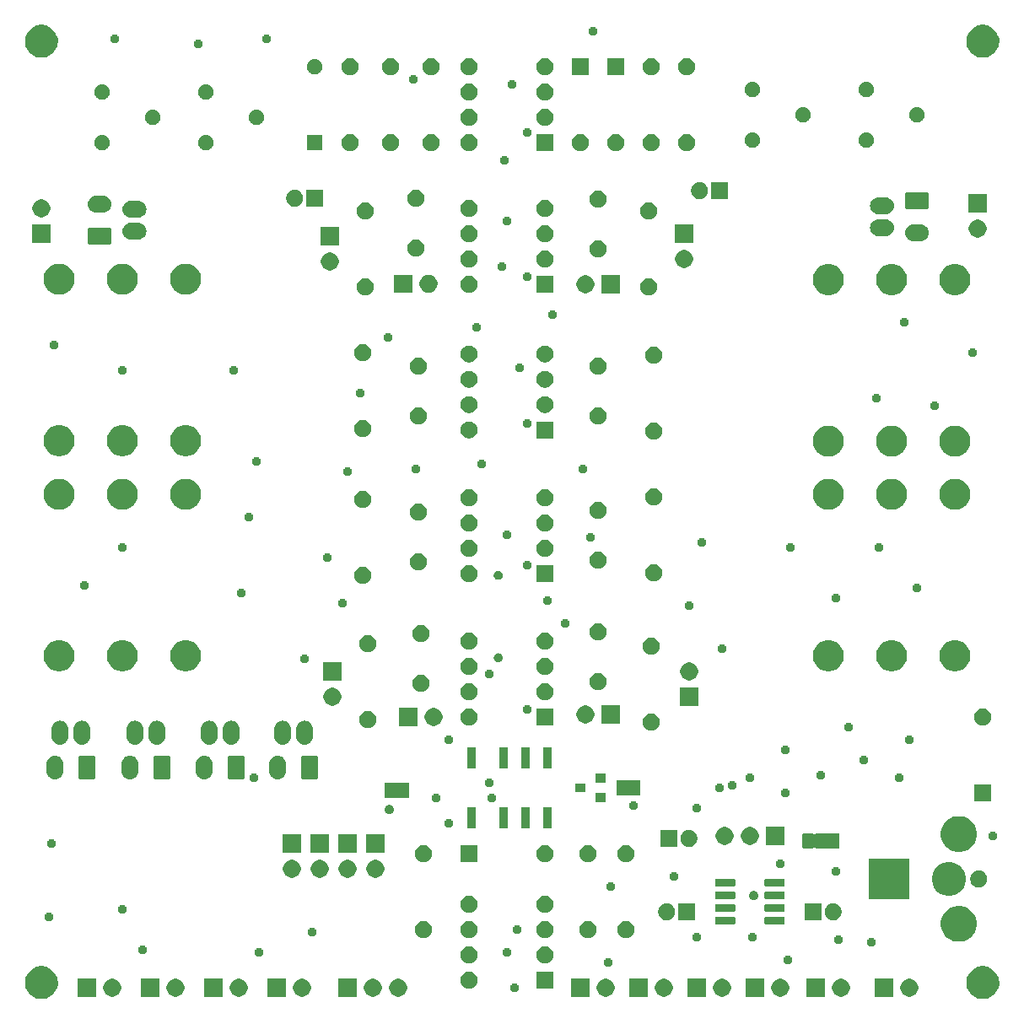
<source format=gbr>
G04 #@! TF.GenerationSoftware,KiCad,Pcbnew,(5.1.5)-3*
G04 #@! TF.CreationDate,2020-07-30T23:32:09-07:00*
G04 #@! TF.ProjectId,AnalogBoard_Rev0,416e616c-6f67-4426-9f61-72645f526576,rev?*
G04 #@! TF.SameCoordinates,Original*
G04 #@! TF.FileFunction,Soldermask,Top*
G04 #@! TF.FilePolarity,Negative*
%FSLAX46Y46*%
G04 Gerber Fmt 4.6, Leading zero omitted, Abs format (unit mm)*
G04 Created by KiCad (PCBNEW (5.1.5)-3) date 2020-07-30 23:32:09*
%MOMM*%
%LPD*%
G04 APERTURE LIST*
%ADD10C,0.100000*%
G04 APERTURE END LIST*
D10*
G36*
X148203256Y-145457298D02*
G01*
X148309579Y-145478447D01*
X148610042Y-145602903D01*
X148880451Y-145783585D01*
X149110415Y-146013549D01*
X149291097Y-146283958D01*
X149291098Y-146283960D01*
X149415553Y-146584422D01*
X149477494Y-146895816D01*
X149479000Y-146903391D01*
X149479000Y-147228609D01*
X149415553Y-147547579D01*
X149291097Y-147848042D01*
X149110415Y-148118451D01*
X148880451Y-148348415D01*
X148610042Y-148529097D01*
X148309579Y-148653553D01*
X148203256Y-148674702D01*
X147990611Y-148717000D01*
X147665389Y-148717000D01*
X147452744Y-148674702D01*
X147346421Y-148653553D01*
X147045958Y-148529097D01*
X146775549Y-148348415D01*
X146545585Y-148118451D01*
X146364903Y-147848042D01*
X146240447Y-147547579D01*
X146177000Y-147228609D01*
X146177000Y-146903391D01*
X146178507Y-146895816D01*
X146240447Y-146584422D01*
X146364902Y-146283960D01*
X146364903Y-146283958D01*
X146545585Y-146013549D01*
X146775549Y-145783585D01*
X147045958Y-145602903D01*
X147346421Y-145478447D01*
X147452744Y-145457298D01*
X147665389Y-145415000D01*
X147990611Y-145415000D01*
X148203256Y-145457298D01*
G37*
G36*
X53715256Y-145457298D02*
G01*
X53821579Y-145478447D01*
X54122042Y-145602903D01*
X54392451Y-145783585D01*
X54622415Y-146013549D01*
X54803097Y-146283958D01*
X54803098Y-146283960D01*
X54927553Y-146584422D01*
X54989494Y-146895816D01*
X54991000Y-146903391D01*
X54991000Y-147228609D01*
X54927553Y-147547579D01*
X54803097Y-147848042D01*
X54622415Y-148118451D01*
X54392451Y-148348415D01*
X54122042Y-148529097D01*
X53821579Y-148653553D01*
X53715256Y-148674702D01*
X53502611Y-148717000D01*
X53177389Y-148717000D01*
X52964744Y-148674702D01*
X52858421Y-148653553D01*
X52557958Y-148529097D01*
X52287549Y-148348415D01*
X52057585Y-148118451D01*
X51876903Y-147848042D01*
X51752447Y-147547579D01*
X51689000Y-147228609D01*
X51689000Y-146903391D01*
X51690507Y-146895816D01*
X51752447Y-146584422D01*
X51876902Y-146283960D01*
X51876903Y-146283958D01*
X52057585Y-146013549D01*
X52287549Y-145783585D01*
X52557958Y-145602903D01*
X52858421Y-145478447D01*
X52964744Y-145457298D01*
X53177389Y-145415000D01*
X53502611Y-145415000D01*
X53715256Y-145457298D01*
G37*
G36*
X115937512Y-146677927D02*
G01*
X116086812Y-146707624D01*
X116250784Y-146775544D01*
X116398354Y-146874147D01*
X116523853Y-146999646D01*
X116622456Y-147147216D01*
X116690376Y-147311188D01*
X116720073Y-147460488D01*
X116725000Y-147485258D01*
X116725000Y-147662742D01*
X116720073Y-147687512D01*
X116690376Y-147836812D01*
X116622456Y-148000784D01*
X116523853Y-148148354D01*
X116398354Y-148273853D01*
X116250784Y-148372456D01*
X116086812Y-148440376D01*
X115937512Y-148470073D01*
X115912742Y-148475000D01*
X115735258Y-148475000D01*
X115710488Y-148470073D01*
X115561188Y-148440376D01*
X115397216Y-148372456D01*
X115249646Y-148273853D01*
X115124147Y-148148354D01*
X115025544Y-148000784D01*
X114957624Y-147836812D01*
X114927927Y-147687512D01*
X114923000Y-147662742D01*
X114923000Y-147485258D01*
X114927927Y-147460488D01*
X114957624Y-147311188D01*
X115025544Y-147147216D01*
X115124147Y-146999646D01*
X115249646Y-146874147D01*
X115397216Y-146775544D01*
X115561188Y-146707624D01*
X115710488Y-146677927D01*
X115735258Y-146673000D01*
X115912742Y-146673000D01*
X115937512Y-146677927D01*
G37*
G36*
X127621512Y-146677927D02*
G01*
X127770812Y-146707624D01*
X127934784Y-146775544D01*
X128082354Y-146874147D01*
X128207853Y-146999646D01*
X128306456Y-147147216D01*
X128374376Y-147311188D01*
X128404073Y-147460488D01*
X128409000Y-147485258D01*
X128409000Y-147662742D01*
X128404073Y-147687512D01*
X128374376Y-147836812D01*
X128306456Y-148000784D01*
X128207853Y-148148354D01*
X128082354Y-148273853D01*
X127934784Y-148372456D01*
X127770812Y-148440376D01*
X127621512Y-148470073D01*
X127596742Y-148475000D01*
X127419258Y-148475000D01*
X127394488Y-148470073D01*
X127245188Y-148440376D01*
X127081216Y-148372456D01*
X126933646Y-148273853D01*
X126808147Y-148148354D01*
X126709544Y-148000784D01*
X126641624Y-147836812D01*
X126611927Y-147687512D01*
X126607000Y-147662742D01*
X126607000Y-147485258D01*
X126611927Y-147460488D01*
X126641624Y-147311188D01*
X126709544Y-147147216D01*
X126808147Y-146999646D01*
X126933646Y-146874147D01*
X127081216Y-146775544D01*
X127245188Y-146707624D01*
X127394488Y-146677927D01*
X127419258Y-146673000D01*
X127596742Y-146673000D01*
X127621512Y-146677927D01*
G37*
G36*
X114185000Y-148475000D02*
G01*
X112383000Y-148475000D01*
X112383000Y-146673000D01*
X114185000Y-146673000D01*
X114185000Y-148475000D01*
G37*
G36*
X60565512Y-146677927D02*
G01*
X60714812Y-146707624D01*
X60878784Y-146775544D01*
X61026354Y-146874147D01*
X61151853Y-146999646D01*
X61250456Y-147147216D01*
X61318376Y-147311188D01*
X61348073Y-147460488D01*
X61353000Y-147485258D01*
X61353000Y-147662742D01*
X61348073Y-147687512D01*
X61318376Y-147836812D01*
X61250456Y-148000784D01*
X61151853Y-148148354D01*
X61026354Y-148273853D01*
X60878784Y-148372456D01*
X60714812Y-148440376D01*
X60565512Y-148470073D01*
X60540742Y-148475000D01*
X60363258Y-148475000D01*
X60338488Y-148470073D01*
X60189188Y-148440376D01*
X60025216Y-148372456D01*
X59877646Y-148273853D01*
X59752147Y-148148354D01*
X59653544Y-148000784D01*
X59585624Y-147836812D01*
X59555927Y-147687512D01*
X59551000Y-147662742D01*
X59551000Y-147485258D01*
X59555927Y-147460488D01*
X59585624Y-147311188D01*
X59653544Y-147147216D01*
X59752147Y-146999646D01*
X59877646Y-146874147D01*
X60025216Y-146775544D01*
X60189188Y-146707624D01*
X60338488Y-146677927D01*
X60363258Y-146673000D01*
X60540742Y-146673000D01*
X60565512Y-146677927D01*
G37*
G36*
X58813000Y-148475000D02*
G01*
X57011000Y-148475000D01*
X57011000Y-146673000D01*
X58813000Y-146673000D01*
X58813000Y-148475000D01*
G37*
G36*
X66915512Y-146677927D02*
G01*
X67064812Y-146707624D01*
X67228784Y-146775544D01*
X67376354Y-146874147D01*
X67501853Y-146999646D01*
X67600456Y-147147216D01*
X67668376Y-147311188D01*
X67698073Y-147460488D01*
X67703000Y-147485258D01*
X67703000Y-147662742D01*
X67698073Y-147687512D01*
X67668376Y-147836812D01*
X67600456Y-148000784D01*
X67501853Y-148148354D01*
X67376354Y-148273853D01*
X67228784Y-148372456D01*
X67064812Y-148440376D01*
X66915512Y-148470073D01*
X66890742Y-148475000D01*
X66713258Y-148475000D01*
X66688488Y-148470073D01*
X66539188Y-148440376D01*
X66375216Y-148372456D01*
X66227646Y-148273853D01*
X66102147Y-148148354D01*
X66003544Y-148000784D01*
X65935624Y-147836812D01*
X65905927Y-147687512D01*
X65901000Y-147662742D01*
X65901000Y-147485258D01*
X65905927Y-147460488D01*
X65935624Y-147311188D01*
X66003544Y-147147216D01*
X66102147Y-146999646D01*
X66227646Y-146874147D01*
X66375216Y-146775544D01*
X66539188Y-146707624D01*
X66688488Y-146677927D01*
X66713258Y-146673000D01*
X66890742Y-146673000D01*
X66915512Y-146677927D01*
G37*
G36*
X65163000Y-148475000D02*
G01*
X63361000Y-148475000D01*
X63361000Y-146673000D01*
X65163000Y-146673000D01*
X65163000Y-148475000D01*
G37*
G36*
X131965000Y-148475000D02*
G01*
X130163000Y-148475000D01*
X130163000Y-146673000D01*
X131965000Y-146673000D01*
X131965000Y-148475000D01*
G37*
G36*
X73265512Y-146677927D02*
G01*
X73414812Y-146707624D01*
X73578784Y-146775544D01*
X73726354Y-146874147D01*
X73851853Y-146999646D01*
X73950456Y-147147216D01*
X74018376Y-147311188D01*
X74048073Y-147460488D01*
X74053000Y-147485258D01*
X74053000Y-147662742D01*
X74048073Y-147687512D01*
X74018376Y-147836812D01*
X73950456Y-148000784D01*
X73851853Y-148148354D01*
X73726354Y-148273853D01*
X73578784Y-148372456D01*
X73414812Y-148440376D01*
X73265512Y-148470073D01*
X73240742Y-148475000D01*
X73063258Y-148475000D01*
X73038488Y-148470073D01*
X72889188Y-148440376D01*
X72725216Y-148372456D01*
X72577646Y-148273853D01*
X72452147Y-148148354D01*
X72353544Y-148000784D01*
X72285624Y-147836812D01*
X72255927Y-147687512D01*
X72251000Y-147662742D01*
X72251000Y-147485258D01*
X72255927Y-147460488D01*
X72285624Y-147311188D01*
X72353544Y-147147216D01*
X72452147Y-146999646D01*
X72577646Y-146874147D01*
X72725216Y-146775544D01*
X72889188Y-146707624D01*
X73038488Y-146677927D01*
X73063258Y-146673000D01*
X73240742Y-146673000D01*
X73265512Y-146677927D01*
G37*
G36*
X71513000Y-148475000D02*
G01*
X69711000Y-148475000D01*
X69711000Y-146673000D01*
X71513000Y-146673000D01*
X71513000Y-148475000D01*
G37*
G36*
X79615512Y-146677927D02*
G01*
X79764812Y-146707624D01*
X79928784Y-146775544D01*
X80076354Y-146874147D01*
X80201853Y-146999646D01*
X80300456Y-147147216D01*
X80368376Y-147311188D01*
X80398073Y-147460488D01*
X80403000Y-147485258D01*
X80403000Y-147662742D01*
X80398073Y-147687512D01*
X80368376Y-147836812D01*
X80300456Y-148000784D01*
X80201853Y-148148354D01*
X80076354Y-148273853D01*
X79928784Y-148372456D01*
X79764812Y-148440376D01*
X79615512Y-148470073D01*
X79590742Y-148475000D01*
X79413258Y-148475000D01*
X79388488Y-148470073D01*
X79239188Y-148440376D01*
X79075216Y-148372456D01*
X78927646Y-148273853D01*
X78802147Y-148148354D01*
X78703544Y-148000784D01*
X78635624Y-147836812D01*
X78605927Y-147687512D01*
X78601000Y-147662742D01*
X78601000Y-147485258D01*
X78605927Y-147460488D01*
X78635624Y-147311188D01*
X78703544Y-147147216D01*
X78802147Y-146999646D01*
X78927646Y-146874147D01*
X79075216Y-146775544D01*
X79239188Y-146707624D01*
X79388488Y-146677927D01*
X79413258Y-146673000D01*
X79590742Y-146673000D01*
X79615512Y-146677927D01*
G37*
G36*
X77863000Y-148475000D02*
G01*
X76061000Y-148475000D01*
X76061000Y-146673000D01*
X77863000Y-146673000D01*
X77863000Y-148475000D01*
G37*
G36*
X125869000Y-148475000D02*
G01*
X124067000Y-148475000D01*
X124067000Y-146673000D01*
X125869000Y-146673000D01*
X125869000Y-148475000D01*
G37*
G36*
X140575512Y-146677927D02*
G01*
X140724812Y-146707624D01*
X140888784Y-146775544D01*
X141036354Y-146874147D01*
X141161853Y-146999646D01*
X141260456Y-147147216D01*
X141328376Y-147311188D01*
X141358073Y-147460488D01*
X141363000Y-147485258D01*
X141363000Y-147662742D01*
X141358073Y-147687512D01*
X141328376Y-147836812D01*
X141260456Y-148000784D01*
X141161853Y-148148354D01*
X141036354Y-148273853D01*
X140888784Y-148372456D01*
X140724812Y-148440376D01*
X140575512Y-148470073D01*
X140550742Y-148475000D01*
X140373258Y-148475000D01*
X140348488Y-148470073D01*
X140199188Y-148440376D01*
X140035216Y-148372456D01*
X139887646Y-148273853D01*
X139762147Y-148148354D01*
X139663544Y-148000784D01*
X139595624Y-147836812D01*
X139565927Y-147687512D01*
X139561000Y-147662742D01*
X139561000Y-147485258D01*
X139565927Y-147460488D01*
X139595624Y-147311188D01*
X139663544Y-147147216D01*
X139762147Y-146999646D01*
X139887646Y-146874147D01*
X140035216Y-146775544D01*
X140199188Y-146707624D01*
X140348488Y-146677927D01*
X140373258Y-146673000D01*
X140550742Y-146673000D01*
X140575512Y-146677927D01*
G37*
G36*
X89267512Y-146677927D02*
G01*
X89416812Y-146707624D01*
X89580784Y-146775544D01*
X89728354Y-146874147D01*
X89853853Y-146999646D01*
X89952456Y-147147216D01*
X90020376Y-147311188D01*
X90050073Y-147460488D01*
X90055000Y-147485258D01*
X90055000Y-147662742D01*
X90050073Y-147687512D01*
X90020376Y-147836812D01*
X89952456Y-148000784D01*
X89853853Y-148148354D01*
X89728354Y-148273853D01*
X89580784Y-148372456D01*
X89416812Y-148440376D01*
X89267512Y-148470073D01*
X89242742Y-148475000D01*
X89065258Y-148475000D01*
X89040488Y-148470073D01*
X88891188Y-148440376D01*
X88727216Y-148372456D01*
X88579646Y-148273853D01*
X88454147Y-148148354D01*
X88355544Y-148000784D01*
X88287624Y-147836812D01*
X88257927Y-147687512D01*
X88253000Y-147662742D01*
X88253000Y-147485258D01*
X88257927Y-147460488D01*
X88287624Y-147311188D01*
X88355544Y-147147216D01*
X88454147Y-146999646D01*
X88579646Y-146874147D01*
X88727216Y-146775544D01*
X88891188Y-146707624D01*
X89040488Y-146677927D01*
X89065258Y-146673000D01*
X89242742Y-146673000D01*
X89267512Y-146677927D01*
G37*
G36*
X86727512Y-146677927D02*
G01*
X86876812Y-146707624D01*
X87040784Y-146775544D01*
X87188354Y-146874147D01*
X87313853Y-146999646D01*
X87412456Y-147147216D01*
X87480376Y-147311188D01*
X87510073Y-147460488D01*
X87515000Y-147485258D01*
X87515000Y-147662742D01*
X87510073Y-147687512D01*
X87480376Y-147836812D01*
X87412456Y-148000784D01*
X87313853Y-148148354D01*
X87188354Y-148273853D01*
X87040784Y-148372456D01*
X86876812Y-148440376D01*
X86727512Y-148470073D01*
X86702742Y-148475000D01*
X86525258Y-148475000D01*
X86500488Y-148470073D01*
X86351188Y-148440376D01*
X86187216Y-148372456D01*
X86039646Y-148273853D01*
X85914147Y-148148354D01*
X85815544Y-148000784D01*
X85747624Y-147836812D01*
X85717927Y-147687512D01*
X85713000Y-147662742D01*
X85713000Y-147485258D01*
X85717927Y-147460488D01*
X85747624Y-147311188D01*
X85815544Y-147147216D01*
X85914147Y-146999646D01*
X86039646Y-146874147D01*
X86187216Y-146775544D01*
X86351188Y-146707624D01*
X86500488Y-146677927D01*
X86525258Y-146673000D01*
X86702742Y-146673000D01*
X86727512Y-146677927D01*
G37*
G36*
X84975000Y-148475000D02*
G01*
X83173000Y-148475000D01*
X83173000Y-146673000D01*
X84975000Y-146673000D01*
X84975000Y-148475000D01*
G37*
G36*
X138823000Y-148475000D02*
G01*
X137021000Y-148475000D01*
X137021000Y-146673000D01*
X138823000Y-146673000D01*
X138823000Y-148475000D01*
G37*
G36*
X121779512Y-146677927D02*
G01*
X121928812Y-146707624D01*
X122092784Y-146775544D01*
X122240354Y-146874147D01*
X122365853Y-146999646D01*
X122464456Y-147147216D01*
X122532376Y-147311188D01*
X122562073Y-147460488D01*
X122567000Y-147485258D01*
X122567000Y-147662742D01*
X122562073Y-147687512D01*
X122532376Y-147836812D01*
X122464456Y-148000784D01*
X122365853Y-148148354D01*
X122240354Y-148273853D01*
X122092784Y-148372456D01*
X121928812Y-148440376D01*
X121779512Y-148470073D01*
X121754742Y-148475000D01*
X121577258Y-148475000D01*
X121552488Y-148470073D01*
X121403188Y-148440376D01*
X121239216Y-148372456D01*
X121091646Y-148273853D01*
X120966147Y-148148354D01*
X120867544Y-148000784D01*
X120799624Y-147836812D01*
X120769927Y-147687512D01*
X120765000Y-147662742D01*
X120765000Y-147485258D01*
X120769927Y-147460488D01*
X120799624Y-147311188D01*
X120867544Y-147147216D01*
X120966147Y-146999646D01*
X121091646Y-146874147D01*
X121239216Y-146775544D01*
X121403188Y-146707624D01*
X121552488Y-146677927D01*
X121577258Y-146673000D01*
X121754742Y-146673000D01*
X121779512Y-146677927D01*
G37*
G36*
X133717512Y-146677927D02*
G01*
X133866812Y-146707624D01*
X134030784Y-146775544D01*
X134178354Y-146874147D01*
X134303853Y-146999646D01*
X134402456Y-147147216D01*
X134470376Y-147311188D01*
X134500073Y-147460488D01*
X134505000Y-147485258D01*
X134505000Y-147662742D01*
X134500073Y-147687512D01*
X134470376Y-147836812D01*
X134402456Y-148000784D01*
X134303853Y-148148354D01*
X134178354Y-148273853D01*
X134030784Y-148372456D01*
X133866812Y-148440376D01*
X133717512Y-148470073D01*
X133692742Y-148475000D01*
X133515258Y-148475000D01*
X133490488Y-148470073D01*
X133341188Y-148440376D01*
X133177216Y-148372456D01*
X133029646Y-148273853D01*
X132904147Y-148148354D01*
X132805544Y-148000784D01*
X132737624Y-147836812D01*
X132707927Y-147687512D01*
X132703000Y-147662742D01*
X132703000Y-147485258D01*
X132707927Y-147460488D01*
X132737624Y-147311188D01*
X132805544Y-147147216D01*
X132904147Y-146999646D01*
X133029646Y-146874147D01*
X133177216Y-146775544D01*
X133341188Y-146707624D01*
X133490488Y-146677927D01*
X133515258Y-146673000D01*
X133692742Y-146673000D01*
X133717512Y-146677927D01*
G37*
G36*
X110095512Y-146677927D02*
G01*
X110244812Y-146707624D01*
X110408784Y-146775544D01*
X110556354Y-146874147D01*
X110681853Y-146999646D01*
X110780456Y-147147216D01*
X110848376Y-147311188D01*
X110878073Y-147460488D01*
X110883000Y-147485258D01*
X110883000Y-147662742D01*
X110878073Y-147687512D01*
X110848376Y-147836812D01*
X110780456Y-148000784D01*
X110681853Y-148148354D01*
X110556354Y-148273853D01*
X110408784Y-148372456D01*
X110244812Y-148440376D01*
X110095512Y-148470073D01*
X110070742Y-148475000D01*
X109893258Y-148475000D01*
X109868488Y-148470073D01*
X109719188Y-148440376D01*
X109555216Y-148372456D01*
X109407646Y-148273853D01*
X109282147Y-148148354D01*
X109183544Y-148000784D01*
X109115624Y-147836812D01*
X109085927Y-147687512D01*
X109081000Y-147662742D01*
X109081000Y-147485258D01*
X109085927Y-147460488D01*
X109115624Y-147311188D01*
X109183544Y-147147216D01*
X109282147Y-146999646D01*
X109407646Y-146874147D01*
X109555216Y-146775544D01*
X109719188Y-146707624D01*
X109868488Y-146677927D01*
X109893258Y-146673000D01*
X110070742Y-146673000D01*
X110095512Y-146677927D01*
G37*
G36*
X120027000Y-148475000D02*
G01*
X118225000Y-148475000D01*
X118225000Y-146673000D01*
X120027000Y-146673000D01*
X120027000Y-148475000D01*
G37*
G36*
X108343000Y-148475000D02*
G01*
X106541000Y-148475000D01*
X106541000Y-146673000D01*
X108343000Y-146673000D01*
X108343000Y-148475000D01*
G37*
G36*
X100969552Y-147140331D02*
G01*
X101051627Y-147174328D01*
X101051629Y-147174329D01*
X101088813Y-147199175D01*
X101112647Y-147215100D01*
X101125496Y-147223686D01*
X101188314Y-147286504D01*
X101233735Y-147354480D01*
X101237672Y-147360373D01*
X101271669Y-147442448D01*
X101289000Y-147529579D01*
X101289000Y-147618421D01*
X101271669Y-147705552D01*
X101237672Y-147787627D01*
X101237671Y-147787629D01*
X101188314Y-147861496D01*
X101125496Y-147924314D01*
X101051629Y-147973671D01*
X101051628Y-147973672D01*
X101051627Y-147973672D01*
X100969552Y-148007669D01*
X100882421Y-148025000D01*
X100793579Y-148025000D01*
X100706448Y-148007669D01*
X100624373Y-147973672D01*
X100624372Y-147973672D01*
X100624371Y-147973671D01*
X100550504Y-147924314D01*
X100487686Y-147861496D01*
X100438329Y-147787629D01*
X100438328Y-147787627D01*
X100404331Y-147705552D01*
X100387000Y-147618421D01*
X100387000Y-147529579D01*
X100404331Y-147442448D01*
X100438328Y-147360373D01*
X100442266Y-147354480D01*
X100487686Y-147286504D01*
X100550504Y-147223686D01*
X100563354Y-147215100D01*
X100587187Y-147199175D01*
X100624371Y-147174329D01*
X100624373Y-147174328D01*
X100706448Y-147140331D01*
X100793579Y-147123000D01*
X100882421Y-147123000D01*
X100969552Y-147140331D01*
G37*
G36*
X96514228Y-145993703D02*
G01*
X96669100Y-146057853D01*
X96808481Y-146150985D01*
X96927015Y-146269519D01*
X97020147Y-146408900D01*
X97084297Y-146563772D01*
X97117000Y-146728184D01*
X97117000Y-146895816D01*
X97084297Y-147060228D01*
X97020147Y-147215100D01*
X96927015Y-147354481D01*
X96808481Y-147473015D01*
X96669100Y-147566147D01*
X96514228Y-147630297D01*
X96349816Y-147663000D01*
X96182184Y-147663000D01*
X96017772Y-147630297D01*
X95862900Y-147566147D01*
X95723519Y-147473015D01*
X95604985Y-147354481D01*
X95511853Y-147215100D01*
X95447703Y-147060228D01*
X95415000Y-146895816D01*
X95415000Y-146728184D01*
X95447703Y-146563772D01*
X95511853Y-146408900D01*
X95604985Y-146269519D01*
X95723519Y-146150985D01*
X95862900Y-146057853D01*
X96017772Y-145993703D01*
X96182184Y-145961000D01*
X96349816Y-145961000D01*
X96514228Y-145993703D01*
G37*
G36*
X104737000Y-147663000D02*
G01*
X103035000Y-147663000D01*
X103035000Y-145961000D01*
X104737000Y-145961000D01*
X104737000Y-147663000D01*
G37*
G36*
X110367552Y-144600331D02*
G01*
X110449627Y-144634328D01*
X110449629Y-144634329D01*
X110470759Y-144648448D01*
X110510647Y-144675100D01*
X110523496Y-144683686D01*
X110586314Y-144746504D01*
X110631735Y-144814480D01*
X110635672Y-144820373D01*
X110669669Y-144902448D01*
X110687000Y-144989579D01*
X110687000Y-145078421D01*
X110669669Y-145165552D01*
X110649738Y-145213668D01*
X110635671Y-145247629D01*
X110586314Y-145321496D01*
X110523496Y-145384314D01*
X110449629Y-145433671D01*
X110449628Y-145433672D01*
X110449627Y-145433672D01*
X110367552Y-145467669D01*
X110280421Y-145485000D01*
X110191579Y-145485000D01*
X110104448Y-145467669D01*
X110022373Y-145433672D01*
X110022372Y-145433672D01*
X110022371Y-145433671D01*
X109948504Y-145384314D01*
X109885686Y-145321496D01*
X109836329Y-145247629D01*
X109822262Y-145213668D01*
X109802331Y-145165552D01*
X109785000Y-145078421D01*
X109785000Y-144989579D01*
X109802331Y-144902448D01*
X109836328Y-144820373D01*
X109840266Y-144814480D01*
X109885686Y-144746504D01*
X109948504Y-144683686D01*
X109961354Y-144675100D01*
X110001241Y-144648448D01*
X110022371Y-144634329D01*
X110022373Y-144634328D01*
X110104448Y-144600331D01*
X110191579Y-144583000D01*
X110280421Y-144583000D01*
X110367552Y-144600331D01*
G37*
G36*
X128401552Y-144346331D02*
G01*
X128483627Y-144380328D01*
X128483629Y-144380329D01*
X128520813Y-144405175D01*
X128557495Y-144429685D01*
X128620315Y-144492505D01*
X128669672Y-144566373D01*
X128703669Y-144648448D01*
X128721000Y-144735579D01*
X128721000Y-144824421D01*
X128703669Y-144911552D01*
X128671349Y-144989579D01*
X128669671Y-144993629D01*
X128620314Y-145067496D01*
X128557496Y-145130314D01*
X128483629Y-145179671D01*
X128483628Y-145179672D01*
X128483627Y-145179672D01*
X128401552Y-145213669D01*
X128314421Y-145231000D01*
X128225579Y-145231000D01*
X128138448Y-145213669D01*
X128056373Y-145179672D01*
X128056372Y-145179672D01*
X128056371Y-145179671D01*
X127982504Y-145130314D01*
X127919686Y-145067496D01*
X127870329Y-144993629D01*
X127868651Y-144989579D01*
X127836331Y-144911552D01*
X127819000Y-144824421D01*
X127819000Y-144735579D01*
X127836331Y-144648448D01*
X127870328Y-144566373D01*
X127919685Y-144492505D01*
X127982505Y-144429685D01*
X128019187Y-144405175D01*
X128056371Y-144380329D01*
X128056373Y-144380328D01*
X128138448Y-144346331D01*
X128225579Y-144329000D01*
X128314421Y-144329000D01*
X128401552Y-144346331D01*
G37*
G36*
X96514228Y-143453703D02*
G01*
X96669100Y-143517853D01*
X96808481Y-143610985D01*
X96927015Y-143729519D01*
X97020147Y-143868900D01*
X97084297Y-144023772D01*
X97117000Y-144188184D01*
X97117000Y-144355816D01*
X97084297Y-144520228D01*
X97020147Y-144675100D01*
X96927015Y-144814481D01*
X96808481Y-144933015D01*
X96669100Y-145026147D01*
X96514228Y-145090297D01*
X96349816Y-145123000D01*
X96182184Y-145123000D01*
X96017772Y-145090297D01*
X95862900Y-145026147D01*
X95723519Y-144933015D01*
X95604985Y-144814481D01*
X95511853Y-144675100D01*
X95447703Y-144520228D01*
X95415000Y-144355816D01*
X95415000Y-144188184D01*
X95447703Y-144023772D01*
X95511853Y-143868900D01*
X95604985Y-143729519D01*
X95723519Y-143610985D01*
X95862900Y-143517853D01*
X96017772Y-143453703D01*
X96182184Y-143421000D01*
X96349816Y-143421000D01*
X96514228Y-143453703D01*
G37*
G36*
X104134228Y-143453703D02*
G01*
X104289100Y-143517853D01*
X104428481Y-143610985D01*
X104547015Y-143729519D01*
X104640147Y-143868900D01*
X104704297Y-144023772D01*
X104737000Y-144188184D01*
X104737000Y-144355816D01*
X104704297Y-144520228D01*
X104640147Y-144675100D01*
X104547015Y-144814481D01*
X104428481Y-144933015D01*
X104289100Y-145026147D01*
X104134228Y-145090297D01*
X103969816Y-145123000D01*
X103802184Y-145123000D01*
X103637772Y-145090297D01*
X103482900Y-145026147D01*
X103343519Y-144933015D01*
X103224985Y-144814481D01*
X103131853Y-144675100D01*
X103067703Y-144520228D01*
X103035000Y-144355816D01*
X103035000Y-144188184D01*
X103067703Y-144023772D01*
X103131853Y-143868900D01*
X103224985Y-143729519D01*
X103343519Y-143610985D01*
X103482900Y-143517853D01*
X103637772Y-143453703D01*
X103802184Y-143421000D01*
X103969816Y-143421000D01*
X104134228Y-143453703D01*
G37*
G36*
X100207552Y-143584331D02*
G01*
X100289627Y-143618328D01*
X100289629Y-143618329D01*
X100310759Y-143632448D01*
X100363495Y-143667685D01*
X100426315Y-143730505D01*
X100475672Y-143804373D01*
X100509669Y-143886448D01*
X100527000Y-143973579D01*
X100527000Y-144062421D01*
X100509669Y-144149552D01*
X100493666Y-144188185D01*
X100475671Y-144231629D01*
X100426314Y-144305496D01*
X100363496Y-144368314D01*
X100289629Y-144417671D01*
X100289628Y-144417672D01*
X100289627Y-144417672D01*
X100207552Y-144451669D01*
X100120421Y-144469000D01*
X100031579Y-144469000D01*
X99944448Y-144451669D01*
X99862373Y-144417672D01*
X99862372Y-144417672D01*
X99862371Y-144417671D01*
X99788504Y-144368314D01*
X99725686Y-144305496D01*
X99676329Y-144231629D01*
X99658334Y-144188185D01*
X99642331Y-144149552D01*
X99625000Y-144062421D01*
X99625000Y-143973579D01*
X99642331Y-143886448D01*
X99676328Y-143804373D01*
X99725685Y-143730505D01*
X99788505Y-143667685D01*
X99841241Y-143632448D01*
X99862371Y-143618329D01*
X99862373Y-143618328D01*
X99944448Y-143584331D01*
X100031579Y-143567000D01*
X100120421Y-143567000D01*
X100207552Y-143584331D01*
G37*
G36*
X75315552Y-143584331D02*
G01*
X75397627Y-143618328D01*
X75397629Y-143618329D01*
X75418759Y-143632448D01*
X75471495Y-143667685D01*
X75534315Y-143730505D01*
X75583672Y-143804373D01*
X75617669Y-143886448D01*
X75635000Y-143973579D01*
X75635000Y-144062421D01*
X75617669Y-144149552D01*
X75601666Y-144188185D01*
X75583671Y-144231629D01*
X75534314Y-144305496D01*
X75471496Y-144368314D01*
X75397629Y-144417671D01*
X75397628Y-144417672D01*
X75397627Y-144417672D01*
X75315552Y-144451669D01*
X75228421Y-144469000D01*
X75139579Y-144469000D01*
X75052448Y-144451669D01*
X74970373Y-144417672D01*
X74970372Y-144417672D01*
X74970371Y-144417671D01*
X74896504Y-144368314D01*
X74833686Y-144305496D01*
X74784329Y-144231629D01*
X74766334Y-144188185D01*
X74750331Y-144149552D01*
X74733000Y-144062421D01*
X74733000Y-143973579D01*
X74750331Y-143886448D01*
X74784328Y-143804373D01*
X74833685Y-143730505D01*
X74896505Y-143667685D01*
X74949241Y-143632448D01*
X74970371Y-143618329D01*
X74970373Y-143618328D01*
X75052448Y-143584331D01*
X75139579Y-143567000D01*
X75228421Y-143567000D01*
X75315552Y-143584331D01*
G37*
G36*
X63631552Y-143330331D02*
G01*
X63713627Y-143364328D01*
X63713629Y-143364329D01*
X63750813Y-143389175D01*
X63787495Y-143413685D01*
X63850315Y-143476505D01*
X63899672Y-143550373D01*
X63933669Y-143632448D01*
X63951000Y-143719579D01*
X63951000Y-143808421D01*
X63933669Y-143895552D01*
X63899672Y-143977627D01*
X63868840Y-144023771D01*
X63850314Y-144051496D01*
X63787496Y-144114314D01*
X63713629Y-144163671D01*
X63713628Y-144163672D01*
X63713627Y-144163672D01*
X63631552Y-144197669D01*
X63544421Y-144215000D01*
X63455579Y-144215000D01*
X63368448Y-144197669D01*
X63286373Y-144163672D01*
X63286372Y-144163672D01*
X63286371Y-144163671D01*
X63212504Y-144114314D01*
X63149686Y-144051496D01*
X63131161Y-144023771D01*
X63100328Y-143977627D01*
X63066331Y-143895552D01*
X63049000Y-143808421D01*
X63049000Y-143719579D01*
X63066331Y-143632448D01*
X63100328Y-143550373D01*
X63149685Y-143476505D01*
X63212505Y-143413685D01*
X63249187Y-143389175D01*
X63286371Y-143364329D01*
X63286373Y-143364328D01*
X63368448Y-143330331D01*
X63455579Y-143313000D01*
X63544421Y-143313000D01*
X63631552Y-143330331D01*
G37*
G36*
X136783552Y-142568331D02*
G01*
X136865627Y-142602328D01*
X136865629Y-142602329D01*
X136939496Y-142651686D01*
X137002314Y-142714504D01*
X137047077Y-142781495D01*
X137051672Y-142788373D01*
X137085669Y-142870448D01*
X137103000Y-142957579D01*
X137103000Y-143046421D01*
X137085669Y-143133552D01*
X137065738Y-143181668D01*
X137051671Y-143215629D01*
X137002314Y-143289496D01*
X136939496Y-143352314D01*
X136865629Y-143401671D01*
X136865628Y-143401672D01*
X136865627Y-143401672D01*
X136783552Y-143435669D01*
X136696421Y-143453000D01*
X136607579Y-143453000D01*
X136520448Y-143435669D01*
X136438373Y-143401672D01*
X136438372Y-143401672D01*
X136438371Y-143401671D01*
X136364504Y-143352314D01*
X136301686Y-143289496D01*
X136252329Y-143215629D01*
X136238262Y-143181668D01*
X136218331Y-143133552D01*
X136201000Y-143046421D01*
X136201000Y-142957579D01*
X136218331Y-142870448D01*
X136252328Y-142788373D01*
X136256924Y-142781495D01*
X136301686Y-142714504D01*
X136364504Y-142651686D01*
X136438371Y-142602329D01*
X136438373Y-142602328D01*
X136520448Y-142568331D01*
X136607579Y-142551000D01*
X136696421Y-142551000D01*
X136783552Y-142568331D01*
G37*
G36*
X133481552Y-142314331D02*
G01*
X133563627Y-142348328D01*
X133563629Y-142348329D01*
X133584759Y-142362448D01*
X133637495Y-142397685D01*
X133700315Y-142460505D01*
X133749672Y-142534373D01*
X133783669Y-142616448D01*
X133801000Y-142703579D01*
X133801000Y-142792421D01*
X133783669Y-142879552D01*
X133763738Y-142927668D01*
X133749671Y-142961629D01*
X133700314Y-143035496D01*
X133637496Y-143098314D01*
X133563629Y-143147671D01*
X133563628Y-143147672D01*
X133563627Y-143147672D01*
X133481552Y-143181669D01*
X133394421Y-143199000D01*
X133305579Y-143199000D01*
X133218448Y-143181669D01*
X133136373Y-143147672D01*
X133136372Y-143147672D01*
X133136371Y-143147671D01*
X133062504Y-143098314D01*
X132999686Y-143035496D01*
X132950329Y-142961629D01*
X132936262Y-142927668D01*
X132916331Y-142879552D01*
X132899000Y-142792421D01*
X132899000Y-142703579D01*
X132916331Y-142616448D01*
X132950328Y-142534373D01*
X132999685Y-142460505D01*
X133062505Y-142397685D01*
X133115241Y-142362448D01*
X133136371Y-142348329D01*
X133136373Y-142348328D01*
X133218448Y-142314331D01*
X133305579Y-142297000D01*
X133394421Y-142297000D01*
X133481552Y-142314331D01*
G37*
G36*
X145955331Y-139420211D02*
G01*
X146283092Y-139555974D01*
X146578070Y-139753072D01*
X146828928Y-140003930D01*
X147026026Y-140298908D01*
X147161789Y-140626669D01*
X147231000Y-140974616D01*
X147231000Y-141329384D01*
X147161789Y-141677331D01*
X147026026Y-142005092D01*
X146828928Y-142300070D01*
X146578070Y-142550928D01*
X146283092Y-142748026D01*
X145955331Y-142883789D01*
X145607384Y-142953000D01*
X145252616Y-142953000D01*
X144904669Y-142883789D01*
X144576908Y-142748026D01*
X144281930Y-142550928D01*
X144031072Y-142300070D01*
X143833974Y-142005092D01*
X143698211Y-141677331D01*
X143629000Y-141329384D01*
X143629000Y-140974616D01*
X143698211Y-140626669D01*
X143833974Y-140298908D01*
X144031072Y-140003930D01*
X144281930Y-139753072D01*
X144576908Y-139555974D01*
X144904669Y-139420211D01*
X145252616Y-139351000D01*
X145607384Y-139351000D01*
X145955331Y-139420211D01*
G37*
G36*
X124845552Y-142060331D02*
G01*
X124927627Y-142094328D01*
X124927629Y-142094329D01*
X124962384Y-142117552D01*
X124988647Y-142135100D01*
X125001496Y-142143686D01*
X125064314Y-142206504D01*
X125109735Y-142274480D01*
X125113672Y-142280373D01*
X125147669Y-142362448D01*
X125165000Y-142449579D01*
X125165000Y-142538421D01*
X125147669Y-142625552D01*
X125115349Y-142703579D01*
X125113671Y-142707629D01*
X125064314Y-142781496D01*
X125001496Y-142844314D01*
X124927629Y-142893671D01*
X124927628Y-142893672D01*
X124927627Y-142893672D01*
X124845552Y-142927669D01*
X124758421Y-142945000D01*
X124669579Y-142945000D01*
X124582448Y-142927669D01*
X124500373Y-142893672D01*
X124500372Y-142893672D01*
X124500371Y-142893671D01*
X124426504Y-142844314D01*
X124363686Y-142781496D01*
X124314329Y-142707629D01*
X124312651Y-142703579D01*
X124280331Y-142625552D01*
X124263000Y-142538421D01*
X124263000Y-142449579D01*
X124280331Y-142362448D01*
X124314328Y-142280373D01*
X124318266Y-142274480D01*
X124363686Y-142206504D01*
X124426504Y-142143686D01*
X124439354Y-142135100D01*
X124465616Y-142117552D01*
X124500371Y-142094329D01*
X124500373Y-142094328D01*
X124582448Y-142060331D01*
X124669579Y-142043000D01*
X124758421Y-142043000D01*
X124845552Y-142060331D01*
G37*
G36*
X119257552Y-142060331D02*
G01*
X119339627Y-142094328D01*
X119339629Y-142094329D01*
X119374384Y-142117552D01*
X119400647Y-142135100D01*
X119413496Y-142143686D01*
X119476314Y-142206504D01*
X119521735Y-142274480D01*
X119525672Y-142280373D01*
X119559669Y-142362448D01*
X119577000Y-142449579D01*
X119577000Y-142538421D01*
X119559669Y-142625552D01*
X119527349Y-142703579D01*
X119525671Y-142707629D01*
X119476314Y-142781496D01*
X119413496Y-142844314D01*
X119339629Y-142893671D01*
X119339628Y-142893672D01*
X119339627Y-142893672D01*
X119257552Y-142927669D01*
X119170421Y-142945000D01*
X119081579Y-142945000D01*
X118994448Y-142927669D01*
X118912373Y-142893672D01*
X118912372Y-142893672D01*
X118912371Y-142893671D01*
X118838504Y-142844314D01*
X118775686Y-142781496D01*
X118726329Y-142707629D01*
X118724651Y-142703579D01*
X118692331Y-142625552D01*
X118675000Y-142538421D01*
X118675000Y-142449579D01*
X118692331Y-142362448D01*
X118726328Y-142280373D01*
X118730266Y-142274480D01*
X118775686Y-142206504D01*
X118838504Y-142143686D01*
X118851354Y-142135100D01*
X118877616Y-142117552D01*
X118912371Y-142094329D01*
X118912373Y-142094328D01*
X118994448Y-142060331D01*
X119081579Y-142043000D01*
X119170421Y-142043000D01*
X119257552Y-142060331D01*
G37*
G36*
X104134228Y-140913703D02*
G01*
X104289100Y-140977853D01*
X104428481Y-141070985D01*
X104547015Y-141189519D01*
X104640147Y-141328900D01*
X104704297Y-141483772D01*
X104737000Y-141648184D01*
X104737000Y-141815816D01*
X104704297Y-141980228D01*
X104640147Y-142135100D01*
X104547015Y-142274481D01*
X104428481Y-142393015D01*
X104289100Y-142486147D01*
X104134228Y-142550297D01*
X103969816Y-142583000D01*
X103802184Y-142583000D01*
X103637772Y-142550297D01*
X103482900Y-142486147D01*
X103343519Y-142393015D01*
X103224985Y-142274481D01*
X103131853Y-142135100D01*
X103067703Y-141980228D01*
X103035000Y-141815816D01*
X103035000Y-141648184D01*
X103067703Y-141483772D01*
X103131853Y-141328900D01*
X103224985Y-141189519D01*
X103343519Y-141070985D01*
X103482900Y-140977853D01*
X103637772Y-140913703D01*
X103802184Y-140881000D01*
X103969816Y-140881000D01*
X104134228Y-140913703D01*
G37*
G36*
X96514228Y-140913703D02*
G01*
X96669100Y-140977853D01*
X96808481Y-141070985D01*
X96927015Y-141189519D01*
X97020147Y-141328900D01*
X97084297Y-141483772D01*
X97117000Y-141648184D01*
X97117000Y-141815816D01*
X97084297Y-141980228D01*
X97020147Y-142135100D01*
X96927015Y-142274481D01*
X96808481Y-142393015D01*
X96669100Y-142486147D01*
X96514228Y-142550297D01*
X96349816Y-142583000D01*
X96182184Y-142583000D01*
X96017772Y-142550297D01*
X95862900Y-142486147D01*
X95723519Y-142393015D01*
X95604985Y-142274481D01*
X95511853Y-142135100D01*
X95447703Y-141980228D01*
X95415000Y-141815816D01*
X95415000Y-141648184D01*
X95447703Y-141483772D01*
X95511853Y-141328900D01*
X95604985Y-141189519D01*
X95723519Y-141070985D01*
X95862900Y-140977853D01*
X96017772Y-140913703D01*
X96182184Y-140881000D01*
X96349816Y-140881000D01*
X96514228Y-140913703D01*
G37*
G36*
X112262228Y-140913703D02*
G01*
X112417100Y-140977853D01*
X112556481Y-141070985D01*
X112675015Y-141189519D01*
X112768147Y-141328900D01*
X112832297Y-141483772D01*
X112865000Y-141648184D01*
X112865000Y-141815816D01*
X112832297Y-141980228D01*
X112768147Y-142135100D01*
X112675015Y-142274481D01*
X112556481Y-142393015D01*
X112417100Y-142486147D01*
X112262228Y-142550297D01*
X112097816Y-142583000D01*
X111930184Y-142583000D01*
X111765772Y-142550297D01*
X111610900Y-142486147D01*
X111471519Y-142393015D01*
X111352985Y-142274481D01*
X111259853Y-142135100D01*
X111195703Y-141980228D01*
X111163000Y-141815816D01*
X111163000Y-141648184D01*
X111195703Y-141483772D01*
X111259853Y-141328900D01*
X111352985Y-141189519D01*
X111471519Y-141070985D01*
X111610900Y-140977853D01*
X111765772Y-140913703D01*
X111930184Y-140881000D01*
X112097816Y-140881000D01*
X112262228Y-140913703D01*
G37*
G36*
X91942228Y-140913703D02*
G01*
X92097100Y-140977853D01*
X92236481Y-141070985D01*
X92355015Y-141189519D01*
X92448147Y-141328900D01*
X92512297Y-141483772D01*
X92545000Y-141648184D01*
X92545000Y-141815816D01*
X92512297Y-141980228D01*
X92448147Y-142135100D01*
X92355015Y-142274481D01*
X92236481Y-142393015D01*
X92097100Y-142486147D01*
X91942228Y-142550297D01*
X91777816Y-142583000D01*
X91610184Y-142583000D01*
X91445772Y-142550297D01*
X91290900Y-142486147D01*
X91151519Y-142393015D01*
X91032985Y-142274481D01*
X90939853Y-142135100D01*
X90875703Y-141980228D01*
X90843000Y-141815816D01*
X90843000Y-141648184D01*
X90875703Y-141483772D01*
X90939853Y-141328900D01*
X91032985Y-141189519D01*
X91151519Y-141070985D01*
X91290900Y-140977853D01*
X91445772Y-140913703D01*
X91610184Y-140881000D01*
X91777816Y-140881000D01*
X91942228Y-140913703D01*
G37*
G36*
X108452228Y-140913703D02*
G01*
X108607100Y-140977853D01*
X108746481Y-141070985D01*
X108865015Y-141189519D01*
X108958147Y-141328900D01*
X109022297Y-141483772D01*
X109055000Y-141648184D01*
X109055000Y-141815816D01*
X109022297Y-141980228D01*
X108958147Y-142135100D01*
X108865015Y-142274481D01*
X108746481Y-142393015D01*
X108607100Y-142486147D01*
X108452228Y-142550297D01*
X108287816Y-142583000D01*
X108120184Y-142583000D01*
X107955772Y-142550297D01*
X107800900Y-142486147D01*
X107661519Y-142393015D01*
X107542985Y-142274481D01*
X107449853Y-142135100D01*
X107385703Y-141980228D01*
X107353000Y-141815816D01*
X107353000Y-141648184D01*
X107385703Y-141483772D01*
X107449853Y-141328900D01*
X107542985Y-141189519D01*
X107661519Y-141070985D01*
X107800900Y-140977853D01*
X107955772Y-140913703D01*
X108120184Y-140881000D01*
X108287816Y-140881000D01*
X108452228Y-140913703D01*
G37*
G36*
X80649552Y-141552331D02*
G01*
X80731627Y-141586328D01*
X80731629Y-141586329D01*
X80752759Y-141600448D01*
X80805495Y-141635685D01*
X80868315Y-141698505D01*
X80917672Y-141772373D01*
X80951669Y-141854448D01*
X80969000Y-141941579D01*
X80969000Y-142030421D01*
X80951669Y-142117552D01*
X80931738Y-142165668D01*
X80917671Y-142199629D01*
X80868314Y-142273496D01*
X80805496Y-142336314D01*
X80731629Y-142385671D01*
X80731628Y-142385672D01*
X80731627Y-142385672D01*
X80649552Y-142419669D01*
X80562421Y-142437000D01*
X80473579Y-142437000D01*
X80386448Y-142419669D01*
X80304373Y-142385672D01*
X80304372Y-142385672D01*
X80304371Y-142385671D01*
X80230504Y-142336314D01*
X80167686Y-142273496D01*
X80118329Y-142199629D01*
X80104262Y-142165668D01*
X80084331Y-142117552D01*
X80067000Y-142030421D01*
X80067000Y-141941579D01*
X80084331Y-141854448D01*
X80118328Y-141772373D01*
X80167685Y-141698505D01*
X80230505Y-141635685D01*
X80283241Y-141600448D01*
X80304371Y-141586329D01*
X80304373Y-141586328D01*
X80386448Y-141552331D01*
X80473579Y-141535000D01*
X80562421Y-141535000D01*
X80649552Y-141552331D01*
G37*
G36*
X101223552Y-141298331D02*
G01*
X101305627Y-141332328D01*
X101305629Y-141332329D01*
X101342813Y-141357175D01*
X101379495Y-141381685D01*
X101442315Y-141444505D01*
X101491672Y-141518373D01*
X101525669Y-141600448D01*
X101543000Y-141687579D01*
X101543000Y-141776421D01*
X101525669Y-141863552D01*
X101493349Y-141941579D01*
X101491671Y-141945629D01*
X101442314Y-142019496D01*
X101379496Y-142082314D01*
X101305629Y-142131671D01*
X101305628Y-142131672D01*
X101305627Y-142131672D01*
X101223552Y-142165669D01*
X101136421Y-142183000D01*
X101047579Y-142183000D01*
X100960448Y-142165669D01*
X100878373Y-142131672D01*
X100878372Y-142131672D01*
X100878371Y-142131671D01*
X100804504Y-142082314D01*
X100741686Y-142019496D01*
X100692329Y-141945629D01*
X100690651Y-141941579D01*
X100658331Y-141863552D01*
X100641000Y-141776421D01*
X100641000Y-141687579D01*
X100658331Y-141600448D01*
X100692328Y-141518373D01*
X100741685Y-141444505D01*
X100804505Y-141381685D01*
X100841187Y-141357175D01*
X100878371Y-141332329D01*
X100878373Y-141332328D01*
X100960448Y-141298331D01*
X101047579Y-141281000D01*
X101136421Y-141281000D01*
X101223552Y-141298331D01*
G37*
G36*
X127869928Y-140494764D02*
G01*
X127891009Y-140501160D01*
X127910445Y-140511548D01*
X127927476Y-140525524D01*
X127941452Y-140542555D01*
X127951840Y-140561991D01*
X127958236Y-140583072D01*
X127961000Y-140611140D01*
X127961000Y-141074860D01*
X127958236Y-141102928D01*
X127951840Y-141124009D01*
X127941452Y-141143445D01*
X127927476Y-141160476D01*
X127910445Y-141174452D01*
X127891009Y-141184840D01*
X127869928Y-141191236D01*
X127841860Y-141194000D01*
X126028140Y-141194000D01*
X126000072Y-141191236D01*
X125978991Y-141184840D01*
X125959555Y-141174452D01*
X125942524Y-141160476D01*
X125928548Y-141143445D01*
X125918160Y-141124009D01*
X125911764Y-141102928D01*
X125909000Y-141074860D01*
X125909000Y-140611140D01*
X125911764Y-140583072D01*
X125918160Y-140561991D01*
X125928548Y-140542555D01*
X125942524Y-140525524D01*
X125959555Y-140511548D01*
X125978991Y-140501160D01*
X126000072Y-140494764D01*
X126028140Y-140492000D01*
X127841860Y-140492000D01*
X127869928Y-140494764D01*
G37*
G36*
X122919928Y-140494764D02*
G01*
X122941009Y-140501160D01*
X122960445Y-140511548D01*
X122977476Y-140525524D01*
X122991452Y-140542555D01*
X123001840Y-140561991D01*
X123008236Y-140583072D01*
X123011000Y-140611140D01*
X123011000Y-141074860D01*
X123008236Y-141102928D01*
X123001840Y-141124009D01*
X122991452Y-141143445D01*
X122977476Y-141160476D01*
X122960445Y-141174452D01*
X122941009Y-141184840D01*
X122919928Y-141191236D01*
X122891860Y-141194000D01*
X121078140Y-141194000D01*
X121050072Y-141191236D01*
X121028991Y-141184840D01*
X121009555Y-141174452D01*
X120992524Y-141160476D01*
X120978548Y-141143445D01*
X120968160Y-141124009D01*
X120961764Y-141102928D01*
X120959000Y-141074860D01*
X120959000Y-140611140D01*
X120961764Y-140583072D01*
X120968160Y-140561991D01*
X120978548Y-140542555D01*
X120992524Y-140525524D01*
X121009555Y-140511548D01*
X121028991Y-140501160D01*
X121050072Y-140494764D01*
X121078140Y-140492000D01*
X122891860Y-140492000D01*
X122919928Y-140494764D01*
G37*
G36*
X54233552Y-140028331D02*
G01*
X54315627Y-140062328D01*
X54315629Y-140062329D01*
X54352813Y-140087175D01*
X54389495Y-140111685D01*
X54452315Y-140174505D01*
X54501672Y-140248373D01*
X54535669Y-140330448D01*
X54553000Y-140417579D01*
X54553000Y-140506421D01*
X54535669Y-140593552D01*
X54521951Y-140626669D01*
X54501671Y-140675629D01*
X54452314Y-140749496D01*
X54389496Y-140812314D01*
X54315629Y-140861671D01*
X54315628Y-140861672D01*
X54315627Y-140861672D01*
X54233552Y-140895669D01*
X54146421Y-140913000D01*
X54057579Y-140913000D01*
X53970448Y-140895669D01*
X53888373Y-140861672D01*
X53888372Y-140861672D01*
X53888371Y-140861671D01*
X53814504Y-140812314D01*
X53751686Y-140749496D01*
X53702329Y-140675629D01*
X53682049Y-140626669D01*
X53668331Y-140593552D01*
X53651000Y-140506421D01*
X53651000Y-140417579D01*
X53668331Y-140330448D01*
X53702328Y-140248373D01*
X53751685Y-140174505D01*
X53814505Y-140111685D01*
X53851187Y-140087175D01*
X53888371Y-140062329D01*
X53888373Y-140062328D01*
X53970448Y-140028331D01*
X54057579Y-140011000D01*
X54146421Y-140011000D01*
X54233552Y-140028331D01*
G37*
G36*
X131661000Y-140805000D02*
G01*
X129959000Y-140805000D01*
X129959000Y-139103000D01*
X131661000Y-139103000D01*
X131661000Y-140805000D01*
G37*
G36*
X133058228Y-139135703D02*
G01*
X133213100Y-139199853D01*
X133352481Y-139292985D01*
X133471015Y-139411519D01*
X133564147Y-139550900D01*
X133628297Y-139705772D01*
X133661000Y-139870184D01*
X133661000Y-140037816D01*
X133628297Y-140202228D01*
X133564147Y-140357100D01*
X133471015Y-140496481D01*
X133352481Y-140615015D01*
X133213100Y-140708147D01*
X133058228Y-140772297D01*
X132893816Y-140805000D01*
X132726184Y-140805000D01*
X132561772Y-140772297D01*
X132406900Y-140708147D01*
X132267519Y-140615015D01*
X132148985Y-140496481D01*
X132055853Y-140357100D01*
X131991703Y-140202228D01*
X131959000Y-140037816D01*
X131959000Y-139870184D01*
X131991703Y-139705772D01*
X132055853Y-139550900D01*
X132148985Y-139411519D01*
X132267519Y-139292985D01*
X132406900Y-139199853D01*
X132561772Y-139135703D01*
X132726184Y-139103000D01*
X132893816Y-139103000D01*
X133058228Y-139135703D01*
G37*
G36*
X116358228Y-139135703D02*
G01*
X116513100Y-139199853D01*
X116652481Y-139292985D01*
X116771015Y-139411519D01*
X116864147Y-139550900D01*
X116928297Y-139705772D01*
X116961000Y-139870184D01*
X116961000Y-140037816D01*
X116928297Y-140202228D01*
X116864147Y-140357100D01*
X116771015Y-140496481D01*
X116652481Y-140615015D01*
X116513100Y-140708147D01*
X116358228Y-140772297D01*
X116193816Y-140805000D01*
X116026184Y-140805000D01*
X115861772Y-140772297D01*
X115706900Y-140708147D01*
X115567519Y-140615015D01*
X115448985Y-140496481D01*
X115355853Y-140357100D01*
X115291703Y-140202228D01*
X115259000Y-140037816D01*
X115259000Y-139870184D01*
X115291703Y-139705772D01*
X115355853Y-139550900D01*
X115448985Y-139411519D01*
X115567519Y-139292985D01*
X115706900Y-139199853D01*
X115861772Y-139135703D01*
X116026184Y-139103000D01*
X116193816Y-139103000D01*
X116358228Y-139135703D01*
G37*
G36*
X118961000Y-140805000D02*
G01*
X117259000Y-140805000D01*
X117259000Y-139103000D01*
X118961000Y-139103000D01*
X118961000Y-140805000D01*
G37*
G36*
X61599552Y-139266331D02*
G01*
X61681627Y-139300328D01*
X61681629Y-139300329D01*
X61700700Y-139313072D01*
X61755495Y-139349685D01*
X61818315Y-139412505D01*
X61867672Y-139486373D01*
X61901669Y-139568448D01*
X61919000Y-139655579D01*
X61919000Y-139744421D01*
X61901669Y-139831552D01*
X61871472Y-139904452D01*
X61867671Y-139913629D01*
X61818314Y-139987496D01*
X61755496Y-140050314D01*
X61681629Y-140099671D01*
X61681628Y-140099672D01*
X61681627Y-140099672D01*
X61599552Y-140133669D01*
X61512421Y-140151000D01*
X61423579Y-140151000D01*
X61336448Y-140133669D01*
X61254373Y-140099672D01*
X61254372Y-140099672D01*
X61254371Y-140099671D01*
X61180504Y-140050314D01*
X61117686Y-139987496D01*
X61068329Y-139913629D01*
X61064528Y-139904452D01*
X61034331Y-139831552D01*
X61017000Y-139744421D01*
X61017000Y-139655579D01*
X61034331Y-139568448D01*
X61068328Y-139486373D01*
X61117685Y-139412505D01*
X61180505Y-139349685D01*
X61235300Y-139313072D01*
X61254371Y-139300329D01*
X61254373Y-139300328D01*
X61336448Y-139266331D01*
X61423579Y-139249000D01*
X61512421Y-139249000D01*
X61599552Y-139266331D01*
G37*
G36*
X96514228Y-138373703D02*
G01*
X96669100Y-138437853D01*
X96808481Y-138530985D01*
X96927015Y-138649519D01*
X97020147Y-138788900D01*
X97084297Y-138943772D01*
X97117000Y-139108184D01*
X97117000Y-139275816D01*
X97084297Y-139440228D01*
X97020147Y-139595100D01*
X96927015Y-139734481D01*
X96808481Y-139853015D01*
X96669100Y-139946147D01*
X96514228Y-140010297D01*
X96349816Y-140043000D01*
X96182184Y-140043000D01*
X96017772Y-140010297D01*
X95862900Y-139946147D01*
X95723519Y-139853015D01*
X95604985Y-139734481D01*
X95511853Y-139595100D01*
X95447703Y-139440228D01*
X95415000Y-139275816D01*
X95415000Y-139108184D01*
X95447703Y-138943772D01*
X95511853Y-138788900D01*
X95604985Y-138649519D01*
X95723519Y-138530985D01*
X95862900Y-138437853D01*
X96017772Y-138373703D01*
X96182184Y-138341000D01*
X96349816Y-138341000D01*
X96514228Y-138373703D01*
G37*
G36*
X104134228Y-138373703D02*
G01*
X104289100Y-138437853D01*
X104428481Y-138530985D01*
X104547015Y-138649519D01*
X104640147Y-138788900D01*
X104704297Y-138943772D01*
X104737000Y-139108184D01*
X104737000Y-139275816D01*
X104704297Y-139440228D01*
X104640147Y-139595100D01*
X104547015Y-139734481D01*
X104428481Y-139853015D01*
X104289100Y-139946147D01*
X104134228Y-140010297D01*
X103969816Y-140043000D01*
X103802184Y-140043000D01*
X103637772Y-140010297D01*
X103482900Y-139946147D01*
X103343519Y-139853015D01*
X103224985Y-139734481D01*
X103131853Y-139595100D01*
X103067703Y-139440228D01*
X103035000Y-139275816D01*
X103035000Y-139108184D01*
X103067703Y-138943772D01*
X103131853Y-138788900D01*
X103224985Y-138649519D01*
X103343519Y-138530985D01*
X103482900Y-138437853D01*
X103637772Y-138373703D01*
X103802184Y-138341000D01*
X103969816Y-138341000D01*
X104134228Y-138373703D01*
G37*
G36*
X122919928Y-139224764D02*
G01*
X122941009Y-139231160D01*
X122960445Y-139241548D01*
X122977476Y-139255524D01*
X122991452Y-139272555D01*
X123001840Y-139291991D01*
X123008236Y-139313072D01*
X123011000Y-139341140D01*
X123011000Y-139804860D01*
X123008236Y-139832928D01*
X123001840Y-139854009D01*
X122991452Y-139873445D01*
X122977476Y-139890476D01*
X122960445Y-139904452D01*
X122941009Y-139914840D01*
X122919928Y-139921236D01*
X122891860Y-139924000D01*
X121078140Y-139924000D01*
X121050072Y-139921236D01*
X121028991Y-139914840D01*
X121009555Y-139904452D01*
X120992524Y-139890476D01*
X120978548Y-139873445D01*
X120968160Y-139854009D01*
X120961764Y-139832928D01*
X120959000Y-139804860D01*
X120959000Y-139341140D01*
X120961764Y-139313072D01*
X120968160Y-139291991D01*
X120978548Y-139272555D01*
X120992524Y-139255524D01*
X121009555Y-139241548D01*
X121028991Y-139231160D01*
X121050072Y-139224764D01*
X121078140Y-139222000D01*
X122891860Y-139222000D01*
X122919928Y-139224764D01*
G37*
G36*
X127869928Y-139224764D02*
G01*
X127891009Y-139231160D01*
X127910445Y-139241548D01*
X127927476Y-139255524D01*
X127941452Y-139272555D01*
X127951840Y-139291991D01*
X127958236Y-139313072D01*
X127961000Y-139341140D01*
X127961000Y-139804860D01*
X127958236Y-139832928D01*
X127951840Y-139854009D01*
X127941452Y-139873445D01*
X127927476Y-139890476D01*
X127910445Y-139904452D01*
X127891009Y-139914840D01*
X127869928Y-139921236D01*
X127841860Y-139924000D01*
X126028140Y-139924000D01*
X126000072Y-139921236D01*
X125978991Y-139914840D01*
X125959555Y-139904452D01*
X125942524Y-139890476D01*
X125928548Y-139873445D01*
X125918160Y-139854009D01*
X125911764Y-139832928D01*
X125909000Y-139804860D01*
X125909000Y-139341140D01*
X125911764Y-139313072D01*
X125918160Y-139291991D01*
X125928548Y-139272555D01*
X125942524Y-139255524D01*
X125959555Y-139241548D01*
X125978991Y-139231160D01*
X126000072Y-139224764D01*
X126028140Y-139222000D01*
X127841860Y-139222000D01*
X127869928Y-139224764D01*
G37*
G36*
X124972552Y-137869331D02*
G01*
X125054627Y-137903328D01*
X125054629Y-137903329D01*
X125091813Y-137928175D01*
X125128495Y-137952685D01*
X125191315Y-138015505D01*
X125240672Y-138089373D01*
X125274669Y-138171448D01*
X125292000Y-138258579D01*
X125292000Y-138347421D01*
X125274669Y-138434552D01*
X125242283Y-138512738D01*
X125240671Y-138516629D01*
X125228489Y-138534860D01*
X125191315Y-138590495D01*
X125128495Y-138653315D01*
X125091813Y-138677825D01*
X125054629Y-138702671D01*
X125054628Y-138702672D01*
X125054627Y-138702672D01*
X124972552Y-138736669D01*
X124885421Y-138754000D01*
X124796579Y-138754000D01*
X124709448Y-138736669D01*
X124627373Y-138702672D01*
X124627372Y-138702672D01*
X124627371Y-138702671D01*
X124590187Y-138677825D01*
X124553505Y-138653315D01*
X124490685Y-138590495D01*
X124453511Y-138534860D01*
X124441329Y-138516629D01*
X124439717Y-138512738D01*
X124407331Y-138434552D01*
X124390000Y-138347421D01*
X124390000Y-138258579D01*
X124407331Y-138171448D01*
X124441328Y-138089373D01*
X124490685Y-138015505D01*
X124553505Y-137952685D01*
X124590187Y-137928175D01*
X124627371Y-137903329D01*
X124627373Y-137903328D01*
X124709448Y-137869331D01*
X124796579Y-137852000D01*
X124885421Y-137852000D01*
X124972552Y-137869331D01*
G37*
G36*
X140481000Y-138703000D02*
G01*
X136379000Y-138703000D01*
X136379000Y-134601000D01*
X140481000Y-134601000D01*
X140481000Y-138703000D01*
G37*
G36*
X127869928Y-137954764D02*
G01*
X127891009Y-137961160D01*
X127910445Y-137971548D01*
X127927476Y-137985524D01*
X127941452Y-138002555D01*
X127951840Y-138021991D01*
X127958236Y-138043072D01*
X127961000Y-138071140D01*
X127961000Y-138534860D01*
X127958236Y-138562928D01*
X127951840Y-138584009D01*
X127941452Y-138603445D01*
X127927476Y-138620476D01*
X127910445Y-138634452D01*
X127891009Y-138644840D01*
X127869928Y-138651236D01*
X127841860Y-138654000D01*
X126028140Y-138654000D01*
X126000072Y-138651236D01*
X125978991Y-138644840D01*
X125959555Y-138634452D01*
X125942524Y-138620476D01*
X125928548Y-138603445D01*
X125918160Y-138584009D01*
X125911764Y-138562928D01*
X125909000Y-138534860D01*
X125909000Y-138071140D01*
X125911764Y-138043072D01*
X125918160Y-138021991D01*
X125928548Y-138002555D01*
X125942524Y-137985524D01*
X125959555Y-137971548D01*
X125978991Y-137961160D01*
X126000072Y-137954764D01*
X126028140Y-137952000D01*
X127841860Y-137952000D01*
X127869928Y-137954764D01*
G37*
G36*
X122919928Y-137954764D02*
G01*
X122941009Y-137961160D01*
X122960445Y-137971548D01*
X122977476Y-137985524D01*
X122991452Y-138002555D01*
X123001840Y-138021991D01*
X123008236Y-138043072D01*
X123011000Y-138071140D01*
X123011000Y-138534860D01*
X123008236Y-138562928D01*
X123001840Y-138584009D01*
X122991452Y-138603445D01*
X122977476Y-138620476D01*
X122960445Y-138634452D01*
X122941009Y-138644840D01*
X122919928Y-138651236D01*
X122891860Y-138654000D01*
X121078140Y-138654000D01*
X121050072Y-138651236D01*
X121028991Y-138644840D01*
X121009555Y-138634452D01*
X120992524Y-138620476D01*
X120978548Y-138603445D01*
X120968160Y-138584009D01*
X120961764Y-138562928D01*
X120959000Y-138534860D01*
X120959000Y-138071140D01*
X120961764Y-138043072D01*
X120968160Y-138021991D01*
X120978548Y-138002555D01*
X120992524Y-137985524D01*
X121009555Y-137971548D01*
X121028991Y-137961160D01*
X121050072Y-137954764D01*
X121078140Y-137952000D01*
X122891860Y-137952000D01*
X122919928Y-137954764D01*
G37*
G36*
X144926162Y-135016368D02*
G01*
X145235724Y-135144593D01*
X145328170Y-135206363D01*
X145514324Y-135330747D01*
X145751253Y-135567676D01*
X145856200Y-135724741D01*
X145937407Y-135846276D01*
X146065632Y-136155838D01*
X146131000Y-136484465D01*
X146131000Y-136819535D01*
X146065632Y-137148162D01*
X145937407Y-137457724D01*
X145878722Y-137545552D01*
X145751253Y-137736324D01*
X145514324Y-137973253D01*
X145429400Y-138029997D01*
X145235724Y-138159407D01*
X144926162Y-138287632D01*
X144597535Y-138353000D01*
X144262465Y-138353000D01*
X143933838Y-138287632D01*
X143624276Y-138159407D01*
X143430600Y-138029997D01*
X143345676Y-137973253D01*
X143108747Y-137736324D01*
X142981278Y-137545552D01*
X142922593Y-137457724D01*
X142794368Y-137148162D01*
X142729000Y-136819535D01*
X142729000Y-136484465D01*
X142794368Y-136155838D01*
X142922593Y-135846276D01*
X143003800Y-135724741D01*
X143108747Y-135567676D01*
X143345676Y-135330747D01*
X143531830Y-135206363D01*
X143624276Y-135144593D01*
X143933838Y-135016368D01*
X144262465Y-134951000D01*
X144597535Y-134951000D01*
X144926162Y-135016368D01*
G37*
G36*
X110621552Y-136980331D02*
G01*
X110703627Y-137014328D01*
X110703629Y-137014329D01*
X110740813Y-137039175D01*
X110764647Y-137055100D01*
X110777496Y-137063686D01*
X110840314Y-137126504D01*
X110885735Y-137194480D01*
X110889672Y-137200373D01*
X110923669Y-137282448D01*
X110941000Y-137369579D01*
X110941000Y-137458421D01*
X110923669Y-137545552D01*
X110889672Y-137627627D01*
X110889671Y-137627629D01*
X110840314Y-137701496D01*
X110777496Y-137764314D01*
X110703629Y-137813671D01*
X110703628Y-137813672D01*
X110703627Y-137813672D01*
X110621552Y-137847669D01*
X110534421Y-137865000D01*
X110445579Y-137865000D01*
X110358448Y-137847669D01*
X110276373Y-137813672D01*
X110276372Y-137813672D01*
X110276371Y-137813671D01*
X110202504Y-137764314D01*
X110139686Y-137701496D01*
X110090329Y-137627629D01*
X110090328Y-137627627D01*
X110056331Y-137545552D01*
X110039000Y-137458421D01*
X110039000Y-137369579D01*
X110056331Y-137282448D01*
X110090328Y-137200373D01*
X110094266Y-137194480D01*
X110139686Y-137126504D01*
X110202504Y-137063686D01*
X110215354Y-137055100D01*
X110239187Y-137039175D01*
X110276371Y-137014329D01*
X110276373Y-137014328D01*
X110358448Y-136980331D01*
X110445579Y-136963000D01*
X110534421Y-136963000D01*
X110621552Y-136980331D01*
G37*
G36*
X147678228Y-135833703D02*
G01*
X147833100Y-135897853D01*
X147972481Y-135990985D01*
X148091015Y-136109519D01*
X148184147Y-136248900D01*
X148248297Y-136403772D01*
X148281000Y-136568184D01*
X148281000Y-136735816D01*
X148248297Y-136900228D01*
X148184147Y-137055100D01*
X148091015Y-137194481D01*
X147972481Y-137313015D01*
X147833100Y-137406147D01*
X147678228Y-137470297D01*
X147513816Y-137503000D01*
X147346184Y-137503000D01*
X147181772Y-137470297D01*
X147026900Y-137406147D01*
X146887519Y-137313015D01*
X146768985Y-137194481D01*
X146675853Y-137055100D01*
X146611703Y-136900228D01*
X146579000Y-136735816D01*
X146579000Y-136568184D01*
X146611703Y-136403772D01*
X146675853Y-136248900D01*
X146768985Y-136109519D01*
X146887519Y-135990985D01*
X147026900Y-135897853D01*
X147181772Y-135833703D01*
X147346184Y-135801000D01*
X147513816Y-135801000D01*
X147678228Y-135833703D01*
G37*
G36*
X122919928Y-136684764D02*
G01*
X122941009Y-136691160D01*
X122960445Y-136701548D01*
X122977476Y-136715524D01*
X122991452Y-136732555D01*
X123001840Y-136751991D01*
X123008236Y-136773072D01*
X123011000Y-136801140D01*
X123011000Y-137264860D01*
X123008236Y-137292928D01*
X123001840Y-137314009D01*
X122991452Y-137333445D01*
X122977476Y-137350476D01*
X122960445Y-137364452D01*
X122941009Y-137374840D01*
X122919928Y-137381236D01*
X122891860Y-137384000D01*
X121078140Y-137384000D01*
X121050072Y-137381236D01*
X121028991Y-137374840D01*
X121009555Y-137364452D01*
X120992524Y-137350476D01*
X120978548Y-137333445D01*
X120968160Y-137314009D01*
X120961764Y-137292928D01*
X120959000Y-137264860D01*
X120959000Y-136801140D01*
X120961764Y-136773072D01*
X120968160Y-136751991D01*
X120978548Y-136732555D01*
X120992524Y-136715524D01*
X121009555Y-136701548D01*
X121028991Y-136691160D01*
X121050072Y-136684764D01*
X121078140Y-136682000D01*
X122891860Y-136682000D01*
X122919928Y-136684764D01*
G37*
G36*
X127869928Y-136684764D02*
G01*
X127891009Y-136691160D01*
X127910445Y-136701548D01*
X127927476Y-136715524D01*
X127941452Y-136732555D01*
X127951840Y-136751991D01*
X127958236Y-136773072D01*
X127961000Y-136801140D01*
X127961000Y-137264860D01*
X127958236Y-137292928D01*
X127951840Y-137314009D01*
X127941452Y-137333445D01*
X127927476Y-137350476D01*
X127910445Y-137364452D01*
X127891009Y-137374840D01*
X127869928Y-137381236D01*
X127841860Y-137384000D01*
X126028140Y-137384000D01*
X126000072Y-137381236D01*
X125978991Y-137374840D01*
X125959555Y-137364452D01*
X125942524Y-137350476D01*
X125928548Y-137333445D01*
X125918160Y-137314009D01*
X125911764Y-137292928D01*
X125909000Y-137264860D01*
X125909000Y-136801140D01*
X125911764Y-136773072D01*
X125918160Y-136751991D01*
X125928548Y-136732555D01*
X125942524Y-136715524D01*
X125959555Y-136701548D01*
X125978991Y-136691160D01*
X126000072Y-136684764D01*
X126028140Y-136682000D01*
X127841860Y-136682000D01*
X127869928Y-136684764D01*
G37*
G36*
X116971552Y-135964331D02*
G01*
X117053627Y-135998328D01*
X117053629Y-135998329D01*
X117127496Y-136047686D01*
X117190314Y-136110504D01*
X117235077Y-136177495D01*
X117239672Y-136184373D01*
X117273669Y-136266448D01*
X117291000Y-136353579D01*
X117291000Y-136442421D01*
X117273669Y-136529552D01*
X117239672Y-136611627D01*
X117190315Y-136685495D01*
X117127495Y-136748315D01*
X117090813Y-136772825D01*
X117053629Y-136797671D01*
X117053628Y-136797672D01*
X117053627Y-136797672D01*
X116971552Y-136831669D01*
X116884421Y-136849000D01*
X116795579Y-136849000D01*
X116708448Y-136831669D01*
X116626373Y-136797672D01*
X116626372Y-136797672D01*
X116626371Y-136797671D01*
X116589187Y-136772825D01*
X116552505Y-136748315D01*
X116489685Y-136685495D01*
X116440328Y-136611627D01*
X116406331Y-136529552D01*
X116389000Y-136442421D01*
X116389000Y-136353579D01*
X116406331Y-136266448D01*
X116440328Y-136184373D01*
X116444924Y-136177495D01*
X116489686Y-136110504D01*
X116552504Y-136047686D01*
X116626371Y-135998329D01*
X116626373Y-135998328D01*
X116708448Y-135964331D01*
X116795579Y-135947000D01*
X116884421Y-135947000D01*
X116971552Y-135964331D01*
G37*
G36*
X78599512Y-134739927D02*
G01*
X78748812Y-134769624D01*
X78912784Y-134837544D01*
X79060354Y-134936147D01*
X79185853Y-135061646D01*
X79284456Y-135209216D01*
X79352376Y-135373188D01*
X79375676Y-135490328D01*
X79385494Y-135539685D01*
X79387000Y-135547259D01*
X79387000Y-135724741D01*
X79352376Y-135898812D01*
X79284456Y-136062784D01*
X79185853Y-136210354D01*
X79060354Y-136335853D01*
X78912784Y-136434456D01*
X78748812Y-136502376D01*
X78599512Y-136532073D01*
X78574742Y-136537000D01*
X78397258Y-136537000D01*
X78372488Y-136532073D01*
X78223188Y-136502376D01*
X78059216Y-136434456D01*
X77911646Y-136335853D01*
X77786147Y-136210354D01*
X77687544Y-136062784D01*
X77619624Y-135898812D01*
X77585000Y-135724741D01*
X77585000Y-135547259D01*
X77586507Y-135539685D01*
X77596324Y-135490328D01*
X77619624Y-135373188D01*
X77687544Y-135209216D01*
X77786147Y-135061646D01*
X77911646Y-134936147D01*
X78059216Y-134837544D01*
X78223188Y-134769624D01*
X78372488Y-134739927D01*
X78397258Y-134735000D01*
X78574742Y-134735000D01*
X78599512Y-134739927D01*
G37*
G36*
X81393512Y-134739927D02*
G01*
X81542812Y-134769624D01*
X81706784Y-134837544D01*
X81854354Y-134936147D01*
X81979853Y-135061646D01*
X82078456Y-135209216D01*
X82146376Y-135373188D01*
X82169676Y-135490328D01*
X82179494Y-135539685D01*
X82181000Y-135547259D01*
X82181000Y-135724741D01*
X82146376Y-135898812D01*
X82078456Y-136062784D01*
X81979853Y-136210354D01*
X81854354Y-136335853D01*
X81706784Y-136434456D01*
X81542812Y-136502376D01*
X81393512Y-136532073D01*
X81368742Y-136537000D01*
X81191258Y-136537000D01*
X81166488Y-136532073D01*
X81017188Y-136502376D01*
X80853216Y-136434456D01*
X80705646Y-136335853D01*
X80580147Y-136210354D01*
X80481544Y-136062784D01*
X80413624Y-135898812D01*
X80379000Y-135724741D01*
X80379000Y-135547259D01*
X80380507Y-135539685D01*
X80390324Y-135490328D01*
X80413624Y-135373188D01*
X80481544Y-135209216D01*
X80580147Y-135061646D01*
X80705646Y-134936147D01*
X80853216Y-134837544D01*
X81017188Y-134769624D01*
X81166488Y-134739927D01*
X81191258Y-134735000D01*
X81368742Y-134735000D01*
X81393512Y-134739927D01*
G37*
G36*
X84187512Y-134739927D02*
G01*
X84336812Y-134769624D01*
X84500784Y-134837544D01*
X84648354Y-134936147D01*
X84773853Y-135061646D01*
X84872456Y-135209216D01*
X84940376Y-135373188D01*
X84963676Y-135490328D01*
X84973494Y-135539685D01*
X84975000Y-135547259D01*
X84975000Y-135724741D01*
X84940376Y-135898812D01*
X84872456Y-136062784D01*
X84773853Y-136210354D01*
X84648354Y-136335853D01*
X84500784Y-136434456D01*
X84336812Y-136502376D01*
X84187512Y-136532073D01*
X84162742Y-136537000D01*
X83985258Y-136537000D01*
X83960488Y-136532073D01*
X83811188Y-136502376D01*
X83647216Y-136434456D01*
X83499646Y-136335853D01*
X83374147Y-136210354D01*
X83275544Y-136062784D01*
X83207624Y-135898812D01*
X83173000Y-135724741D01*
X83173000Y-135547259D01*
X83174507Y-135539685D01*
X83184324Y-135490328D01*
X83207624Y-135373188D01*
X83275544Y-135209216D01*
X83374147Y-135061646D01*
X83499646Y-134936147D01*
X83647216Y-134837544D01*
X83811188Y-134769624D01*
X83960488Y-134739927D01*
X83985258Y-134735000D01*
X84162742Y-134735000D01*
X84187512Y-134739927D01*
G37*
G36*
X86981512Y-134739927D02*
G01*
X87130812Y-134769624D01*
X87294784Y-134837544D01*
X87442354Y-134936147D01*
X87567853Y-135061646D01*
X87666456Y-135209216D01*
X87734376Y-135373188D01*
X87757676Y-135490328D01*
X87767494Y-135539685D01*
X87769000Y-135547259D01*
X87769000Y-135724741D01*
X87734376Y-135898812D01*
X87666456Y-136062784D01*
X87567853Y-136210354D01*
X87442354Y-136335853D01*
X87294784Y-136434456D01*
X87130812Y-136502376D01*
X86981512Y-136532073D01*
X86956742Y-136537000D01*
X86779258Y-136537000D01*
X86754488Y-136532073D01*
X86605188Y-136502376D01*
X86441216Y-136434456D01*
X86293646Y-136335853D01*
X86168147Y-136210354D01*
X86069544Y-136062784D01*
X86001624Y-135898812D01*
X85967000Y-135724741D01*
X85967000Y-135547259D01*
X85968507Y-135539685D01*
X85978324Y-135490328D01*
X86001624Y-135373188D01*
X86069544Y-135209216D01*
X86168147Y-135061646D01*
X86293646Y-134936147D01*
X86441216Y-134837544D01*
X86605188Y-134769624D01*
X86754488Y-134739927D01*
X86779258Y-134735000D01*
X86956742Y-134735000D01*
X86981512Y-134739927D01*
G37*
G36*
X133227552Y-135456331D02*
G01*
X133309627Y-135490328D01*
X133309629Y-135490329D01*
X133346813Y-135515175D01*
X133383495Y-135539685D01*
X133446315Y-135602505D01*
X133495672Y-135676373D01*
X133529669Y-135758448D01*
X133547000Y-135845579D01*
X133547000Y-135934421D01*
X133529669Y-136021552D01*
X133495672Y-136103627D01*
X133495671Y-136103629D01*
X133470825Y-136140813D01*
X133446315Y-136177495D01*
X133383495Y-136240315D01*
X133370642Y-136248903D01*
X133309629Y-136289671D01*
X133309628Y-136289672D01*
X133309627Y-136289672D01*
X133227552Y-136323669D01*
X133140421Y-136341000D01*
X133051579Y-136341000D01*
X132964448Y-136323669D01*
X132882373Y-136289672D01*
X132882372Y-136289672D01*
X132882371Y-136289671D01*
X132821358Y-136248903D01*
X132808505Y-136240315D01*
X132745685Y-136177495D01*
X132721175Y-136140813D01*
X132696329Y-136103629D01*
X132696328Y-136103627D01*
X132662331Y-136021552D01*
X132645000Y-135934421D01*
X132645000Y-135845579D01*
X132662331Y-135758448D01*
X132696328Y-135676373D01*
X132745685Y-135602505D01*
X132808505Y-135539685D01*
X132845187Y-135515175D01*
X132882371Y-135490329D01*
X132882373Y-135490328D01*
X132964448Y-135456331D01*
X133051579Y-135439000D01*
X133140421Y-135439000D01*
X133227552Y-135456331D01*
G37*
G36*
X127639552Y-134694331D02*
G01*
X127721627Y-134728328D01*
X127721629Y-134728329D01*
X127758813Y-134753175D01*
X127795495Y-134777685D01*
X127858315Y-134840505D01*
X127907672Y-134914373D01*
X127941669Y-134996448D01*
X127959000Y-135083579D01*
X127959000Y-135172421D01*
X127941669Y-135259552D01*
X127907672Y-135341627D01*
X127907671Y-135341629D01*
X127858314Y-135415496D01*
X127795496Y-135478314D01*
X127721629Y-135527671D01*
X127721628Y-135527672D01*
X127721627Y-135527672D01*
X127639552Y-135561669D01*
X127552421Y-135579000D01*
X127463579Y-135579000D01*
X127376448Y-135561669D01*
X127294373Y-135527672D01*
X127294372Y-135527672D01*
X127294371Y-135527671D01*
X127220504Y-135478314D01*
X127157686Y-135415496D01*
X127108329Y-135341629D01*
X127108328Y-135341627D01*
X127074331Y-135259552D01*
X127057000Y-135172421D01*
X127057000Y-135083579D01*
X127074331Y-134996448D01*
X127108328Y-134914373D01*
X127157685Y-134840505D01*
X127220505Y-134777685D01*
X127257187Y-134753175D01*
X127294371Y-134728329D01*
X127294373Y-134728328D01*
X127376448Y-134694331D01*
X127463579Y-134677000D01*
X127552421Y-134677000D01*
X127639552Y-134694331D01*
G37*
G36*
X108452228Y-133293703D02*
G01*
X108607100Y-133357853D01*
X108746481Y-133450985D01*
X108865015Y-133569519D01*
X108958147Y-133708900D01*
X109022297Y-133863772D01*
X109055000Y-134028184D01*
X109055000Y-134195816D01*
X109022297Y-134360228D01*
X108958147Y-134515100D01*
X108865015Y-134654481D01*
X108746481Y-134773015D01*
X108607100Y-134866147D01*
X108452228Y-134930297D01*
X108287816Y-134963000D01*
X108120184Y-134963000D01*
X107955772Y-134930297D01*
X107800900Y-134866147D01*
X107661519Y-134773015D01*
X107542985Y-134654481D01*
X107449853Y-134515100D01*
X107385703Y-134360228D01*
X107353000Y-134195816D01*
X107353000Y-134028184D01*
X107385703Y-133863772D01*
X107449853Y-133708900D01*
X107542985Y-133569519D01*
X107661519Y-133450985D01*
X107800900Y-133357853D01*
X107955772Y-133293703D01*
X108120184Y-133261000D01*
X108287816Y-133261000D01*
X108452228Y-133293703D01*
G37*
G36*
X112262228Y-133293703D02*
G01*
X112417100Y-133357853D01*
X112556481Y-133450985D01*
X112675015Y-133569519D01*
X112768147Y-133708900D01*
X112832297Y-133863772D01*
X112865000Y-134028184D01*
X112865000Y-134195816D01*
X112832297Y-134360228D01*
X112768147Y-134515100D01*
X112675015Y-134654481D01*
X112556481Y-134773015D01*
X112417100Y-134866147D01*
X112262228Y-134930297D01*
X112097816Y-134963000D01*
X111930184Y-134963000D01*
X111765772Y-134930297D01*
X111610900Y-134866147D01*
X111471519Y-134773015D01*
X111352985Y-134654481D01*
X111259853Y-134515100D01*
X111195703Y-134360228D01*
X111163000Y-134195816D01*
X111163000Y-134028184D01*
X111195703Y-133863772D01*
X111259853Y-133708900D01*
X111352985Y-133569519D01*
X111471519Y-133450985D01*
X111610900Y-133357853D01*
X111765772Y-133293703D01*
X111930184Y-133261000D01*
X112097816Y-133261000D01*
X112262228Y-133293703D01*
G37*
G36*
X104134228Y-133293703D02*
G01*
X104289100Y-133357853D01*
X104428481Y-133450985D01*
X104547015Y-133569519D01*
X104640147Y-133708900D01*
X104704297Y-133863772D01*
X104737000Y-134028184D01*
X104737000Y-134195816D01*
X104704297Y-134360228D01*
X104640147Y-134515100D01*
X104547015Y-134654481D01*
X104428481Y-134773015D01*
X104289100Y-134866147D01*
X104134228Y-134930297D01*
X103969816Y-134963000D01*
X103802184Y-134963000D01*
X103637772Y-134930297D01*
X103482900Y-134866147D01*
X103343519Y-134773015D01*
X103224985Y-134654481D01*
X103131853Y-134515100D01*
X103067703Y-134360228D01*
X103035000Y-134195816D01*
X103035000Y-134028184D01*
X103067703Y-133863772D01*
X103131853Y-133708900D01*
X103224985Y-133569519D01*
X103343519Y-133450985D01*
X103482900Y-133357853D01*
X103637772Y-133293703D01*
X103802184Y-133261000D01*
X103969816Y-133261000D01*
X104134228Y-133293703D01*
G37*
G36*
X97117000Y-134963000D02*
G01*
X95415000Y-134963000D01*
X95415000Y-133261000D01*
X97117000Y-133261000D01*
X97117000Y-134963000D01*
G37*
G36*
X91942228Y-133293703D02*
G01*
X92097100Y-133357853D01*
X92236481Y-133450985D01*
X92355015Y-133569519D01*
X92448147Y-133708900D01*
X92512297Y-133863772D01*
X92545000Y-134028184D01*
X92545000Y-134195816D01*
X92512297Y-134360228D01*
X92448147Y-134515100D01*
X92355015Y-134654481D01*
X92236481Y-134773015D01*
X92097100Y-134866147D01*
X91942228Y-134930297D01*
X91777816Y-134963000D01*
X91610184Y-134963000D01*
X91445772Y-134930297D01*
X91290900Y-134866147D01*
X91151519Y-134773015D01*
X91032985Y-134654481D01*
X90939853Y-134515100D01*
X90875703Y-134360228D01*
X90843000Y-134195816D01*
X90843000Y-134028184D01*
X90875703Y-133863772D01*
X90939853Y-133708900D01*
X91032985Y-133569519D01*
X91151519Y-133450985D01*
X91290900Y-133357853D01*
X91445772Y-133293703D01*
X91610184Y-133261000D01*
X91777816Y-133261000D01*
X91942228Y-133293703D01*
G37*
G36*
X79387000Y-133997000D02*
G01*
X77585000Y-133997000D01*
X77585000Y-132195000D01*
X79387000Y-132195000D01*
X79387000Y-133997000D01*
G37*
G36*
X82181000Y-133997000D02*
G01*
X80379000Y-133997000D01*
X80379000Y-132195000D01*
X82181000Y-132195000D01*
X82181000Y-133997000D01*
G37*
G36*
X87769000Y-133997000D02*
G01*
X85967000Y-133997000D01*
X85967000Y-132195000D01*
X87769000Y-132195000D01*
X87769000Y-133997000D01*
G37*
G36*
X84975000Y-133997000D02*
G01*
X83173000Y-133997000D01*
X83173000Y-132195000D01*
X84975000Y-132195000D01*
X84975000Y-133997000D01*
G37*
G36*
X145955331Y-130420211D02*
G01*
X146283092Y-130555974D01*
X146578070Y-130753072D01*
X146828928Y-131003930D01*
X147026026Y-131298908D01*
X147161789Y-131626669D01*
X147231000Y-131974616D01*
X147231000Y-132329384D01*
X147161789Y-132677331D01*
X147026026Y-133005092D01*
X146828928Y-133300070D01*
X146578070Y-133550928D01*
X146283092Y-133748026D01*
X145955331Y-133883789D01*
X145607384Y-133953000D01*
X145252616Y-133953000D01*
X144904669Y-133883789D01*
X144576908Y-133748026D01*
X144281930Y-133550928D01*
X144031072Y-133300070D01*
X143833974Y-133005092D01*
X143698211Y-132677331D01*
X143629000Y-132329384D01*
X143629000Y-131974616D01*
X143698211Y-131626669D01*
X143833974Y-131298908D01*
X144031072Y-131003930D01*
X144281930Y-130753072D01*
X144576908Y-130555974D01*
X144904669Y-130420211D01*
X145252616Y-130351000D01*
X145607384Y-130351000D01*
X145955331Y-130420211D01*
G37*
G36*
X130696373Y-132045926D02*
G01*
X130738566Y-132058725D01*
X130777444Y-132079506D01*
X130811525Y-132107475D01*
X130840375Y-132142629D01*
X130857702Y-132159956D01*
X130878076Y-132173569D01*
X130900715Y-132182947D01*
X130924748Y-132187727D01*
X130949253Y-132187727D01*
X130973286Y-132182946D01*
X130995925Y-132173569D01*
X131016299Y-132159955D01*
X131033625Y-132142629D01*
X131062475Y-132107475D01*
X131096556Y-132079506D01*
X131135434Y-132058725D01*
X131177627Y-132045926D01*
X131227641Y-132041000D01*
X131916359Y-132041000D01*
X131966373Y-132045926D01*
X132008566Y-132058725D01*
X132047444Y-132079506D01*
X132061702Y-132091207D01*
X132082076Y-132104821D01*
X132104715Y-132114198D01*
X132128748Y-132118979D01*
X132153252Y-132118979D01*
X132177286Y-132114199D01*
X132199925Y-132104822D01*
X132220299Y-132091208D01*
X132237626Y-132073881D01*
X132251240Y-132053507D01*
X132256420Y-132041000D01*
X133418000Y-132041000D01*
X133418000Y-133643000D01*
X132256915Y-133643000D01*
X132256485Y-133641583D01*
X132244934Y-133619972D01*
X132229389Y-133601030D01*
X132210447Y-133585485D01*
X132188836Y-133573934D01*
X132165387Y-133566821D01*
X132141001Y-133564419D01*
X132116615Y-133566821D01*
X132093166Y-133573934D01*
X132071555Y-133585485D01*
X132061702Y-133592793D01*
X132047444Y-133604494D01*
X132008566Y-133625275D01*
X131966373Y-133638074D01*
X131916359Y-133643000D01*
X131227641Y-133643000D01*
X131177627Y-133638074D01*
X131135434Y-133625275D01*
X131096556Y-133604494D01*
X131062475Y-133576525D01*
X131033625Y-133541371D01*
X131016298Y-133524044D01*
X130995924Y-133510431D01*
X130973285Y-133501053D01*
X130949252Y-133496273D01*
X130924747Y-133496273D01*
X130900714Y-133501054D01*
X130878075Y-133510431D01*
X130857701Y-133524045D01*
X130840375Y-133541371D01*
X130811525Y-133576525D01*
X130777444Y-133604494D01*
X130738566Y-133625275D01*
X130696373Y-133638074D01*
X130646359Y-133643000D01*
X129957641Y-133643000D01*
X129907627Y-133638074D01*
X129865434Y-133625275D01*
X129826556Y-133604494D01*
X129792475Y-133576525D01*
X129764506Y-133542444D01*
X129743725Y-133503566D01*
X129730926Y-133461373D01*
X129726000Y-133411359D01*
X129726000Y-132272641D01*
X129730926Y-132222627D01*
X129743725Y-132180434D01*
X129764506Y-132141556D01*
X129792475Y-132107475D01*
X129826556Y-132079506D01*
X129865434Y-132058725D01*
X129907627Y-132045926D01*
X129957641Y-132041000D01*
X130646359Y-132041000D01*
X130696373Y-132045926D01*
G37*
G36*
X54487552Y-132662331D02*
G01*
X54569627Y-132696328D01*
X54569629Y-132696329D01*
X54606813Y-132721175D01*
X54643495Y-132745685D01*
X54706315Y-132808505D01*
X54755672Y-132882373D01*
X54789669Y-132964448D01*
X54807000Y-133051579D01*
X54807000Y-133140421D01*
X54789669Y-133227552D01*
X54755672Y-133309627D01*
X54706315Y-133383495D01*
X54643495Y-133446315D01*
X54620959Y-133461373D01*
X54569629Y-133495671D01*
X54569628Y-133495672D01*
X54569627Y-133495672D01*
X54487552Y-133529669D01*
X54400421Y-133547000D01*
X54311579Y-133547000D01*
X54224448Y-133529669D01*
X54142373Y-133495672D01*
X54142372Y-133495672D01*
X54142371Y-133495671D01*
X54091041Y-133461373D01*
X54068505Y-133446315D01*
X54005685Y-133383495D01*
X53956328Y-133309627D01*
X53922331Y-133227552D01*
X53905000Y-133140421D01*
X53905000Y-133051579D01*
X53922331Y-132964448D01*
X53956328Y-132882373D01*
X54005685Y-132808505D01*
X54068505Y-132745685D01*
X54105187Y-132721175D01*
X54142371Y-132696329D01*
X54142373Y-132696328D01*
X54224448Y-132662331D01*
X54311579Y-132645000D01*
X54400421Y-132645000D01*
X54487552Y-132662331D01*
G37*
G36*
X118580228Y-131769703D02*
G01*
X118735100Y-131833853D01*
X118874481Y-131926985D01*
X118993015Y-132045519D01*
X119086147Y-132184900D01*
X119150297Y-132339772D01*
X119183000Y-132504184D01*
X119183000Y-132671816D01*
X119150297Y-132836228D01*
X119086147Y-132991100D01*
X118993015Y-133130481D01*
X118874481Y-133249015D01*
X118735100Y-133342147D01*
X118580228Y-133406297D01*
X118415816Y-133439000D01*
X118248184Y-133439000D01*
X118083772Y-133406297D01*
X117928900Y-133342147D01*
X117789519Y-133249015D01*
X117670985Y-133130481D01*
X117577853Y-132991100D01*
X117513703Y-132836228D01*
X117481000Y-132671816D01*
X117481000Y-132504184D01*
X117513703Y-132339772D01*
X117577853Y-132184900D01*
X117670985Y-132045519D01*
X117789519Y-131926985D01*
X117928900Y-131833853D01*
X118083772Y-131769703D01*
X118248184Y-131737000D01*
X118415816Y-131737000D01*
X118580228Y-131769703D01*
G37*
G36*
X117183000Y-133439000D02*
G01*
X115481000Y-133439000D01*
X115481000Y-131737000D01*
X117183000Y-131737000D01*
X117183000Y-133439000D01*
G37*
G36*
X122033512Y-131437927D02*
G01*
X122182812Y-131467624D01*
X122346784Y-131535544D01*
X122494354Y-131634147D01*
X122619853Y-131759646D01*
X122718456Y-131907216D01*
X122786376Y-132071188D01*
X122821000Y-132245259D01*
X122821000Y-132422741D01*
X122786376Y-132596812D01*
X122718456Y-132760784D01*
X122619853Y-132908354D01*
X122494354Y-133033853D01*
X122346784Y-133132456D01*
X122182812Y-133200376D01*
X122033512Y-133230073D01*
X122008742Y-133235000D01*
X121831258Y-133235000D01*
X121806488Y-133230073D01*
X121657188Y-133200376D01*
X121493216Y-133132456D01*
X121345646Y-133033853D01*
X121220147Y-132908354D01*
X121121544Y-132760784D01*
X121053624Y-132596812D01*
X121019000Y-132422741D01*
X121019000Y-132245259D01*
X121053624Y-132071188D01*
X121121544Y-131907216D01*
X121220147Y-131759646D01*
X121345646Y-131634147D01*
X121493216Y-131535544D01*
X121657188Y-131467624D01*
X121806488Y-131437927D01*
X121831258Y-131433000D01*
X122008742Y-131433000D01*
X122033512Y-131437927D01*
G37*
G36*
X127901000Y-133235000D02*
G01*
X126099000Y-133235000D01*
X126099000Y-131433000D01*
X127901000Y-131433000D01*
X127901000Y-133235000D01*
G37*
G36*
X124573512Y-131437927D02*
G01*
X124722812Y-131467624D01*
X124886784Y-131535544D01*
X125034354Y-131634147D01*
X125159853Y-131759646D01*
X125258456Y-131907216D01*
X125326376Y-132071188D01*
X125361000Y-132245259D01*
X125361000Y-132422741D01*
X125326376Y-132596812D01*
X125258456Y-132760784D01*
X125159853Y-132908354D01*
X125034354Y-133033853D01*
X124886784Y-133132456D01*
X124722812Y-133200376D01*
X124573512Y-133230073D01*
X124548742Y-133235000D01*
X124371258Y-133235000D01*
X124346488Y-133230073D01*
X124197188Y-133200376D01*
X124033216Y-133132456D01*
X123885646Y-133033853D01*
X123760147Y-132908354D01*
X123661544Y-132760784D01*
X123593624Y-132596812D01*
X123559000Y-132422741D01*
X123559000Y-132245259D01*
X123593624Y-132071188D01*
X123661544Y-131907216D01*
X123760147Y-131759646D01*
X123885646Y-131634147D01*
X124033216Y-131535544D01*
X124197188Y-131467624D01*
X124346488Y-131437927D01*
X124371258Y-131433000D01*
X124548742Y-131433000D01*
X124573512Y-131437927D01*
G37*
G36*
X148975552Y-131900331D02*
G01*
X149057627Y-131934328D01*
X149057629Y-131934329D01*
X149094813Y-131959175D01*
X149131495Y-131983685D01*
X149194315Y-132046505D01*
X149202480Y-132058725D01*
X149233281Y-132104821D01*
X149243672Y-132120373D01*
X149277669Y-132202448D01*
X149295000Y-132289579D01*
X149295000Y-132378421D01*
X149277669Y-132465552D01*
X149261666Y-132504185D01*
X149243671Y-132547629D01*
X149194314Y-132621496D01*
X149131496Y-132684314D01*
X149057629Y-132733671D01*
X149057628Y-132733672D01*
X149057627Y-132733672D01*
X148975552Y-132767669D01*
X148888421Y-132785000D01*
X148799579Y-132785000D01*
X148712448Y-132767669D01*
X148630373Y-132733672D01*
X148630372Y-132733672D01*
X148630371Y-132733671D01*
X148556504Y-132684314D01*
X148493686Y-132621496D01*
X148444329Y-132547629D01*
X148426334Y-132504185D01*
X148410331Y-132465552D01*
X148393000Y-132378421D01*
X148393000Y-132289579D01*
X148410331Y-132202448D01*
X148444328Y-132120373D01*
X148454720Y-132104821D01*
X148485520Y-132058725D01*
X148493685Y-132046505D01*
X148556505Y-131983685D01*
X148593187Y-131959175D01*
X148630371Y-131934329D01*
X148630373Y-131934328D01*
X148712448Y-131900331D01*
X148799579Y-131883000D01*
X148888421Y-131883000D01*
X148975552Y-131900331D01*
G37*
G36*
X100131000Y-131559000D02*
G01*
X99329000Y-131559000D01*
X99329000Y-129457000D01*
X100131000Y-129457000D01*
X100131000Y-131559000D01*
G37*
G36*
X96931000Y-131559000D02*
G01*
X96129000Y-131559000D01*
X96129000Y-129457000D01*
X96931000Y-129457000D01*
X96931000Y-131559000D01*
G37*
G36*
X104531000Y-131559000D02*
G01*
X103729000Y-131559000D01*
X103729000Y-129457000D01*
X104531000Y-129457000D01*
X104531000Y-131559000D01*
G37*
G36*
X102331000Y-131559000D02*
G01*
X101529000Y-131559000D01*
X101529000Y-129457000D01*
X102331000Y-129457000D01*
X102331000Y-131559000D01*
G37*
G36*
X94365552Y-130630331D02*
G01*
X94447627Y-130664328D01*
X94447629Y-130664329D01*
X94484813Y-130689175D01*
X94521495Y-130713685D01*
X94584315Y-130776505D01*
X94633672Y-130850373D01*
X94667669Y-130932448D01*
X94685000Y-131019579D01*
X94685000Y-131108421D01*
X94667669Y-131195552D01*
X94633672Y-131277627D01*
X94633671Y-131277629D01*
X94584314Y-131351496D01*
X94521496Y-131414314D01*
X94447629Y-131463671D01*
X94447628Y-131463672D01*
X94447627Y-131463672D01*
X94365552Y-131497669D01*
X94278421Y-131515000D01*
X94189579Y-131515000D01*
X94102448Y-131497669D01*
X94020373Y-131463672D01*
X94020372Y-131463672D01*
X94020371Y-131463671D01*
X93946504Y-131414314D01*
X93883686Y-131351496D01*
X93834329Y-131277629D01*
X93834328Y-131277627D01*
X93800331Y-131195552D01*
X93783000Y-131108421D01*
X93783000Y-131019579D01*
X93800331Y-130932448D01*
X93834328Y-130850373D01*
X93883685Y-130776505D01*
X93946505Y-130713685D01*
X93983187Y-130689175D01*
X94020371Y-130664329D01*
X94020373Y-130664328D01*
X94102448Y-130630331D01*
X94189579Y-130613000D01*
X94278421Y-130613000D01*
X94365552Y-130630331D01*
G37*
G36*
X88396552Y-129233331D02*
G01*
X88478627Y-129267328D01*
X88478629Y-129267329D01*
X88515813Y-129292175D01*
X88552495Y-129316685D01*
X88615315Y-129379505D01*
X88664672Y-129453373D01*
X88698669Y-129535448D01*
X88716000Y-129622579D01*
X88716000Y-129711421D01*
X88698669Y-129798552D01*
X88664672Y-129880627D01*
X88664671Y-129880629D01*
X88615314Y-129954496D01*
X88552496Y-130017314D01*
X88478629Y-130066671D01*
X88478628Y-130066672D01*
X88478627Y-130066672D01*
X88396552Y-130100669D01*
X88309421Y-130118000D01*
X88220579Y-130118000D01*
X88133448Y-130100669D01*
X88051373Y-130066672D01*
X88051372Y-130066672D01*
X88051371Y-130066671D01*
X87977504Y-130017314D01*
X87914686Y-129954496D01*
X87865329Y-129880629D01*
X87865328Y-129880627D01*
X87831331Y-129798552D01*
X87814000Y-129711421D01*
X87814000Y-129622579D01*
X87831331Y-129535448D01*
X87865328Y-129453373D01*
X87914685Y-129379505D01*
X87977505Y-129316685D01*
X88014187Y-129292175D01*
X88051371Y-129267329D01*
X88051373Y-129267328D01*
X88133448Y-129233331D01*
X88220579Y-129216000D01*
X88309421Y-129216000D01*
X88396552Y-129233331D01*
G37*
G36*
X119257552Y-129106331D02*
G01*
X119339627Y-129140328D01*
X119339629Y-129140329D01*
X119413496Y-129189686D01*
X119476314Y-129252504D01*
X119519200Y-129316686D01*
X119525672Y-129326373D01*
X119559669Y-129408448D01*
X119577000Y-129495579D01*
X119577000Y-129584421D01*
X119559669Y-129671552D01*
X119539738Y-129719668D01*
X119525671Y-129753629D01*
X119476314Y-129827496D01*
X119413496Y-129890314D01*
X119339629Y-129939671D01*
X119339628Y-129939672D01*
X119339627Y-129939672D01*
X119257552Y-129973669D01*
X119170421Y-129991000D01*
X119081579Y-129991000D01*
X118994448Y-129973669D01*
X118912373Y-129939672D01*
X118912372Y-129939672D01*
X118912371Y-129939671D01*
X118838504Y-129890314D01*
X118775686Y-129827496D01*
X118726329Y-129753629D01*
X118712262Y-129719668D01*
X118692331Y-129671552D01*
X118675000Y-129584421D01*
X118675000Y-129495579D01*
X118692331Y-129408448D01*
X118726328Y-129326373D01*
X118732801Y-129316686D01*
X118775686Y-129252504D01*
X118838504Y-129189686D01*
X118912371Y-129140329D01*
X118912373Y-129140328D01*
X118994448Y-129106331D01*
X119081579Y-129089000D01*
X119170421Y-129089000D01*
X119257552Y-129106331D01*
G37*
G36*
X112907552Y-128852331D02*
G01*
X112989627Y-128886328D01*
X112989629Y-128886329D01*
X113023558Y-128909000D01*
X113063495Y-128935685D01*
X113126315Y-128998505D01*
X113175672Y-129072373D01*
X113209669Y-129154448D01*
X113227000Y-129241579D01*
X113227000Y-129330421D01*
X113209669Y-129417552D01*
X113177349Y-129495579D01*
X113175671Y-129499629D01*
X113126314Y-129573496D01*
X113063496Y-129636314D01*
X112989629Y-129685671D01*
X112989628Y-129685672D01*
X112989627Y-129685672D01*
X112907552Y-129719669D01*
X112820421Y-129737000D01*
X112731579Y-129737000D01*
X112644448Y-129719669D01*
X112562373Y-129685672D01*
X112562372Y-129685672D01*
X112562371Y-129685671D01*
X112488504Y-129636314D01*
X112425686Y-129573496D01*
X112376329Y-129499629D01*
X112374651Y-129495579D01*
X112342331Y-129417552D01*
X112325000Y-129330421D01*
X112325000Y-129241579D01*
X112342331Y-129154448D01*
X112376328Y-129072373D01*
X112425685Y-128998505D01*
X112488505Y-128935685D01*
X112528442Y-128909000D01*
X112562371Y-128886329D01*
X112562373Y-128886328D01*
X112644448Y-128852331D01*
X112731579Y-128835000D01*
X112820421Y-128835000D01*
X112907552Y-128852331D01*
G37*
G36*
X93095552Y-128090331D02*
G01*
X93177627Y-128124328D01*
X93177629Y-128124329D01*
X93251496Y-128173686D01*
X93314314Y-128236504D01*
X93359077Y-128303495D01*
X93363672Y-128310373D01*
X93397669Y-128392448D01*
X93415000Y-128479579D01*
X93415000Y-128568421D01*
X93397669Y-128655552D01*
X93363672Y-128737627D01*
X93363671Y-128737629D01*
X93314314Y-128811496D01*
X93251496Y-128874314D01*
X93177629Y-128923671D01*
X93177628Y-128923672D01*
X93177627Y-128923672D01*
X93095552Y-128957669D01*
X93008421Y-128975000D01*
X92919579Y-128975000D01*
X92832448Y-128957669D01*
X92750373Y-128923672D01*
X92750372Y-128923672D01*
X92750371Y-128923671D01*
X92676504Y-128874314D01*
X92613686Y-128811496D01*
X92564329Y-128737629D01*
X92564328Y-128737627D01*
X92530331Y-128655552D01*
X92513000Y-128568421D01*
X92513000Y-128479579D01*
X92530331Y-128392448D01*
X92564328Y-128310373D01*
X92568924Y-128303495D01*
X92613686Y-128236504D01*
X92676504Y-128173686D01*
X92750371Y-128124329D01*
X92750373Y-128124328D01*
X92832448Y-128090331D01*
X92919579Y-128073000D01*
X93008421Y-128073000D01*
X93095552Y-128090331D01*
G37*
G36*
X98683552Y-128090331D02*
G01*
X98765627Y-128124328D01*
X98765629Y-128124329D01*
X98839496Y-128173686D01*
X98902314Y-128236504D01*
X98947077Y-128303495D01*
X98951672Y-128310373D01*
X98985669Y-128392448D01*
X99003000Y-128479579D01*
X99003000Y-128568421D01*
X98985669Y-128655552D01*
X98951672Y-128737627D01*
X98951671Y-128737629D01*
X98902314Y-128811496D01*
X98839496Y-128874314D01*
X98765629Y-128923671D01*
X98765628Y-128923672D01*
X98765627Y-128923672D01*
X98683552Y-128957669D01*
X98596421Y-128975000D01*
X98507579Y-128975000D01*
X98420448Y-128957669D01*
X98338373Y-128923672D01*
X98338372Y-128923672D01*
X98338371Y-128923671D01*
X98264504Y-128874314D01*
X98201686Y-128811496D01*
X98152329Y-128737629D01*
X98152328Y-128737627D01*
X98118331Y-128655552D01*
X98101000Y-128568421D01*
X98101000Y-128479579D01*
X98118331Y-128392448D01*
X98152328Y-128310373D01*
X98156924Y-128303495D01*
X98201686Y-128236504D01*
X98264504Y-128173686D01*
X98338371Y-128124329D01*
X98338373Y-128124328D01*
X98420448Y-128090331D01*
X98507579Y-128073000D01*
X98596421Y-128073000D01*
X98683552Y-128090331D01*
G37*
G36*
X109959000Y-128909000D02*
G01*
X108957000Y-128909000D01*
X108957000Y-128007000D01*
X109959000Y-128007000D01*
X109959000Y-128909000D01*
G37*
G36*
X148679000Y-128867000D02*
G01*
X146977000Y-128867000D01*
X146977000Y-127165000D01*
X148679000Y-127165000D01*
X148679000Y-128867000D01*
G37*
G36*
X90213000Y-128563000D02*
G01*
X87811000Y-128563000D01*
X87811000Y-126961000D01*
X90213000Y-126961000D01*
X90213000Y-128563000D01*
G37*
G36*
X128147552Y-127582331D02*
G01*
X128229627Y-127616328D01*
X128229629Y-127616329D01*
X128303496Y-127665686D01*
X128366314Y-127728504D01*
X128411077Y-127795495D01*
X128415672Y-127802373D01*
X128449669Y-127884448D01*
X128467000Y-127971579D01*
X128467000Y-128060421D01*
X128449669Y-128147552D01*
X128415672Y-128229627D01*
X128415671Y-128229629D01*
X128366314Y-128303496D01*
X128303496Y-128366314D01*
X128229629Y-128415671D01*
X128229628Y-128415672D01*
X128229627Y-128415672D01*
X128147552Y-128449669D01*
X128060421Y-128467000D01*
X127971579Y-128467000D01*
X127884448Y-128449669D01*
X127802373Y-128415672D01*
X127802372Y-128415672D01*
X127802371Y-128415671D01*
X127728504Y-128366314D01*
X127665686Y-128303496D01*
X127616329Y-128229629D01*
X127616328Y-128229627D01*
X127582331Y-128147552D01*
X127565000Y-128060421D01*
X127565000Y-127971579D01*
X127582331Y-127884448D01*
X127616328Y-127802373D01*
X127620924Y-127795495D01*
X127665686Y-127728504D01*
X127728504Y-127665686D01*
X127802371Y-127616329D01*
X127802373Y-127616328D01*
X127884448Y-127582331D01*
X127971579Y-127565000D01*
X128060421Y-127565000D01*
X128147552Y-127582331D01*
G37*
G36*
X113469000Y-128309000D02*
G01*
X111067000Y-128309000D01*
X111067000Y-126707000D01*
X113469000Y-126707000D01*
X113469000Y-128309000D01*
G37*
G36*
X121543552Y-127074331D02*
G01*
X121625627Y-127108328D01*
X121625629Y-127108329D01*
X121699496Y-127157686D01*
X121762314Y-127220504D01*
X121807077Y-127287495D01*
X121811672Y-127294373D01*
X121845669Y-127376448D01*
X121863000Y-127463579D01*
X121863000Y-127552421D01*
X121845669Y-127639552D01*
X121825738Y-127687668D01*
X121811671Y-127721629D01*
X121762314Y-127795496D01*
X121699496Y-127858314D01*
X121625629Y-127907671D01*
X121625628Y-127907672D01*
X121625627Y-127907672D01*
X121543552Y-127941669D01*
X121456421Y-127959000D01*
X121367579Y-127959000D01*
X121280448Y-127941669D01*
X121198373Y-127907672D01*
X121198372Y-127907672D01*
X121198371Y-127907671D01*
X121124504Y-127858314D01*
X121061686Y-127795496D01*
X121012329Y-127721629D01*
X120998262Y-127687668D01*
X120978331Y-127639552D01*
X120961000Y-127552421D01*
X120961000Y-127463579D01*
X120978331Y-127376448D01*
X121012328Y-127294373D01*
X121016924Y-127287495D01*
X121061686Y-127220504D01*
X121124504Y-127157686D01*
X121198371Y-127108329D01*
X121198373Y-127108328D01*
X121280448Y-127074331D01*
X121367579Y-127057000D01*
X121456421Y-127057000D01*
X121543552Y-127074331D01*
G37*
G36*
X107959000Y-127959000D02*
G01*
X106957000Y-127959000D01*
X106957000Y-127057000D01*
X107959000Y-127057000D01*
X107959000Y-127959000D01*
G37*
G36*
X122813552Y-126820331D02*
G01*
X122895627Y-126854328D01*
X122895629Y-126854329D01*
X122916759Y-126868448D01*
X122969495Y-126903685D01*
X123032315Y-126966505D01*
X123081672Y-127040373D01*
X123115669Y-127122448D01*
X123133000Y-127209579D01*
X123133000Y-127298421D01*
X123115669Y-127385552D01*
X123095738Y-127433668D01*
X123081671Y-127467629D01*
X123032314Y-127541496D01*
X122969496Y-127604314D01*
X122895629Y-127653671D01*
X122895628Y-127653672D01*
X122895627Y-127653672D01*
X122813552Y-127687669D01*
X122726421Y-127705000D01*
X122637579Y-127705000D01*
X122550448Y-127687669D01*
X122468373Y-127653672D01*
X122468372Y-127653672D01*
X122468371Y-127653671D01*
X122394504Y-127604314D01*
X122331686Y-127541496D01*
X122282329Y-127467629D01*
X122268262Y-127433668D01*
X122248331Y-127385552D01*
X122231000Y-127298421D01*
X122231000Y-127209579D01*
X122248331Y-127122448D01*
X122282328Y-127040373D01*
X122331685Y-126966505D01*
X122394505Y-126903685D01*
X122447241Y-126868448D01*
X122468371Y-126854329D01*
X122468373Y-126854328D01*
X122550448Y-126820331D01*
X122637579Y-126803000D01*
X122726421Y-126803000D01*
X122813552Y-126820331D01*
G37*
G36*
X98429552Y-126566331D02*
G01*
X98511627Y-126600328D01*
X98511629Y-126600329D01*
X98585496Y-126649686D01*
X98648314Y-126712504D01*
X98693077Y-126779495D01*
X98697672Y-126786373D01*
X98731669Y-126868448D01*
X98749000Y-126955579D01*
X98749000Y-127044421D01*
X98731669Y-127131552D01*
X98717814Y-127165000D01*
X98697671Y-127213629D01*
X98648314Y-127287496D01*
X98585496Y-127350314D01*
X98511629Y-127399671D01*
X98511628Y-127399672D01*
X98511627Y-127399672D01*
X98429552Y-127433669D01*
X98342421Y-127451000D01*
X98253579Y-127451000D01*
X98166448Y-127433669D01*
X98084373Y-127399672D01*
X98084372Y-127399672D01*
X98084371Y-127399671D01*
X98010504Y-127350314D01*
X97947686Y-127287496D01*
X97898329Y-127213629D01*
X97878186Y-127165000D01*
X97864331Y-127131552D01*
X97847000Y-127044421D01*
X97847000Y-126955579D01*
X97864331Y-126868448D01*
X97898328Y-126786373D01*
X97902924Y-126779495D01*
X97947686Y-126712504D01*
X98010504Y-126649686D01*
X98084371Y-126600329D01*
X98084373Y-126600328D01*
X98166448Y-126566331D01*
X98253579Y-126549000D01*
X98342421Y-126549000D01*
X98429552Y-126566331D01*
G37*
G36*
X109959000Y-127009000D02*
G01*
X108957000Y-127009000D01*
X108957000Y-126107000D01*
X109959000Y-126107000D01*
X109959000Y-127009000D01*
G37*
G36*
X124591552Y-126058331D02*
G01*
X124673627Y-126092328D01*
X124673629Y-126092329D01*
X124694759Y-126106448D01*
X124747495Y-126141685D01*
X124810315Y-126204505D01*
X124859672Y-126278373D01*
X124893669Y-126360448D01*
X124911000Y-126447579D01*
X124911000Y-126536421D01*
X124893669Y-126623552D01*
X124871925Y-126676045D01*
X124859671Y-126705629D01*
X124810314Y-126779496D01*
X124747496Y-126842314D01*
X124673629Y-126891671D01*
X124673628Y-126891672D01*
X124673627Y-126891672D01*
X124591552Y-126925669D01*
X124504421Y-126943000D01*
X124415579Y-126943000D01*
X124328448Y-126925669D01*
X124246373Y-126891672D01*
X124246372Y-126891672D01*
X124246371Y-126891671D01*
X124172504Y-126842314D01*
X124109686Y-126779496D01*
X124060329Y-126705629D01*
X124048075Y-126676045D01*
X124026331Y-126623552D01*
X124009000Y-126536421D01*
X124009000Y-126447579D01*
X124026331Y-126360448D01*
X124060328Y-126278373D01*
X124109685Y-126204505D01*
X124172505Y-126141685D01*
X124225241Y-126106448D01*
X124246371Y-126092329D01*
X124246373Y-126092328D01*
X124328448Y-126058331D01*
X124415579Y-126041000D01*
X124504421Y-126041000D01*
X124591552Y-126058331D01*
G37*
G36*
X74807552Y-126058331D02*
G01*
X74889627Y-126092328D01*
X74889629Y-126092329D01*
X74910759Y-126106448D01*
X74963495Y-126141685D01*
X75026315Y-126204505D01*
X75075672Y-126278373D01*
X75109669Y-126360448D01*
X75127000Y-126447579D01*
X75127000Y-126536421D01*
X75109669Y-126623552D01*
X75087925Y-126676045D01*
X75075671Y-126705629D01*
X75026314Y-126779496D01*
X74963496Y-126842314D01*
X74889629Y-126891671D01*
X74889628Y-126891672D01*
X74889627Y-126891672D01*
X74807552Y-126925669D01*
X74720421Y-126943000D01*
X74631579Y-126943000D01*
X74544448Y-126925669D01*
X74462373Y-126891672D01*
X74462372Y-126891672D01*
X74462371Y-126891671D01*
X74388504Y-126842314D01*
X74325686Y-126779496D01*
X74276329Y-126705629D01*
X74264075Y-126676045D01*
X74242331Y-126623552D01*
X74225000Y-126536421D01*
X74225000Y-126447579D01*
X74242331Y-126360448D01*
X74276328Y-126278373D01*
X74325685Y-126204505D01*
X74388505Y-126141685D01*
X74441241Y-126106448D01*
X74462371Y-126092329D01*
X74462373Y-126092328D01*
X74544448Y-126058331D01*
X74631579Y-126041000D01*
X74720421Y-126041000D01*
X74807552Y-126058331D01*
G37*
G36*
X139577552Y-126058331D02*
G01*
X139659627Y-126092328D01*
X139659629Y-126092329D01*
X139680759Y-126106448D01*
X139733495Y-126141685D01*
X139796315Y-126204505D01*
X139845672Y-126278373D01*
X139879669Y-126360448D01*
X139897000Y-126447579D01*
X139897000Y-126536421D01*
X139879669Y-126623552D01*
X139857925Y-126676045D01*
X139845671Y-126705629D01*
X139796314Y-126779496D01*
X139733496Y-126842314D01*
X139659629Y-126891671D01*
X139659628Y-126891672D01*
X139659627Y-126891672D01*
X139577552Y-126925669D01*
X139490421Y-126943000D01*
X139401579Y-126943000D01*
X139314448Y-126925669D01*
X139232373Y-126891672D01*
X139232372Y-126891672D01*
X139232371Y-126891671D01*
X139158504Y-126842314D01*
X139095686Y-126779496D01*
X139046329Y-126705629D01*
X139034075Y-126676045D01*
X139012331Y-126623552D01*
X138995000Y-126536421D01*
X138995000Y-126447579D01*
X139012331Y-126360448D01*
X139046328Y-126278373D01*
X139095685Y-126204505D01*
X139158505Y-126141685D01*
X139211241Y-126106448D01*
X139232371Y-126092329D01*
X139232373Y-126092328D01*
X139314448Y-126058331D01*
X139401579Y-126041000D01*
X139490421Y-126041000D01*
X139577552Y-126058331D01*
G37*
G36*
X131703552Y-125804331D02*
G01*
X131785627Y-125838328D01*
X131785629Y-125838329D01*
X131822813Y-125863175D01*
X131859495Y-125887685D01*
X131922315Y-125950505D01*
X131971672Y-126024373D01*
X132005669Y-126106448D01*
X132023000Y-126193579D01*
X132023000Y-126282421D01*
X132005669Y-126369552D01*
X131971672Y-126451627D01*
X131922315Y-126525495D01*
X131859495Y-126588315D01*
X131841516Y-126600328D01*
X131785629Y-126637671D01*
X131785628Y-126637672D01*
X131785627Y-126637672D01*
X131703552Y-126671669D01*
X131616421Y-126689000D01*
X131527579Y-126689000D01*
X131440448Y-126671669D01*
X131358373Y-126637672D01*
X131358372Y-126637672D01*
X131358371Y-126637671D01*
X131302484Y-126600328D01*
X131284505Y-126588315D01*
X131221685Y-126525495D01*
X131172328Y-126451627D01*
X131138331Y-126369552D01*
X131121000Y-126282421D01*
X131121000Y-126193579D01*
X131138331Y-126106448D01*
X131172328Y-126024373D01*
X131221685Y-125950505D01*
X131284505Y-125887685D01*
X131321187Y-125863175D01*
X131358371Y-125838329D01*
X131358373Y-125838328D01*
X131440448Y-125804331D01*
X131527579Y-125787000D01*
X131616421Y-125787000D01*
X131703552Y-125804331D01*
G37*
G36*
X77227884Y-124292096D02*
G01*
X77385470Y-124339900D01*
X77530703Y-124417528D01*
X77658002Y-124521998D01*
X77762472Y-124649296D01*
X77840100Y-124794529D01*
X77887904Y-124952115D01*
X77900000Y-125074930D01*
X77900000Y-125877070D01*
X77887904Y-125999885D01*
X77840100Y-126157471D01*
X77762472Y-126302704D01*
X77658002Y-126430002D01*
X77530704Y-126534472D01*
X77385471Y-126612100D01*
X77227885Y-126659904D01*
X77064000Y-126676045D01*
X76900116Y-126659904D01*
X76742530Y-126612100D01*
X76597297Y-126534472D01*
X76469999Y-126430002D01*
X76365529Y-126302704D01*
X76287901Y-126157471D01*
X76240096Y-125999885D01*
X76228000Y-125877070D01*
X76228000Y-125074931D01*
X76240096Y-124952116D01*
X76287900Y-124794530D01*
X76365528Y-124649297D01*
X76469998Y-124521998D01*
X76597296Y-124417528D01*
X76742529Y-124339900D01*
X76900115Y-124292096D01*
X77064000Y-124275955D01*
X77227884Y-124292096D01*
G37*
G36*
X69861884Y-124292096D02*
G01*
X70019470Y-124339900D01*
X70164703Y-124417528D01*
X70292002Y-124521998D01*
X70396472Y-124649296D01*
X70474100Y-124794529D01*
X70521904Y-124952115D01*
X70534000Y-125074930D01*
X70534000Y-125877070D01*
X70521904Y-125999885D01*
X70474100Y-126157471D01*
X70396472Y-126302704D01*
X70292002Y-126430002D01*
X70164704Y-126534472D01*
X70019471Y-126612100D01*
X69861885Y-126659904D01*
X69698000Y-126676045D01*
X69534116Y-126659904D01*
X69376530Y-126612100D01*
X69231297Y-126534472D01*
X69103999Y-126430002D01*
X68999529Y-126302704D01*
X68921901Y-126157471D01*
X68874096Y-125999885D01*
X68862000Y-125877070D01*
X68862000Y-125074931D01*
X68874096Y-124952116D01*
X68921900Y-124794530D01*
X68999528Y-124649297D01*
X69103998Y-124521998D01*
X69231296Y-124417528D01*
X69376529Y-124339900D01*
X69534115Y-124292096D01*
X69698000Y-124275955D01*
X69861884Y-124292096D01*
G37*
G36*
X62393884Y-124292096D02*
G01*
X62551470Y-124339900D01*
X62696703Y-124417528D01*
X62824002Y-124521998D01*
X62928472Y-124649296D01*
X63006100Y-124794529D01*
X63053904Y-124952115D01*
X63066000Y-125074930D01*
X63066000Y-125877070D01*
X63053904Y-125999885D01*
X63006100Y-126157471D01*
X62928472Y-126302704D01*
X62824002Y-126430002D01*
X62696704Y-126534472D01*
X62551471Y-126612100D01*
X62393885Y-126659904D01*
X62230000Y-126676045D01*
X62066116Y-126659904D01*
X61908530Y-126612100D01*
X61763297Y-126534472D01*
X61635999Y-126430002D01*
X61531529Y-126302704D01*
X61453901Y-126157471D01*
X61406096Y-125999885D01*
X61394000Y-125877070D01*
X61394000Y-125074931D01*
X61406096Y-124952116D01*
X61453900Y-124794530D01*
X61531528Y-124649297D01*
X61635998Y-124521998D01*
X61763296Y-124417528D01*
X61908529Y-124339900D01*
X62066115Y-124292096D01*
X62230000Y-124275955D01*
X62393884Y-124292096D01*
G37*
G36*
X54875884Y-124292096D02*
G01*
X55033470Y-124339900D01*
X55178703Y-124417528D01*
X55306002Y-124521998D01*
X55410472Y-124649296D01*
X55488100Y-124794529D01*
X55535904Y-124952115D01*
X55548000Y-125074930D01*
X55548000Y-125877070D01*
X55535904Y-125999885D01*
X55488100Y-126157471D01*
X55410472Y-126302704D01*
X55306002Y-126430002D01*
X55178704Y-126534472D01*
X55033471Y-126612100D01*
X54875885Y-126659904D01*
X54712000Y-126676045D01*
X54548116Y-126659904D01*
X54390530Y-126612100D01*
X54245297Y-126534472D01*
X54117999Y-126430002D01*
X54013529Y-126302704D01*
X53935901Y-126157471D01*
X53888096Y-125999885D01*
X53876000Y-125877070D01*
X53876000Y-125074931D01*
X53888096Y-124952116D01*
X53935900Y-124794530D01*
X54013528Y-124649297D01*
X54117998Y-124521998D01*
X54245296Y-124417528D01*
X54390529Y-124339900D01*
X54548115Y-124292096D01*
X54712000Y-124275955D01*
X54875884Y-124292096D01*
G37*
G36*
X80954515Y-124284063D02*
G01*
X80988282Y-124294306D01*
X81019404Y-124310941D01*
X81046677Y-124333323D01*
X81069059Y-124360596D01*
X81085694Y-124391718D01*
X81095937Y-124425485D01*
X81100000Y-124466738D01*
X81100000Y-126485262D01*
X81095937Y-126526515D01*
X81085694Y-126560282D01*
X81069059Y-126591404D01*
X81046677Y-126618677D01*
X81019404Y-126641059D01*
X80988282Y-126657694D01*
X80954515Y-126667937D01*
X80913262Y-126672000D01*
X79614738Y-126672000D01*
X79573485Y-126667937D01*
X79539718Y-126657694D01*
X79508596Y-126641059D01*
X79481323Y-126618677D01*
X79458941Y-126591404D01*
X79442306Y-126560282D01*
X79432063Y-126526515D01*
X79428000Y-126485262D01*
X79428000Y-124466738D01*
X79432063Y-124425485D01*
X79442306Y-124391718D01*
X79458941Y-124360596D01*
X79481323Y-124333323D01*
X79508596Y-124310941D01*
X79539718Y-124294306D01*
X79573485Y-124284063D01*
X79614738Y-124280000D01*
X80913262Y-124280000D01*
X80954515Y-124284063D01*
G37*
G36*
X73588515Y-124284063D02*
G01*
X73622282Y-124294306D01*
X73653404Y-124310941D01*
X73680677Y-124333323D01*
X73703059Y-124360596D01*
X73719694Y-124391718D01*
X73729937Y-124425485D01*
X73734000Y-124466738D01*
X73734000Y-126485262D01*
X73729937Y-126526515D01*
X73719694Y-126560282D01*
X73703059Y-126591404D01*
X73680677Y-126618677D01*
X73653404Y-126641059D01*
X73622282Y-126657694D01*
X73588515Y-126667937D01*
X73547262Y-126672000D01*
X72248738Y-126672000D01*
X72207485Y-126667937D01*
X72173718Y-126657694D01*
X72142596Y-126641059D01*
X72115323Y-126618677D01*
X72092941Y-126591404D01*
X72076306Y-126560282D01*
X72066063Y-126526515D01*
X72062000Y-126485262D01*
X72062000Y-124466738D01*
X72066063Y-124425485D01*
X72076306Y-124391718D01*
X72092941Y-124360596D01*
X72115323Y-124333323D01*
X72142596Y-124310941D01*
X72173718Y-124294306D01*
X72207485Y-124284063D01*
X72248738Y-124280000D01*
X73547262Y-124280000D01*
X73588515Y-124284063D01*
G37*
G36*
X58602515Y-124284063D02*
G01*
X58636282Y-124294306D01*
X58667404Y-124310941D01*
X58694677Y-124333323D01*
X58717059Y-124360596D01*
X58733694Y-124391718D01*
X58743937Y-124425485D01*
X58748000Y-124466738D01*
X58748000Y-126485262D01*
X58743937Y-126526515D01*
X58733694Y-126560282D01*
X58717059Y-126591404D01*
X58694677Y-126618677D01*
X58667404Y-126641059D01*
X58636282Y-126657694D01*
X58602515Y-126667937D01*
X58561262Y-126672000D01*
X57262738Y-126672000D01*
X57221485Y-126667937D01*
X57187718Y-126657694D01*
X57156596Y-126641059D01*
X57129323Y-126618677D01*
X57106941Y-126591404D01*
X57090306Y-126560282D01*
X57080063Y-126526515D01*
X57076000Y-126485262D01*
X57076000Y-124466738D01*
X57080063Y-124425485D01*
X57090306Y-124391718D01*
X57106941Y-124360596D01*
X57129323Y-124333323D01*
X57156596Y-124310941D01*
X57187718Y-124294306D01*
X57221485Y-124284063D01*
X57262738Y-124280000D01*
X58561262Y-124280000D01*
X58602515Y-124284063D01*
G37*
G36*
X66120515Y-124284063D02*
G01*
X66154282Y-124294306D01*
X66185404Y-124310941D01*
X66212677Y-124333323D01*
X66235059Y-124360596D01*
X66251694Y-124391718D01*
X66261937Y-124425485D01*
X66266000Y-124466738D01*
X66266000Y-126485262D01*
X66261937Y-126526515D01*
X66251694Y-126560282D01*
X66235059Y-126591404D01*
X66212677Y-126618677D01*
X66185404Y-126641059D01*
X66154282Y-126657694D01*
X66120515Y-126667937D01*
X66079262Y-126672000D01*
X64780738Y-126672000D01*
X64739485Y-126667937D01*
X64705718Y-126657694D01*
X64674596Y-126641059D01*
X64647323Y-126618677D01*
X64624941Y-126591404D01*
X64608306Y-126560282D01*
X64598063Y-126526515D01*
X64594000Y-126485262D01*
X64594000Y-124466738D01*
X64598063Y-124425485D01*
X64608306Y-124391718D01*
X64624941Y-124360596D01*
X64647323Y-124333323D01*
X64674596Y-124310941D01*
X64705718Y-124294306D01*
X64739485Y-124284063D01*
X64780738Y-124280000D01*
X66079262Y-124280000D01*
X66120515Y-124284063D01*
G37*
G36*
X100131000Y-125559000D02*
G01*
X99329000Y-125559000D01*
X99329000Y-123457000D01*
X100131000Y-123457000D01*
X100131000Y-125559000D01*
G37*
G36*
X96931000Y-125559000D02*
G01*
X96129000Y-125559000D01*
X96129000Y-123457000D01*
X96931000Y-123457000D01*
X96931000Y-125559000D01*
G37*
G36*
X102331000Y-125559000D02*
G01*
X101529000Y-125559000D01*
X101529000Y-123457000D01*
X102331000Y-123457000D01*
X102331000Y-125559000D01*
G37*
G36*
X104531000Y-125559000D02*
G01*
X103729000Y-125559000D01*
X103729000Y-123457000D01*
X104531000Y-123457000D01*
X104531000Y-125559000D01*
G37*
G36*
X136021552Y-124280331D02*
G01*
X136095450Y-124310941D01*
X136103629Y-124314329D01*
X136119304Y-124324803D01*
X136177495Y-124363685D01*
X136240315Y-124426505D01*
X136289672Y-124500373D01*
X136323669Y-124582448D01*
X136341000Y-124669579D01*
X136341000Y-124758421D01*
X136323669Y-124845552D01*
X136289672Y-124927627D01*
X136240315Y-125001495D01*
X136177495Y-125064315D01*
X136140813Y-125088825D01*
X136103629Y-125113671D01*
X136103628Y-125113672D01*
X136103627Y-125113672D01*
X136021552Y-125147669D01*
X135934421Y-125165000D01*
X135845579Y-125165000D01*
X135758448Y-125147669D01*
X135676373Y-125113672D01*
X135676372Y-125113672D01*
X135676371Y-125113671D01*
X135639187Y-125088825D01*
X135602505Y-125064315D01*
X135539685Y-125001495D01*
X135490328Y-124927627D01*
X135456331Y-124845552D01*
X135439000Y-124758421D01*
X135439000Y-124669579D01*
X135456331Y-124582448D01*
X135490328Y-124500373D01*
X135539685Y-124426505D01*
X135602505Y-124363685D01*
X135660696Y-124324803D01*
X135676371Y-124314329D01*
X135684550Y-124310941D01*
X135758448Y-124280331D01*
X135845579Y-124263000D01*
X135934421Y-124263000D01*
X136021552Y-124280331D01*
G37*
G36*
X128147552Y-123264331D02*
G01*
X128229627Y-123298328D01*
X128229629Y-123298329D01*
X128266813Y-123323175D01*
X128303495Y-123347685D01*
X128366315Y-123410505D01*
X128415672Y-123484373D01*
X128449669Y-123566448D01*
X128467000Y-123653579D01*
X128467000Y-123742421D01*
X128449669Y-123829552D01*
X128415672Y-123911627D01*
X128415671Y-123911629D01*
X128366314Y-123985496D01*
X128303496Y-124048314D01*
X128229629Y-124097671D01*
X128229628Y-124097672D01*
X128229627Y-124097672D01*
X128147552Y-124131669D01*
X128060421Y-124149000D01*
X127971579Y-124149000D01*
X127884448Y-124131669D01*
X127802373Y-124097672D01*
X127802372Y-124097672D01*
X127802371Y-124097671D01*
X127728504Y-124048314D01*
X127665686Y-123985496D01*
X127616329Y-123911629D01*
X127616328Y-123911627D01*
X127582331Y-123829552D01*
X127565000Y-123742421D01*
X127565000Y-123653579D01*
X127582331Y-123566448D01*
X127616328Y-123484373D01*
X127665685Y-123410505D01*
X127728505Y-123347685D01*
X127765187Y-123323175D01*
X127802371Y-123298329D01*
X127802373Y-123298328D01*
X127884448Y-123264331D01*
X127971579Y-123247000D01*
X128060421Y-123247000D01*
X128147552Y-123264331D01*
G37*
G36*
X77727884Y-120792096D02*
G01*
X77885470Y-120839900D01*
X78030703Y-120917528D01*
X78158002Y-121021998D01*
X78262472Y-121149296D01*
X78340100Y-121294529D01*
X78387904Y-121452115D01*
X78400000Y-121574930D01*
X78400000Y-122377070D01*
X78387904Y-122499885D01*
X78340100Y-122657471D01*
X78262472Y-122802704D01*
X78158002Y-122930002D01*
X78030704Y-123034472D01*
X77885471Y-123112100D01*
X77727885Y-123159904D01*
X77564000Y-123176045D01*
X77400116Y-123159904D01*
X77242530Y-123112100D01*
X77097297Y-123034472D01*
X76969999Y-122930002D01*
X76865529Y-122802704D01*
X76787901Y-122657471D01*
X76740096Y-122499885D01*
X76728000Y-122377070D01*
X76728000Y-121574931D01*
X76740096Y-121452116D01*
X76787900Y-121294530D01*
X76865528Y-121149297D01*
X76969998Y-121021998D01*
X77097296Y-120917528D01*
X77242529Y-120839900D01*
X77400115Y-120792096D01*
X77564000Y-120775955D01*
X77727884Y-120792096D01*
G37*
G36*
X79927884Y-120792096D02*
G01*
X80085470Y-120839900D01*
X80230703Y-120917528D01*
X80358002Y-121021998D01*
X80462472Y-121149296D01*
X80540100Y-121294529D01*
X80587904Y-121452115D01*
X80600000Y-121574930D01*
X80600000Y-122377070D01*
X80587904Y-122499885D01*
X80540100Y-122657471D01*
X80462472Y-122802704D01*
X80358002Y-122930002D01*
X80230704Y-123034472D01*
X80085471Y-123112100D01*
X79927885Y-123159904D01*
X79764000Y-123176045D01*
X79600116Y-123159904D01*
X79442530Y-123112100D01*
X79297297Y-123034472D01*
X79169999Y-122930002D01*
X79065529Y-122802704D01*
X78987901Y-122657471D01*
X78940096Y-122499885D01*
X78928000Y-122377070D01*
X78928000Y-121574931D01*
X78940096Y-121452116D01*
X78987900Y-121294530D01*
X79065528Y-121149297D01*
X79169998Y-121021998D01*
X79297296Y-120917528D01*
X79442529Y-120839900D01*
X79600115Y-120792096D01*
X79764000Y-120775955D01*
X79927884Y-120792096D01*
G37*
G36*
X55375884Y-120792096D02*
G01*
X55533470Y-120839900D01*
X55678703Y-120917528D01*
X55806002Y-121021998D01*
X55910472Y-121149296D01*
X55988100Y-121294529D01*
X56035904Y-121452115D01*
X56048000Y-121574930D01*
X56048000Y-122377070D01*
X56035904Y-122499885D01*
X55988100Y-122657471D01*
X55910472Y-122802704D01*
X55806002Y-122930002D01*
X55678704Y-123034472D01*
X55533471Y-123112100D01*
X55375885Y-123159904D01*
X55212000Y-123176045D01*
X55048116Y-123159904D01*
X54890530Y-123112100D01*
X54745297Y-123034472D01*
X54617999Y-122930002D01*
X54513529Y-122802704D01*
X54435901Y-122657471D01*
X54388096Y-122499885D01*
X54376000Y-122377070D01*
X54376000Y-121574931D01*
X54388096Y-121452116D01*
X54435900Y-121294530D01*
X54513528Y-121149297D01*
X54617998Y-121021998D01*
X54745296Y-120917528D01*
X54890529Y-120839900D01*
X55048115Y-120792096D01*
X55212000Y-120775955D01*
X55375884Y-120792096D01*
G37*
G36*
X62893884Y-120792096D02*
G01*
X63051470Y-120839900D01*
X63196703Y-120917528D01*
X63324002Y-121021998D01*
X63428472Y-121149296D01*
X63506100Y-121294529D01*
X63553904Y-121452115D01*
X63566000Y-121574930D01*
X63566000Y-122377070D01*
X63553904Y-122499885D01*
X63506100Y-122657471D01*
X63428472Y-122802704D01*
X63324002Y-122930002D01*
X63196704Y-123034472D01*
X63051471Y-123112100D01*
X62893885Y-123159904D01*
X62730000Y-123176045D01*
X62566116Y-123159904D01*
X62408530Y-123112100D01*
X62263297Y-123034472D01*
X62135999Y-122930002D01*
X62031529Y-122802704D01*
X61953901Y-122657471D01*
X61906096Y-122499885D01*
X61894000Y-122377070D01*
X61894000Y-121574931D01*
X61906096Y-121452116D01*
X61953900Y-121294530D01*
X62031528Y-121149297D01*
X62135998Y-121021998D01*
X62263296Y-120917528D01*
X62408529Y-120839900D01*
X62566115Y-120792096D01*
X62730000Y-120775955D01*
X62893884Y-120792096D01*
G37*
G36*
X65093884Y-120792096D02*
G01*
X65251470Y-120839900D01*
X65396703Y-120917528D01*
X65524002Y-121021998D01*
X65628472Y-121149296D01*
X65706100Y-121294529D01*
X65753904Y-121452115D01*
X65766000Y-121574930D01*
X65766000Y-122377070D01*
X65753904Y-122499885D01*
X65706100Y-122657471D01*
X65628472Y-122802704D01*
X65524002Y-122930002D01*
X65396704Y-123034472D01*
X65251471Y-123112100D01*
X65093885Y-123159904D01*
X64930000Y-123176045D01*
X64766116Y-123159904D01*
X64608530Y-123112100D01*
X64463297Y-123034472D01*
X64335999Y-122930002D01*
X64231529Y-122802704D01*
X64153901Y-122657471D01*
X64106096Y-122499885D01*
X64094000Y-122377070D01*
X64094000Y-121574931D01*
X64106096Y-121452116D01*
X64153900Y-121294530D01*
X64231528Y-121149297D01*
X64335998Y-121021998D01*
X64463296Y-120917528D01*
X64608529Y-120839900D01*
X64766115Y-120792096D01*
X64930000Y-120775955D01*
X65093884Y-120792096D01*
G37*
G36*
X70361884Y-120792096D02*
G01*
X70519470Y-120839900D01*
X70664703Y-120917528D01*
X70792002Y-121021998D01*
X70896472Y-121149296D01*
X70974100Y-121294529D01*
X71021904Y-121452115D01*
X71034000Y-121574930D01*
X71034000Y-122377070D01*
X71021904Y-122499885D01*
X70974100Y-122657471D01*
X70896472Y-122802704D01*
X70792002Y-122930002D01*
X70664704Y-123034472D01*
X70519471Y-123112100D01*
X70361885Y-123159904D01*
X70198000Y-123176045D01*
X70034116Y-123159904D01*
X69876530Y-123112100D01*
X69731297Y-123034472D01*
X69603999Y-122930002D01*
X69499529Y-122802704D01*
X69421901Y-122657471D01*
X69374096Y-122499885D01*
X69362000Y-122377070D01*
X69362000Y-121574931D01*
X69374096Y-121452116D01*
X69421900Y-121294530D01*
X69499528Y-121149297D01*
X69603998Y-121021998D01*
X69731296Y-120917528D01*
X69876529Y-120839900D01*
X70034115Y-120792096D01*
X70198000Y-120775955D01*
X70361884Y-120792096D01*
G37*
G36*
X72561884Y-120792096D02*
G01*
X72719470Y-120839900D01*
X72864703Y-120917528D01*
X72992002Y-121021998D01*
X73096472Y-121149296D01*
X73174100Y-121294529D01*
X73221904Y-121452115D01*
X73234000Y-121574930D01*
X73234000Y-122377070D01*
X73221904Y-122499885D01*
X73174100Y-122657471D01*
X73096472Y-122802704D01*
X72992002Y-122930002D01*
X72864704Y-123034472D01*
X72719471Y-123112100D01*
X72561885Y-123159904D01*
X72398000Y-123176045D01*
X72234116Y-123159904D01*
X72076530Y-123112100D01*
X71931297Y-123034472D01*
X71803999Y-122930002D01*
X71699529Y-122802704D01*
X71621901Y-122657471D01*
X71574096Y-122499885D01*
X71562000Y-122377070D01*
X71562000Y-121574931D01*
X71574096Y-121452116D01*
X71621900Y-121294530D01*
X71699528Y-121149297D01*
X71803998Y-121021998D01*
X71931296Y-120917528D01*
X72076529Y-120839900D01*
X72234115Y-120792096D01*
X72398000Y-120775955D01*
X72561884Y-120792096D01*
G37*
G36*
X57575884Y-120792096D02*
G01*
X57733470Y-120839900D01*
X57878703Y-120917528D01*
X58006002Y-121021998D01*
X58110472Y-121149296D01*
X58188100Y-121294529D01*
X58235904Y-121452115D01*
X58248000Y-121574930D01*
X58248000Y-122377070D01*
X58235904Y-122499885D01*
X58188100Y-122657471D01*
X58110472Y-122802704D01*
X58006002Y-122930002D01*
X57878704Y-123034472D01*
X57733471Y-123112100D01*
X57575885Y-123159904D01*
X57412000Y-123176045D01*
X57248116Y-123159904D01*
X57090530Y-123112100D01*
X56945297Y-123034472D01*
X56817999Y-122930002D01*
X56713529Y-122802704D01*
X56635901Y-122657471D01*
X56588096Y-122499885D01*
X56576000Y-122377070D01*
X56576000Y-121574931D01*
X56588096Y-121452116D01*
X56635900Y-121294530D01*
X56713528Y-121149297D01*
X56817998Y-121021998D01*
X56945296Y-120917528D01*
X57090529Y-120839900D01*
X57248115Y-120792096D01*
X57412000Y-120775955D01*
X57575884Y-120792096D01*
G37*
G36*
X94365552Y-122248331D02*
G01*
X94447627Y-122282328D01*
X94447629Y-122282329D01*
X94484813Y-122307175D01*
X94521495Y-122331685D01*
X94584315Y-122394505D01*
X94633672Y-122468373D01*
X94667669Y-122550448D01*
X94685000Y-122637579D01*
X94685000Y-122726421D01*
X94667669Y-122813552D01*
X94633672Y-122895627D01*
X94584315Y-122969495D01*
X94521495Y-123032315D01*
X94484813Y-123056825D01*
X94447629Y-123081671D01*
X94447628Y-123081672D01*
X94447627Y-123081672D01*
X94365552Y-123115669D01*
X94278421Y-123133000D01*
X94189579Y-123133000D01*
X94102448Y-123115669D01*
X94020373Y-123081672D01*
X94020372Y-123081672D01*
X94020371Y-123081671D01*
X93983187Y-123056825D01*
X93946505Y-123032315D01*
X93883685Y-122969495D01*
X93834328Y-122895627D01*
X93800331Y-122813552D01*
X93783000Y-122726421D01*
X93783000Y-122637579D01*
X93800331Y-122550448D01*
X93834328Y-122468373D01*
X93883685Y-122394505D01*
X93946505Y-122331685D01*
X93983187Y-122307175D01*
X94020371Y-122282329D01*
X94020373Y-122282328D01*
X94102448Y-122248331D01*
X94189579Y-122231000D01*
X94278421Y-122231000D01*
X94365552Y-122248331D01*
G37*
G36*
X140593552Y-122248331D02*
G01*
X140675627Y-122282328D01*
X140675629Y-122282329D01*
X140712813Y-122307175D01*
X140749495Y-122331685D01*
X140812315Y-122394505D01*
X140861672Y-122468373D01*
X140895669Y-122550448D01*
X140913000Y-122637579D01*
X140913000Y-122726421D01*
X140895669Y-122813552D01*
X140861672Y-122895627D01*
X140812315Y-122969495D01*
X140749495Y-123032315D01*
X140712813Y-123056825D01*
X140675629Y-123081671D01*
X140675628Y-123081672D01*
X140675627Y-123081672D01*
X140593552Y-123115669D01*
X140506421Y-123133000D01*
X140417579Y-123133000D01*
X140330448Y-123115669D01*
X140248373Y-123081672D01*
X140248372Y-123081672D01*
X140248371Y-123081671D01*
X140211187Y-123056825D01*
X140174505Y-123032315D01*
X140111685Y-122969495D01*
X140062328Y-122895627D01*
X140028331Y-122813552D01*
X140011000Y-122726421D01*
X140011000Y-122637579D01*
X140028331Y-122550448D01*
X140062328Y-122468373D01*
X140111685Y-122394505D01*
X140174505Y-122331685D01*
X140211187Y-122307175D01*
X140248371Y-122282329D01*
X140248373Y-122282328D01*
X140330448Y-122248331D01*
X140417579Y-122231000D01*
X140506421Y-122231000D01*
X140593552Y-122248331D01*
G37*
G36*
X134497552Y-120978331D02*
G01*
X134579627Y-121012328D01*
X134579629Y-121012329D01*
X134594099Y-121021998D01*
X134653495Y-121061685D01*
X134716315Y-121124505D01*
X134740825Y-121161187D01*
X134761735Y-121192480D01*
X134765672Y-121198373D01*
X134799669Y-121280448D01*
X134817000Y-121367579D01*
X134817000Y-121456421D01*
X134799669Y-121543552D01*
X134765672Y-121625627D01*
X134765671Y-121625629D01*
X134716314Y-121699496D01*
X134653496Y-121762314D01*
X134579629Y-121811671D01*
X134579628Y-121811672D01*
X134579627Y-121811672D01*
X134497552Y-121845669D01*
X134410421Y-121863000D01*
X134321579Y-121863000D01*
X134234448Y-121845669D01*
X134152373Y-121811672D01*
X134152372Y-121811672D01*
X134152371Y-121811671D01*
X134078504Y-121762314D01*
X134015686Y-121699496D01*
X133966329Y-121625629D01*
X133966328Y-121625627D01*
X133932331Y-121543552D01*
X133915000Y-121456421D01*
X133915000Y-121367579D01*
X133932331Y-121280448D01*
X133966328Y-121198373D01*
X133970266Y-121192480D01*
X133991175Y-121161187D01*
X134015685Y-121124505D01*
X134078505Y-121061685D01*
X134137901Y-121021998D01*
X134152371Y-121012329D01*
X134152373Y-121012328D01*
X134234448Y-120978331D01*
X134321579Y-120961000D01*
X134410421Y-120961000D01*
X134497552Y-120978331D01*
G37*
G36*
X114802228Y-120085703D02*
G01*
X114957100Y-120149853D01*
X115096481Y-120242985D01*
X115215015Y-120361519D01*
X115308147Y-120500900D01*
X115372297Y-120655772D01*
X115405000Y-120820184D01*
X115405000Y-120987816D01*
X115372297Y-121152228D01*
X115308147Y-121307100D01*
X115215015Y-121446481D01*
X115096481Y-121565015D01*
X114957100Y-121658147D01*
X114802228Y-121722297D01*
X114637816Y-121755000D01*
X114470184Y-121755000D01*
X114305772Y-121722297D01*
X114150900Y-121658147D01*
X114011519Y-121565015D01*
X113892985Y-121446481D01*
X113799853Y-121307100D01*
X113735703Y-121152228D01*
X113703000Y-120987816D01*
X113703000Y-120820184D01*
X113735703Y-120655772D01*
X113799853Y-120500900D01*
X113892985Y-120361519D01*
X114011519Y-120242985D01*
X114150900Y-120149853D01*
X114305772Y-120085703D01*
X114470184Y-120053000D01*
X114637816Y-120053000D01*
X114802228Y-120085703D01*
G37*
G36*
X86354228Y-119831703D02*
G01*
X86509100Y-119895853D01*
X86648481Y-119988985D01*
X86767015Y-120107519D01*
X86860147Y-120246900D01*
X86924297Y-120401772D01*
X86957000Y-120566184D01*
X86957000Y-120733816D01*
X86924297Y-120898228D01*
X86860147Y-121053100D01*
X86767015Y-121192481D01*
X86648481Y-121311015D01*
X86509100Y-121404147D01*
X86354228Y-121468297D01*
X86189816Y-121501000D01*
X86022184Y-121501000D01*
X85857772Y-121468297D01*
X85702900Y-121404147D01*
X85563519Y-121311015D01*
X85444985Y-121192481D01*
X85351853Y-121053100D01*
X85287703Y-120898228D01*
X85255000Y-120733816D01*
X85255000Y-120566184D01*
X85287703Y-120401772D01*
X85351853Y-120246900D01*
X85444985Y-120107519D01*
X85563519Y-119988985D01*
X85702900Y-119895853D01*
X85857772Y-119831703D01*
X86022184Y-119799000D01*
X86189816Y-119799000D01*
X86354228Y-119831703D01*
G37*
G36*
X92823512Y-119499927D02*
G01*
X92972812Y-119529624D01*
X93136784Y-119597544D01*
X93284354Y-119696147D01*
X93409853Y-119821646D01*
X93508456Y-119969216D01*
X93576376Y-120133188D01*
X93611000Y-120307259D01*
X93611000Y-120484741D01*
X93576376Y-120658812D01*
X93508456Y-120822784D01*
X93409853Y-120970354D01*
X93284354Y-121095853D01*
X93136784Y-121194456D01*
X92972812Y-121262376D01*
X92823512Y-121292073D01*
X92798742Y-121297000D01*
X92621258Y-121297000D01*
X92596488Y-121292073D01*
X92447188Y-121262376D01*
X92283216Y-121194456D01*
X92135646Y-121095853D01*
X92010147Y-120970354D01*
X91911544Y-120822784D01*
X91843624Y-120658812D01*
X91809000Y-120484741D01*
X91809000Y-120307259D01*
X91843624Y-120133188D01*
X91911544Y-119969216D01*
X92010147Y-119821646D01*
X92135646Y-119696147D01*
X92283216Y-119597544D01*
X92447188Y-119529624D01*
X92596488Y-119499927D01*
X92621258Y-119495000D01*
X92798742Y-119495000D01*
X92823512Y-119499927D01*
G37*
G36*
X91071000Y-121297000D02*
G01*
X89269000Y-121297000D01*
X89269000Y-119495000D01*
X91071000Y-119495000D01*
X91071000Y-121297000D01*
G37*
G36*
X148076228Y-119577703D02*
G01*
X148231100Y-119641853D01*
X148370481Y-119734985D01*
X148489015Y-119853519D01*
X148582147Y-119992900D01*
X148646297Y-120147772D01*
X148679000Y-120312184D01*
X148679000Y-120479816D01*
X148646297Y-120644228D01*
X148582147Y-120799100D01*
X148489015Y-120938481D01*
X148370481Y-121057015D01*
X148231100Y-121150147D01*
X148076228Y-121214297D01*
X147911816Y-121247000D01*
X147744184Y-121247000D01*
X147579772Y-121214297D01*
X147424900Y-121150147D01*
X147285519Y-121057015D01*
X147166985Y-120938481D01*
X147073853Y-120799100D01*
X147009703Y-120644228D01*
X146977000Y-120479816D01*
X146977000Y-120312184D01*
X147009703Y-120147772D01*
X147073853Y-119992900D01*
X147166985Y-119853519D01*
X147285519Y-119734985D01*
X147424900Y-119641853D01*
X147579772Y-119577703D01*
X147744184Y-119545000D01*
X147911816Y-119545000D01*
X148076228Y-119577703D01*
G37*
G36*
X96514228Y-119577703D02*
G01*
X96669100Y-119641853D01*
X96808481Y-119734985D01*
X96927015Y-119853519D01*
X97020147Y-119992900D01*
X97084297Y-120147772D01*
X97117000Y-120312184D01*
X97117000Y-120479816D01*
X97084297Y-120644228D01*
X97020147Y-120799100D01*
X96927015Y-120938481D01*
X96808481Y-121057015D01*
X96669100Y-121150147D01*
X96514228Y-121214297D01*
X96349816Y-121247000D01*
X96182184Y-121247000D01*
X96017772Y-121214297D01*
X95862900Y-121150147D01*
X95723519Y-121057015D01*
X95604985Y-120938481D01*
X95511853Y-120799100D01*
X95447703Y-120644228D01*
X95415000Y-120479816D01*
X95415000Y-120312184D01*
X95447703Y-120147772D01*
X95511853Y-119992900D01*
X95604985Y-119853519D01*
X95723519Y-119734985D01*
X95862900Y-119641853D01*
X96017772Y-119577703D01*
X96182184Y-119545000D01*
X96349816Y-119545000D01*
X96514228Y-119577703D01*
G37*
G36*
X104737000Y-121247000D02*
G01*
X103035000Y-121247000D01*
X103035000Y-119545000D01*
X104737000Y-119545000D01*
X104737000Y-121247000D01*
G37*
G36*
X108063512Y-119245927D02*
G01*
X108212812Y-119275624D01*
X108376784Y-119343544D01*
X108524354Y-119442147D01*
X108649853Y-119567646D01*
X108748456Y-119715216D01*
X108816376Y-119879188D01*
X108846073Y-120028488D01*
X108850949Y-120053000D01*
X108851000Y-120053259D01*
X108851000Y-120230741D01*
X108816376Y-120404812D01*
X108748456Y-120568784D01*
X108649853Y-120716354D01*
X108524354Y-120841853D01*
X108376784Y-120940456D01*
X108212812Y-121008376D01*
X108063512Y-121038073D01*
X108038742Y-121043000D01*
X107861258Y-121043000D01*
X107836488Y-121038073D01*
X107687188Y-121008376D01*
X107523216Y-120940456D01*
X107375646Y-120841853D01*
X107250147Y-120716354D01*
X107151544Y-120568784D01*
X107083624Y-120404812D01*
X107049000Y-120230741D01*
X107049000Y-120053259D01*
X107049052Y-120053000D01*
X107053927Y-120028488D01*
X107083624Y-119879188D01*
X107151544Y-119715216D01*
X107250147Y-119567646D01*
X107375646Y-119442147D01*
X107523216Y-119343544D01*
X107687188Y-119275624D01*
X107836488Y-119245927D01*
X107861258Y-119241000D01*
X108038742Y-119241000D01*
X108063512Y-119245927D01*
G37*
G36*
X111391000Y-121043000D02*
G01*
X109589000Y-121043000D01*
X109589000Y-119241000D01*
X111391000Y-119241000D01*
X111391000Y-121043000D01*
G37*
G36*
X102239552Y-119200331D02*
G01*
X102321627Y-119234328D01*
X102321629Y-119234329D01*
X102358813Y-119259175D01*
X102395495Y-119283685D01*
X102458315Y-119346505D01*
X102507672Y-119420373D01*
X102541669Y-119502448D01*
X102559000Y-119589579D01*
X102559000Y-119678421D01*
X102541669Y-119765552D01*
X102518433Y-119821647D01*
X102507671Y-119847629D01*
X102486584Y-119879188D01*
X102458315Y-119921495D01*
X102395495Y-119984315D01*
X102382642Y-119992903D01*
X102321629Y-120033671D01*
X102321628Y-120033672D01*
X102321627Y-120033672D01*
X102239552Y-120067669D01*
X102152421Y-120085000D01*
X102063579Y-120085000D01*
X101976448Y-120067669D01*
X101894373Y-120033672D01*
X101894372Y-120033672D01*
X101894371Y-120033671D01*
X101833358Y-119992903D01*
X101820505Y-119984315D01*
X101757685Y-119921495D01*
X101729416Y-119879188D01*
X101708329Y-119847629D01*
X101697567Y-119821647D01*
X101674331Y-119765552D01*
X101657000Y-119678421D01*
X101657000Y-119589579D01*
X101674331Y-119502448D01*
X101708328Y-119420373D01*
X101757685Y-119346505D01*
X101820505Y-119283685D01*
X101857187Y-119259175D01*
X101894371Y-119234329D01*
X101894373Y-119234328D01*
X101976448Y-119200331D01*
X102063579Y-119183000D01*
X102152421Y-119183000D01*
X102239552Y-119200331D01*
G37*
G36*
X82663512Y-117467927D02*
G01*
X82812812Y-117497624D01*
X82976784Y-117565544D01*
X83124354Y-117664147D01*
X83249853Y-117789646D01*
X83348456Y-117937216D01*
X83416376Y-118101188D01*
X83451000Y-118275259D01*
X83451000Y-118452741D01*
X83416376Y-118626812D01*
X83348456Y-118790784D01*
X83249853Y-118938354D01*
X83124354Y-119063853D01*
X82976784Y-119162456D01*
X82812812Y-119230376D01*
X82663512Y-119260073D01*
X82638742Y-119265000D01*
X82461258Y-119265000D01*
X82436488Y-119260073D01*
X82287188Y-119230376D01*
X82123216Y-119162456D01*
X81975646Y-119063853D01*
X81850147Y-118938354D01*
X81751544Y-118790784D01*
X81683624Y-118626812D01*
X81649000Y-118452741D01*
X81649000Y-118275259D01*
X81683624Y-118101188D01*
X81751544Y-117937216D01*
X81850147Y-117789646D01*
X81975646Y-117664147D01*
X82123216Y-117565544D01*
X82287188Y-117497624D01*
X82436488Y-117467927D01*
X82461258Y-117463000D01*
X82638742Y-117463000D01*
X82663512Y-117467927D01*
G37*
G36*
X119265000Y-119265000D02*
G01*
X117463000Y-119265000D01*
X117463000Y-117463000D01*
X119265000Y-117463000D01*
X119265000Y-119265000D01*
G37*
G36*
X96514228Y-117037703D02*
G01*
X96669100Y-117101853D01*
X96808481Y-117194985D01*
X96927015Y-117313519D01*
X97020147Y-117452900D01*
X97084297Y-117607772D01*
X97117000Y-117772184D01*
X97117000Y-117939816D01*
X97084297Y-118104228D01*
X97020147Y-118259100D01*
X96927015Y-118398481D01*
X96808481Y-118517015D01*
X96669100Y-118610147D01*
X96514228Y-118674297D01*
X96349816Y-118707000D01*
X96182184Y-118707000D01*
X96017772Y-118674297D01*
X95862900Y-118610147D01*
X95723519Y-118517015D01*
X95604985Y-118398481D01*
X95511853Y-118259100D01*
X95447703Y-118104228D01*
X95415000Y-117939816D01*
X95415000Y-117772184D01*
X95447703Y-117607772D01*
X95511853Y-117452900D01*
X95604985Y-117313519D01*
X95723519Y-117194985D01*
X95862900Y-117101853D01*
X96017772Y-117037703D01*
X96182184Y-117005000D01*
X96349816Y-117005000D01*
X96514228Y-117037703D01*
G37*
G36*
X104134228Y-117037703D02*
G01*
X104289100Y-117101853D01*
X104428481Y-117194985D01*
X104547015Y-117313519D01*
X104640147Y-117452900D01*
X104704297Y-117607772D01*
X104737000Y-117772184D01*
X104737000Y-117939816D01*
X104704297Y-118104228D01*
X104640147Y-118259100D01*
X104547015Y-118398481D01*
X104428481Y-118517015D01*
X104289100Y-118610147D01*
X104134228Y-118674297D01*
X103969816Y-118707000D01*
X103802184Y-118707000D01*
X103637772Y-118674297D01*
X103482900Y-118610147D01*
X103343519Y-118517015D01*
X103224985Y-118398481D01*
X103131853Y-118259100D01*
X103067703Y-118104228D01*
X103035000Y-117939816D01*
X103035000Y-117772184D01*
X103067703Y-117607772D01*
X103131853Y-117452900D01*
X103224985Y-117313519D01*
X103343519Y-117194985D01*
X103482900Y-117101853D01*
X103637772Y-117037703D01*
X103802184Y-117005000D01*
X103969816Y-117005000D01*
X104134228Y-117037703D01*
G37*
G36*
X91688228Y-116195703D02*
G01*
X91843100Y-116259853D01*
X91982481Y-116352985D01*
X92101015Y-116471519D01*
X92194147Y-116610900D01*
X92258297Y-116765772D01*
X92291000Y-116930184D01*
X92291000Y-117097816D01*
X92258297Y-117262228D01*
X92194147Y-117417100D01*
X92101015Y-117556481D01*
X91982481Y-117675015D01*
X91843100Y-117768147D01*
X91688228Y-117832297D01*
X91523816Y-117865000D01*
X91356184Y-117865000D01*
X91191772Y-117832297D01*
X91036900Y-117768147D01*
X90897519Y-117675015D01*
X90778985Y-117556481D01*
X90685853Y-117417100D01*
X90621703Y-117262228D01*
X90589000Y-117097816D01*
X90589000Y-116930184D01*
X90621703Y-116765772D01*
X90685853Y-116610900D01*
X90778985Y-116471519D01*
X90897519Y-116352985D01*
X91036900Y-116259853D01*
X91191772Y-116195703D01*
X91356184Y-116163000D01*
X91523816Y-116163000D01*
X91688228Y-116195703D01*
G37*
G36*
X109468228Y-116021703D02*
G01*
X109623100Y-116085853D01*
X109762481Y-116178985D01*
X109881015Y-116297519D01*
X109974147Y-116436900D01*
X110038297Y-116591772D01*
X110071000Y-116756184D01*
X110071000Y-116923816D01*
X110038297Y-117088228D01*
X109974147Y-117243100D01*
X109881015Y-117382481D01*
X109762481Y-117501015D01*
X109623100Y-117594147D01*
X109468228Y-117658297D01*
X109303816Y-117691000D01*
X109136184Y-117691000D01*
X108971772Y-117658297D01*
X108816900Y-117594147D01*
X108677519Y-117501015D01*
X108558985Y-117382481D01*
X108465853Y-117243100D01*
X108401703Y-117088228D01*
X108369000Y-116923816D01*
X108369000Y-116756184D01*
X108401703Y-116591772D01*
X108465853Y-116436900D01*
X108558985Y-116297519D01*
X108677519Y-116178985D01*
X108816900Y-116085853D01*
X108971772Y-116021703D01*
X109136184Y-115989000D01*
X109303816Y-115989000D01*
X109468228Y-116021703D01*
G37*
G36*
X118477512Y-114927927D02*
G01*
X118626812Y-114957624D01*
X118790784Y-115025544D01*
X118938354Y-115124147D01*
X119063853Y-115249646D01*
X119162456Y-115397216D01*
X119230376Y-115561188D01*
X119253676Y-115678328D01*
X119263494Y-115727685D01*
X119265000Y-115735259D01*
X119265000Y-115912741D01*
X119230376Y-116086812D01*
X119162456Y-116250784D01*
X119063853Y-116398354D01*
X118938354Y-116523853D01*
X118790784Y-116622456D01*
X118626812Y-116690376D01*
X118477512Y-116720073D01*
X118452742Y-116725000D01*
X118275258Y-116725000D01*
X118250488Y-116720073D01*
X118101188Y-116690376D01*
X117937216Y-116622456D01*
X117789646Y-116523853D01*
X117664147Y-116398354D01*
X117565544Y-116250784D01*
X117497624Y-116086812D01*
X117463000Y-115912741D01*
X117463000Y-115735259D01*
X117464507Y-115727685D01*
X117474324Y-115678328D01*
X117497624Y-115561188D01*
X117565544Y-115397216D01*
X117664147Y-115249646D01*
X117789646Y-115124147D01*
X117937216Y-115025544D01*
X118101188Y-114957624D01*
X118250488Y-114927927D01*
X118275258Y-114923000D01*
X118452742Y-114923000D01*
X118477512Y-114927927D01*
G37*
G36*
X83451000Y-116725000D02*
G01*
X81649000Y-116725000D01*
X81649000Y-114923000D01*
X83451000Y-114923000D01*
X83451000Y-116725000D01*
G37*
G36*
X98429552Y-115644331D02*
G01*
X98511627Y-115678328D01*
X98511629Y-115678329D01*
X98548813Y-115703175D01*
X98572647Y-115719100D01*
X98585496Y-115727686D01*
X98648314Y-115790504D01*
X98693735Y-115858480D01*
X98697672Y-115864373D01*
X98731669Y-115946448D01*
X98749000Y-116033579D01*
X98749000Y-116122421D01*
X98731669Y-116209552D01*
X98710833Y-116259853D01*
X98697671Y-116291629D01*
X98672825Y-116328813D01*
X98648315Y-116365495D01*
X98585495Y-116428315D01*
X98572642Y-116436903D01*
X98511629Y-116477671D01*
X98511628Y-116477672D01*
X98511627Y-116477672D01*
X98429552Y-116511669D01*
X98342421Y-116529000D01*
X98253579Y-116529000D01*
X98166448Y-116511669D01*
X98084373Y-116477672D01*
X98084372Y-116477672D01*
X98084371Y-116477671D01*
X98023358Y-116436903D01*
X98010505Y-116428315D01*
X97947685Y-116365495D01*
X97923175Y-116328813D01*
X97898329Y-116291629D01*
X97885167Y-116259853D01*
X97864331Y-116209552D01*
X97847000Y-116122421D01*
X97847000Y-116033579D01*
X97864331Y-115946448D01*
X97898328Y-115864373D01*
X97902266Y-115858480D01*
X97947686Y-115790504D01*
X98010504Y-115727686D01*
X98023354Y-115719100D01*
X98047187Y-115703175D01*
X98084371Y-115678329D01*
X98084373Y-115678328D01*
X98166448Y-115644331D01*
X98253579Y-115627000D01*
X98342421Y-115627000D01*
X98429552Y-115644331D01*
G37*
G36*
X104134228Y-114497703D02*
G01*
X104289100Y-114561853D01*
X104428481Y-114654985D01*
X104547015Y-114773519D01*
X104640147Y-114912900D01*
X104704297Y-115067772D01*
X104737000Y-115232184D01*
X104737000Y-115399816D01*
X104704297Y-115564228D01*
X104640147Y-115719100D01*
X104547015Y-115858481D01*
X104428481Y-115977015D01*
X104289100Y-116070147D01*
X104134228Y-116134297D01*
X103969816Y-116167000D01*
X103802184Y-116167000D01*
X103637772Y-116134297D01*
X103482900Y-116070147D01*
X103343519Y-115977015D01*
X103224985Y-115858481D01*
X103131853Y-115719100D01*
X103067703Y-115564228D01*
X103035000Y-115399816D01*
X103035000Y-115232184D01*
X103067703Y-115067772D01*
X103131853Y-114912900D01*
X103224985Y-114773519D01*
X103343519Y-114654985D01*
X103482900Y-114561853D01*
X103637772Y-114497703D01*
X103802184Y-114465000D01*
X103969816Y-114465000D01*
X104134228Y-114497703D01*
G37*
G36*
X96514228Y-114497703D02*
G01*
X96669100Y-114561853D01*
X96808481Y-114654985D01*
X96927015Y-114773519D01*
X97020147Y-114912900D01*
X97084297Y-115067772D01*
X97117000Y-115232184D01*
X97117000Y-115399816D01*
X97084297Y-115564228D01*
X97020147Y-115719100D01*
X96927015Y-115858481D01*
X96808481Y-115977015D01*
X96669100Y-116070147D01*
X96514228Y-116134297D01*
X96349816Y-116167000D01*
X96182184Y-116167000D01*
X96017772Y-116134297D01*
X95862900Y-116070147D01*
X95723519Y-115977015D01*
X95604985Y-115858481D01*
X95511853Y-115719100D01*
X95447703Y-115564228D01*
X95415000Y-115399816D01*
X95415000Y-115232184D01*
X95447703Y-115067772D01*
X95511853Y-114912900D01*
X95604985Y-114773519D01*
X95723519Y-114654985D01*
X95862900Y-114561853D01*
X96017772Y-114497703D01*
X96182184Y-114465000D01*
X96349816Y-114465000D01*
X96514228Y-114497703D01*
G37*
G36*
X61770585Y-112722802D02*
G01*
X61920410Y-112752604D01*
X62202674Y-112869521D01*
X62456705Y-113039259D01*
X62672741Y-113255295D01*
X62842479Y-113509326D01*
X62959396Y-113791590D01*
X62978636Y-113888315D01*
X63019000Y-114091239D01*
X63019000Y-114396761D01*
X63001364Y-114485421D01*
X62959396Y-114696410D01*
X62842479Y-114978674D01*
X62672741Y-115232705D01*
X62456705Y-115448741D01*
X62202674Y-115618479D01*
X61920410Y-115735396D01*
X61770585Y-115765198D01*
X61620761Y-115795000D01*
X61315239Y-115795000D01*
X61165415Y-115765198D01*
X61015590Y-115735396D01*
X60733326Y-115618479D01*
X60479295Y-115448741D01*
X60263259Y-115232705D01*
X60093521Y-114978674D01*
X59976604Y-114696410D01*
X59934636Y-114485421D01*
X59917000Y-114396761D01*
X59917000Y-114091239D01*
X59957364Y-113888315D01*
X59976604Y-113791590D01*
X60093521Y-113509326D01*
X60263259Y-113255295D01*
X60479295Y-113039259D01*
X60733326Y-112869521D01*
X61015590Y-112752604D01*
X61165415Y-112722802D01*
X61315239Y-112693000D01*
X61620761Y-112693000D01*
X61770585Y-112722802D01*
G37*
G36*
X145336585Y-112722802D02*
G01*
X145486410Y-112752604D01*
X145768674Y-112869521D01*
X146022705Y-113039259D01*
X146238741Y-113255295D01*
X146408479Y-113509326D01*
X146525396Y-113791590D01*
X146544636Y-113888315D01*
X146585000Y-114091239D01*
X146585000Y-114396761D01*
X146567364Y-114485421D01*
X146525396Y-114696410D01*
X146408479Y-114978674D01*
X146238741Y-115232705D01*
X146022705Y-115448741D01*
X145768674Y-115618479D01*
X145486410Y-115735396D01*
X145336585Y-115765198D01*
X145186761Y-115795000D01*
X144881239Y-115795000D01*
X144731415Y-115765198D01*
X144581590Y-115735396D01*
X144299326Y-115618479D01*
X144045295Y-115448741D01*
X143829259Y-115232705D01*
X143659521Y-114978674D01*
X143542604Y-114696410D01*
X143500636Y-114485421D01*
X143483000Y-114396761D01*
X143483000Y-114091239D01*
X143523364Y-113888315D01*
X143542604Y-113791590D01*
X143659521Y-113509326D01*
X143829259Y-113255295D01*
X144045295Y-113039259D01*
X144299326Y-112869521D01*
X144581590Y-112752604D01*
X144731415Y-112722802D01*
X144881239Y-112693000D01*
X145186761Y-112693000D01*
X145336585Y-112722802D01*
G37*
G36*
X138986585Y-112722802D02*
G01*
X139136410Y-112752604D01*
X139418674Y-112869521D01*
X139672705Y-113039259D01*
X139888741Y-113255295D01*
X140058479Y-113509326D01*
X140175396Y-113791590D01*
X140194636Y-113888315D01*
X140235000Y-114091239D01*
X140235000Y-114396761D01*
X140217364Y-114485421D01*
X140175396Y-114696410D01*
X140058479Y-114978674D01*
X139888741Y-115232705D01*
X139672705Y-115448741D01*
X139418674Y-115618479D01*
X139136410Y-115735396D01*
X138986585Y-115765198D01*
X138836761Y-115795000D01*
X138531239Y-115795000D01*
X138381415Y-115765198D01*
X138231590Y-115735396D01*
X137949326Y-115618479D01*
X137695295Y-115448741D01*
X137479259Y-115232705D01*
X137309521Y-114978674D01*
X137192604Y-114696410D01*
X137150636Y-114485421D01*
X137133000Y-114396761D01*
X137133000Y-114091239D01*
X137173364Y-113888315D01*
X137192604Y-113791590D01*
X137309521Y-113509326D01*
X137479259Y-113255295D01*
X137695295Y-113039259D01*
X137949326Y-112869521D01*
X138231590Y-112752604D01*
X138381415Y-112722802D01*
X138531239Y-112693000D01*
X138836761Y-112693000D01*
X138986585Y-112722802D01*
G37*
G36*
X132636585Y-112722802D02*
G01*
X132786410Y-112752604D01*
X133068674Y-112869521D01*
X133322705Y-113039259D01*
X133538741Y-113255295D01*
X133708479Y-113509326D01*
X133825396Y-113791590D01*
X133844636Y-113888315D01*
X133885000Y-114091239D01*
X133885000Y-114396761D01*
X133867364Y-114485421D01*
X133825396Y-114696410D01*
X133708479Y-114978674D01*
X133538741Y-115232705D01*
X133322705Y-115448741D01*
X133068674Y-115618479D01*
X132786410Y-115735396D01*
X132636585Y-115765198D01*
X132486761Y-115795000D01*
X132181239Y-115795000D01*
X132031415Y-115765198D01*
X131881590Y-115735396D01*
X131599326Y-115618479D01*
X131345295Y-115448741D01*
X131129259Y-115232705D01*
X130959521Y-114978674D01*
X130842604Y-114696410D01*
X130800636Y-114485421D01*
X130783000Y-114396761D01*
X130783000Y-114091239D01*
X130823364Y-113888315D01*
X130842604Y-113791590D01*
X130959521Y-113509326D01*
X131129259Y-113255295D01*
X131345295Y-113039259D01*
X131599326Y-112869521D01*
X131881590Y-112752604D01*
X132031415Y-112722802D01*
X132181239Y-112693000D01*
X132486761Y-112693000D01*
X132636585Y-112722802D01*
G37*
G36*
X55420585Y-112722802D02*
G01*
X55570410Y-112752604D01*
X55852674Y-112869521D01*
X56106705Y-113039259D01*
X56322741Y-113255295D01*
X56492479Y-113509326D01*
X56609396Y-113791590D01*
X56628636Y-113888315D01*
X56669000Y-114091239D01*
X56669000Y-114396761D01*
X56651364Y-114485421D01*
X56609396Y-114696410D01*
X56492479Y-114978674D01*
X56322741Y-115232705D01*
X56106705Y-115448741D01*
X55852674Y-115618479D01*
X55570410Y-115735396D01*
X55420585Y-115765198D01*
X55270761Y-115795000D01*
X54965239Y-115795000D01*
X54815415Y-115765198D01*
X54665590Y-115735396D01*
X54383326Y-115618479D01*
X54129295Y-115448741D01*
X53913259Y-115232705D01*
X53743521Y-114978674D01*
X53626604Y-114696410D01*
X53584636Y-114485421D01*
X53567000Y-114396761D01*
X53567000Y-114091239D01*
X53607364Y-113888315D01*
X53626604Y-113791590D01*
X53743521Y-113509326D01*
X53913259Y-113255295D01*
X54129295Y-113039259D01*
X54383326Y-112869521D01*
X54665590Y-112752604D01*
X54815415Y-112722802D01*
X54965239Y-112693000D01*
X55270761Y-112693000D01*
X55420585Y-112722802D01*
G37*
G36*
X68120585Y-112722802D02*
G01*
X68270410Y-112752604D01*
X68552674Y-112869521D01*
X68806705Y-113039259D01*
X69022741Y-113255295D01*
X69192479Y-113509326D01*
X69309396Y-113791590D01*
X69328636Y-113888315D01*
X69369000Y-114091239D01*
X69369000Y-114396761D01*
X69351364Y-114485421D01*
X69309396Y-114696410D01*
X69192479Y-114978674D01*
X69022741Y-115232705D01*
X68806705Y-115448741D01*
X68552674Y-115618479D01*
X68270410Y-115735396D01*
X68120585Y-115765198D01*
X67970761Y-115795000D01*
X67665239Y-115795000D01*
X67515415Y-115765198D01*
X67365590Y-115735396D01*
X67083326Y-115618479D01*
X66829295Y-115448741D01*
X66613259Y-115232705D01*
X66443521Y-114978674D01*
X66326604Y-114696410D01*
X66284636Y-114485421D01*
X66267000Y-114396761D01*
X66267000Y-114091239D01*
X66307364Y-113888315D01*
X66326604Y-113791590D01*
X66443521Y-113509326D01*
X66613259Y-113255295D01*
X66829295Y-113039259D01*
X67083326Y-112869521D01*
X67365590Y-112752604D01*
X67515415Y-112722802D01*
X67665239Y-112693000D01*
X67970761Y-112693000D01*
X68120585Y-112722802D01*
G37*
G36*
X79895552Y-114112331D02*
G01*
X79977627Y-114146328D01*
X79977629Y-114146329D01*
X80014813Y-114171175D01*
X80051495Y-114195685D01*
X80114315Y-114258505D01*
X80163672Y-114332373D01*
X80197669Y-114414448D01*
X80215000Y-114501579D01*
X80215000Y-114590421D01*
X80197669Y-114677552D01*
X80176567Y-114728495D01*
X80163671Y-114759629D01*
X80114314Y-114833496D01*
X80051496Y-114896314D01*
X79977629Y-114945671D01*
X79977628Y-114945672D01*
X79977627Y-114945672D01*
X79895552Y-114979669D01*
X79808421Y-114997000D01*
X79719579Y-114997000D01*
X79632448Y-114979669D01*
X79550373Y-114945672D01*
X79550372Y-114945672D01*
X79550371Y-114945671D01*
X79476504Y-114896314D01*
X79413686Y-114833496D01*
X79364329Y-114759629D01*
X79351433Y-114728495D01*
X79330331Y-114677552D01*
X79313000Y-114590421D01*
X79313000Y-114501579D01*
X79330331Y-114414448D01*
X79364328Y-114332373D01*
X79413685Y-114258505D01*
X79476505Y-114195685D01*
X79513187Y-114171175D01*
X79550371Y-114146329D01*
X79550373Y-114146328D01*
X79632448Y-114112331D01*
X79719579Y-114095000D01*
X79808421Y-114095000D01*
X79895552Y-114112331D01*
G37*
G36*
X99332552Y-114007331D02*
G01*
X99414627Y-114041328D01*
X99414629Y-114041329D01*
X99451813Y-114066175D01*
X99488495Y-114090685D01*
X99551315Y-114153505D01*
X99600672Y-114227373D01*
X99634669Y-114309448D01*
X99652000Y-114396579D01*
X99652000Y-114485421D01*
X99634669Y-114572552D01*
X99600672Y-114654627D01*
X99572754Y-114696410D01*
X99551314Y-114728496D01*
X99488496Y-114791314D01*
X99414629Y-114840671D01*
X99414628Y-114840672D01*
X99414627Y-114840672D01*
X99332552Y-114874669D01*
X99245421Y-114892000D01*
X99156579Y-114892000D01*
X99069448Y-114874669D01*
X98987373Y-114840672D01*
X98987372Y-114840672D01*
X98987371Y-114840671D01*
X98913504Y-114791314D01*
X98850686Y-114728496D01*
X98829247Y-114696410D01*
X98801328Y-114654627D01*
X98767331Y-114572552D01*
X98750000Y-114485421D01*
X98750000Y-114396579D01*
X98767331Y-114309448D01*
X98801328Y-114227373D01*
X98850685Y-114153505D01*
X98913505Y-114090685D01*
X98950187Y-114066175D01*
X98987371Y-114041329D01*
X98987373Y-114041328D01*
X99069448Y-114007331D01*
X99156579Y-113990000D01*
X99245421Y-113990000D01*
X99332552Y-114007331D01*
G37*
G36*
X114802228Y-112465703D02*
G01*
X114957100Y-112529853D01*
X115096481Y-112622985D01*
X115215015Y-112741519D01*
X115308147Y-112880900D01*
X115372297Y-113035772D01*
X115405000Y-113200184D01*
X115405000Y-113367816D01*
X115372297Y-113532228D01*
X115308147Y-113687100D01*
X115215015Y-113826481D01*
X115096481Y-113945015D01*
X114957100Y-114038147D01*
X114802228Y-114102297D01*
X114637816Y-114135000D01*
X114470184Y-114135000D01*
X114305772Y-114102297D01*
X114150900Y-114038147D01*
X114011519Y-113945015D01*
X113892985Y-113826481D01*
X113799853Y-113687100D01*
X113735703Y-113532228D01*
X113703000Y-113367816D01*
X113703000Y-113200184D01*
X113735703Y-113035772D01*
X113799853Y-112880900D01*
X113892985Y-112741519D01*
X114011519Y-112622985D01*
X114150900Y-112529853D01*
X114305772Y-112465703D01*
X114470184Y-112433000D01*
X114637816Y-112433000D01*
X114802228Y-112465703D01*
G37*
G36*
X121797552Y-113104331D02*
G01*
X121879627Y-113138328D01*
X121879629Y-113138329D01*
X121916813Y-113163175D01*
X121953495Y-113187685D01*
X122016315Y-113250505D01*
X122040825Y-113287187D01*
X122061735Y-113318480D01*
X122065672Y-113324373D01*
X122099669Y-113406448D01*
X122117000Y-113493579D01*
X122117000Y-113582421D01*
X122099669Y-113669552D01*
X122065672Y-113751627D01*
X122065671Y-113751629D01*
X122016314Y-113825496D01*
X121953496Y-113888314D01*
X121879629Y-113937671D01*
X121879628Y-113937672D01*
X121879627Y-113937672D01*
X121797552Y-113971669D01*
X121710421Y-113989000D01*
X121621579Y-113989000D01*
X121534448Y-113971669D01*
X121452373Y-113937672D01*
X121452372Y-113937672D01*
X121452371Y-113937671D01*
X121378504Y-113888314D01*
X121315686Y-113825496D01*
X121266329Y-113751629D01*
X121266328Y-113751627D01*
X121232331Y-113669552D01*
X121215000Y-113582421D01*
X121215000Y-113493579D01*
X121232331Y-113406448D01*
X121266328Y-113324373D01*
X121270266Y-113318480D01*
X121291175Y-113287187D01*
X121315685Y-113250505D01*
X121378505Y-113187685D01*
X121415187Y-113163175D01*
X121452371Y-113138329D01*
X121452373Y-113138328D01*
X121534448Y-113104331D01*
X121621579Y-113087000D01*
X121710421Y-113087000D01*
X121797552Y-113104331D01*
G37*
G36*
X86354228Y-112211703D02*
G01*
X86509100Y-112275853D01*
X86648481Y-112368985D01*
X86767015Y-112487519D01*
X86860147Y-112626900D01*
X86924297Y-112781772D01*
X86957000Y-112946184D01*
X86957000Y-113113816D01*
X86924297Y-113278228D01*
X86860147Y-113433100D01*
X86767015Y-113572481D01*
X86648481Y-113691015D01*
X86509100Y-113784147D01*
X86354228Y-113848297D01*
X86189816Y-113881000D01*
X86022184Y-113881000D01*
X85857772Y-113848297D01*
X85702900Y-113784147D01*
X85563519Y-113691015D01*
X85444985Y-113572481D01*
X85351853Y-113433100D01*
X85287703Y-113278228D01*
X85255000Y-113113816D01*
X85255000Y-112946184D01*
X85287703Y-112781772D01*
X85351853Y-112626900D01*
X85444985Y-112487519D01*
X85563519Y-112368985D01*
X85702900Y-112275853D01*
X85857772Y-112211703D01*
X86022184Y-112179000D01*
X86189816Y-112179000D01*
X86354228Y-112211703D01*
G37*
G36*
X104134228Y-111957703D02*
G01*
X104289100Y-112021853D01*
X104428481Y-112114985D01*
X104547015Y-112233519D01*
X104640147Y-112372900D01*
X104704297Y-112527772D01*
X104737000Y-112692184D01*
X104737000Y-112859816D01*
X104704297Y-113024228D01*
X104640147Y-113179100D01*
X104547015Y-113318481D01*
X104428481Y-113437015D01*
X104289100Y-113530147D01*
X104134228Y-113594297D01*
X103969816Y-113627000D01*
X103802184Y-113627000D01*
X103637772Y-113594297D01*
X103482900Y-113530147D01*
X103343519Y-113437015D01*
X103224985Y-113318481D01*
X103131853Y-113179100D01*
X103067703Y-113024228D01*
X103035000Y-112859816D01*
X103035000Y-112692184D01*
X103067703Y-112527772D01*
X103131853Y-112372900D01*
X103224985Y-112233519D01*
X103343519Y-112114985D01*
X103482900Y-112021853D01*
X103637772Y-111957703D01*
X103802184Y-111925000D01*
X103969816Y-111925000D01*
X104134228Y-111957703D01*
G37*
G36*
X96514228Y-111957703D02*
G01*
X96669100Y-112021853D01*
X96808481Y-112114985D01*
X96927015Y-112233519D01*
X97020147Y-112372900D01*
X97084297Y-112527772D01*
X97117000Y-112692184D01*
X97117000Y-112859816D01*
X97084297Y-113024228D01*
X97020147Y-113179100D01*
X96927015Y-113318481D01*
X96808481Y-113437015D01*
X96669100Y-113530147D01*
X96514228Y-113594297D01*
X96349816Y-113627000D01*
X96182184Y-113627000D01*
X96017772Y-113594297D01*
X95862900Y-113530147D01*
X95723519Y-113437015D01*
X95604985Y-113318481D01*
X95511853Y-113179100D01*
X95447703Y-113024228D01*
X95415000Y-112859816D01*
X95415000Y-112692184D01*
X95447703Y-112527772D01*
X95511853Y-112372900D01*
X95604985Y-112233519D01*
X95723519Y-112114985D01*
X95862900Y-112021853D01*
X96017772Y-111957703D01*
X96182184Y-111925000D01*
X96349816Y-111925000D01*
X96514228Y-111957703D01*
G37*
G36*
X91688228Y-111195703D02*
G01*
X91843100Y-111259853D01*
X91982481Y-111352985D01*
X92101015Y-111471519D01*
X92194147Y-111610900D01*
X92258297Y-111765772D01*
X92291000Y-111930184D01*
X92291000Y-112097816D01*
X92258297Y-112262228D01*
X92194147Y-112417100D01*
X92101015Y-112556481D01*
X91982481Y-112675015D01*
X91843100Y-112768147D01*
X91688228Y-112832297D01*
X91523816Y-112865000D01*
X91356184Y-112865000D01*
X91191772Y-112832297D01*
X91036900Y-112768147D01*
X90897519Y-112675015D01*
X90778985Y-112556481D01*
X90685853Y-112417100D01*
X90621703Y-112262228D01*
X90589000Y-112097816D01*
X90589000Y-111930184D01*
X90621703Y-111765772D01*
X90685853Y-111610900D01*
X90778985Y-111471519D01*
X90897519Y-111352985D01*
X91036900Y-111259853D01*
X91191772Y-111195703D01*
X91356184Y-111163000D01*
X91523816Y-111163000D01*
X91688228Y-111195703D01*
G37*
G36*
X109468228Y-111021703D02*
G01*
X109623100Y-111085853D01*
X109762481Y-111178985D01*
X109881015Y-111297519D01*
X109974147Y-111436900D01*
X110038297Y-111591772D01*
X110071000Y-111756184D01*
X110071000Y-111923816D01*
X110038297Y-112088228D01*
X109974147Y-112243100D01*
X109881015Y-112382481D01*
X109762481Y-112501015D01*
X109623100Y-112594147D01*
X109468228Y-112658297D01*
X109303816Y-112691000D01*
X109136184Y-112691000D01*
X108971772Y-112658297D01*
X108816900Y-112594147D01*
X108677519Y-112501015D01*
X108558985Y-112382481D01*
X108465853Y-112243100D01*
X108401703Y-112088228D01*
X108369000Y-111923816D01*
X108369000Y-111756184D01*
X108401703Y-111591772D01*
X108465853Y-111436900D01*
X108558985Y-111297519D01*
X108677519Y-111178985D01*
X108816900Y-111085853D01*
X108971772Y-111021703D01*
X109136184Y-110989000D01*
X109303816Y-110989000D01*
X109468228Y-111021703D01*
G37*
G36*
X106049552Y-110564331D02*
G01*
X106131627Y-110598328D01*
X106131629Y-110598329D01*
X106168813Y-110623175D01*
X106205495Y-110647685D01*
X106268315Y-110710505D01*
X106317672Y-110784373D01*
X106351669Y-110866448D01*
X106369000Y-110953579D01*
X106369000Y-111042421D01*
X106351669Y-111129552D01*
X106317672Y-111211627D01*
X106268315Y-111285495D01*
X106205495Y-111348315D01*
X106168813Y-111372825D01*
X106131629Y-111397671D01*
X106131628Y-111397672D01*
X106131627Y-111397672D01*
X106049552Y-111431669D01*
X105962421Y-111449000D01*
X105873579Y-111449000D01*
X105786448Y-111431669D01*
X105704373Y-111397672D01*
X105704372Y-111397672D01*
X105704371Y-111397671D01*
X105667187Y-111372825D01*
X105630505Y-111348315D01*
X105567685Y-111285495D01*
X105518328Y-111211627D01*
X105484331Y-111129552D01*
X105467000Y-111042421D01*
X105467000Y-110953579D01*
X105484331Y-110866448D01*
X105518328Y-110784373D01*
X105567685Y-110710505D01*
X105630505Y-110647685D01*
X105667187Y-110623175D01*
X105704371Y-110598329D01*
X105704373Y-110598328D01*
X105786448Y-110564331D01*
X105873579Y-110547000D01*
X105962421Y-110547000D01*
X106049552Y-110564331D01*
G37*
G36*
X118495552Y-108786331D02*
G01*
X118577627Y-108820328D01*
X118577629Y-108820329D01*
X118651496Y-108869686D01*
X118714314Y-108932504D01*
X118759077Y-108999495D01*
X118763672Y-109006373D01*
X118797669Y-109088448D01*
X118815000Y-109175579D01*
X118815000Y-109264421D01*
X118797669Y-109351552D01*
X118777738Y-109399668D01*
X118763671Y-109433629D01*
X118714314Y-109507496D01*
X118651496Y-109570314D01*
X118577629Y-109619671D01*
X118577628Y-109619672D01*
X118577627Y-109619672D01*
X118495552Y-109653669D01*
X118408421Y-109671000D01*
X118319579Y-109671000D01*
X118232448Y-109653669D01*
X118150373Y-109619672D01*
X118150372Y-109619672D01*
X118150371Y-109619671D01*
X118076504Y-109570314D01*
X118013686Y-109507496D01*
X117964329Y-109433629D01*
X117950262Y-109399668D01*
X117930331Y-109351552D01*
X117913000Y-109264421D01*
X117913000Y-109175579D01*
X117930331Y-109088448D01*
X117964328Y-109006373D01*
X117968924Y-108999495D01*
X118013686Y-108932504D01*
X118076504Y-108869686D01*
X118150371Y-108820329D01*
X118150373Y-108820328D01*
X118232448Y-108786331D01*
X118319579Y-108769000D01*
X118408421Y-108769000D01*
X118495552Y-108786331D01*
G37*
G36*
X83697552Y-108532331D02*
G01*
X83779627Y-108566328D01*
X83779629Y-108566329D01*
X83853496Y-108615686D01*
X83916314Y-108678504D01*
X83961077Y-108745495D01*
X83965672Y-108752373D01*
X83999669Y-108834448D01*
X84017000Y-108921579D01*
X84017000Y-109010421D01*
X83999669Y-109097552D01*
X83979738Y-109145668D01*
X83965671Y-109179629D01*
X83916314Y-109253496D01*
X83853496Y-109316314D01*
X83779629Y-109365671D01*
X83779628Y-109365672D01*
X83779627Y-109365672D01*
X83697552Y-109399669D01*
X83610421Y-109417000D01*
X83521579Y-109417000D01*
X83434448Y-109399669D01*
X83352373Y-109365672D01*
X83352372Y-109365672D01*
X83352371Y-109365671D01*
X83278504Y-109316314D01*
X83215686Y-109253496D01*
X83166329Y-109179629D01*
X83152262Y-109145668D01*
X83132331Y-109097552D01*
X83115000Y-109010421D01*
X83115000Y-108921579D01*
X83132331Y-108834448D01*
X83166328Y-108752373D01*
X83170924Y-108745495D01*
X83215686Y-108678504D01*
X83278504Y-108615686D01*
X83352371Y-108566329D01*
X83352373Y-108566328D01*
X83434448Y-108532331D01*
X83521579Y-108515000D01*
X83610421Y-108515000D01*
X83697552Y-108532331D01*
G37*
G36*
X104271552Y-108278331D02*
G01*
X104353627Y-108312328D01*
X104353629Y-108312329D01*
X104374759Y-108326448D01*
X104427495Y-108361685D01*
X104490315Y-108424505D01*
X104539672Y-108498373D01*
X104573669Y-108580448D01*
X104591000Y-108667579D01*
X104591000Y-108756421D01*
X104573669Y-108843552D01*
X104553738Y-108891668D01*
X104539671Y-108925629D01*
X104490314Y-108999496D01*
X104427496Y-109062314D01*
X104353629Y-109111671D01*
X104353628Y-109111672D01*
X104353627Y-109111672D01*
X104271552Y-109145669D01*
X104184421Y-109163000D01*
X104095579Y-109163000D01*
X104008448Y-109145669D01*
X103926373Y-109111672D01*
X103926372Y-109111672D01*
X103926371Y-109111671D01*
X103852504Y-109062314D01*
X103789686Y-108999496D01*
X103740329Y-108925629D01*
X103726262Y-108891668D01*
X103706331Y-108843552D01*
X103689000Y-108756421D01*
X103689000Y-108667579D01*
X103706331Y-108580448D01*
X103740328Y-108498373D01*
X103789685Y-108424505D01*
X103852505Y-108361685D01*
X103905241Y-108326448D01*
X103926371Y-108312329D01*
X103926373Y-108312328D01*
X104008448Y-108278331D01*
X104095579Y-108261000D01*
X104184421Y-108261000D01*
X104271552Y-108278331D01*
G37*
G36*
X133227552Y-108024331D02*
G01*
X133309627Y-108058328D01*
X133309629Y-108058329D01*
X133383496Y-108107686D01*
X133446314Y-108170504D01*
X133491077Y-108237495D01*
X133495672Y-108244373D01*
X133529669Y-108326448D01*
X133547000Y-108413579D01*
X133547000Y-108502421D01*
X133529669Y-108589552D01*
X133497349Y-108667579D01*
X133495671Y-108671629D01*
X133446314Y-108745496D01*
X133383496Y-108808314D01*
X133309629Y-108857671D01*
X133309628Y-108857672D01*
X133309627Y-108857672D01*
X133227552Y-108891669D01*
X133140421Y-108909000D01*
X133051579Y-108909000D01*
X132964448Y-108891669D01*
X132882373Y-108857672D01*
X132882372Y-108857672D01*
X132882371Y-108857671D01*
X132808504Y-108808314D01*
X132745686Y-108745496D01*
X132696329Y-108671629D01*
X132694651Y-108667579D01*
X132662331Y-108589552D01*
X132645000Y-108502421D01*
X132645000Y-108413579D01*
X132662331Y-108326448D01*
X132696328Y-108244373D01*
X132700924Y-108237495D01*
X132745686Y-108170504D01*
X132808504Y-108107686D01*
X132882371Y-108058329D01*
X132882373Y-108058328D01*
X132964448Y-108024331D01*
X133051579Y-108007000D01*
X133140421Y-108007000D01*
X133227552Y-108024331D01*
G37*
G36*
X73537552Y-107516331D02*
G01*
X73619627Y-107550328D01*
X73619629Y-107550329D01*
X73693496Y-107599686D01*
X73756314Y-107662504D01*
X73801077Y-107729495D01*
X73805672Y-107736373D01*
X73839669Y-107818448D01*
X73857000Y-107905579D01*
X73857000Y-107994421D01*
X73839669Y-108081552D01*
X73805672Y-108163627D01*
X73805671Y-108163629D01*
X73756314Y-108237496D01*
X73693496Y-108300314D01*
X73619629Y-108349671D01*
X73619628Y-108349672D01*
X73619627Y-108349672D01*
X73537552Y-108383669D01*
X73450421Y-108401000D01*
X73361579Y-108401000D01*
X73274448Y-108383669D01*
X73192373Y-108349672D01*
X73192372Y-108349672D01*
X73192371Y-108349671D01*
X73118504Y-108300314D01*
X73055686Y-108237496D01*
X73006329Y-108163629D01*
X73006328Y-108163627D01*
X72972331Y-108081552D01*
X72955000Y-107994421D01*
X72955000Y-107905579D01*
X72972331Y-107818448D01*
X73006328Y-107736373D01*
X73010924Y-107729495D01*
X73055686Y-107662504D01*
X73118504Y-107599686D01*
X73192371Y-107550329D01*
X73192373Y-107550328D01*
X73274448Y-107516331D01*
X73361579Y-107499000D01*
X73450421Y-107499000D01*
X73537552Y-107516331D01*
G37*
G36*
X141355552Y-107008331D02*
G01*
X141437627Y-107042328D01*
X141437629Y-107042329D01*
X141458759Y-107056448D01*
X141511495Y-107091685D01*
X141574315Y-107154505D01*
X141623672Y-107228373D01*
X141657669Y-107310448D01*
X141675000Y-107397579D01*
X141675000Y-107486421D01*
X141657669Y-107573552D01*
X141637738Y-107621668D01*
X141623671Y-107655629D01*
X141574314Y-107729496D01*
X141511496Y-107792314D01*
X141437629Y-107841671D01*
X141437628Y-107841672D01*
X141437627Y-107841672D01*
X141355552Y-107875669D01*
X141268421Y-107893000D01*
X141179579Y-107893000D01*
X141092448Y-107875669D01*
X141010373Y-107841672D01*
X141010372Y-107841672D01*
X141010371Y-107841671D01*
X140936504Y-107792314D01*
X140873686Y-107729496D01*
X140824329Y-107655629D01*
X140810262Y-107621668D01*
X140790331Y-107573552D01*
X140773000Y-107486421D01*
X140773000Y-107397579D01*
X140790331Y-107310448D01*
X140824328Y-107228373D01*
X140873685Y-107154505D01*
X140936505Y-107091685D01*
X140989241Y-107056448D01*
X141010371Y-107042329D01*
X141010373Y-107042328D01*
X141092448Y-107008331D01*
X141179579Y-106991000D01*
X141268421Y-106991000D01*
X141355552Y-107008331D01*
G37*
G36*
X57789552Y-106754331D02*
G01*
X57871627Y-106788328D01*
X57871629Y-106788329D01*
X57908813Y-106813175D01*
X57945495Y-106837685D01*
X58008315Y-106900505D01*
X58057672Y-106974373D01*
X58091669Y-107056448D01*
X58109000Y-107143579D01*
X58109000Y-107232421D01*
X58091669Y-107319552D01*
X58059349Y-107397579D01*
X58057671Y-107401629D01*
X58008314Y-107475496D01*
X57945496Y-107538314D01*
X57871629Y-107587671D01*
X57871628Y-107587672D01*
X57871627Y-107587672D01*
X57789552Y-107621669D01*
X57702421Y-107639000D01*
X57613579Y-107639000D01*
X57526448Y-107621669D01*
X57444373Y-107587672D01*
X57444372Y-107587672D01*
X57444371Y-107587671D01*
X57370504Y-107538314D01*
X57307686Y-107475496D01*
X57258329Y-107401629D01*
X57256651Y-107397579D01*
X57224331Y-107319552D01*
X57207000Y-107232421D01*
X57207000Y-107143579D01*
X57224331Y-107056448D01*
X57258328Y-106974373D01*
X57307685Y-106900505D01*
X57370505Y-106837685D01*
X57407187Y-106813175D01*
X57444371Y-106788329D01*
X57444373Y-106788328D01*
X57526448Y-106754331D01*
X57613579Y-106737000D01*
X57702421Y-106737000D01*
X57789552Y-106754331D01*
G37*
G36*
X85846228Y-105353703D02*
G01*
X86001100Y-105417853D01*
X86140481Y-105510985D01*
X86259015Y-105629519D01*
X86352147Y-105768900D01*
X86416297Y-105923772D01*
X86449000Y-106088184D01*
X86449000Y-106255816D01*
X86416297Y-106420228D01*
X86352147Y-106575100D01*
X86259015Y-106714481D01*
X86140481Y-106833015D01*
X86001100Y-106926147D01*
X85846228Y-106990297D01*
X85681816Y-107023000D01*
X85514184Y-107023000D01*
X85349772Y-106990297D01*
X85194900Y-106926147D01*
X85055519Y-106833015D01*
X84936985Y-106714481D01*
X84843853Y-106575100D01*
X84779703Y-106420228D01*
X84747000Y-106255816D01*
X84747000Y-106088184D01*
X84779703Y-105923772D01*
X84843853Y-105768900D01*
X84936985Y-105629519D01*
X85055519Y-105510985D01*
X85194900Y-105417853D01*
X85349772Y-105353703D01*
X85514184Y-105321000D01*
X85681816Y-105321000D01*
X85846228Y-105353703D01*
G37*
G36*
X104737000Y-106862600D02*
G01*
X103035000Y-106862600D01*
X103035000Y-105160600D01*
X104737000Y-105160600D01*
X104737000Y-106862600D01*
G37*
G36*
X96514228Y-105193303D02*
G01*
X96669100Y-105257453D01*
X96808481Y-105350585D01*
X96927015Y-105469119D01*
X97020147Y-105608500D01*
X97084297Y-105763372D01*
X97117000Y-105927784D01*
X97117000Y-106095416D01*
X97084297Y-106259828D01*
X97020147Y-106414700D01*
X96927015Y-106554081D01*
X96808481Y-106672615D01*
X96669100Y-106765747D01*
X96514228Y-106829897D01*
X96349816Y-106862600D01*
X96182184Y-106862600D01*
X96017772Y-106829897D01*
X95862900Y-106765747D01*
X95723519Y-106672615D01*
X95604985Y-106554081D01*
X95511853Y-106414700D01*
X95447703Y-106259828D01*
X95415000Y-106095416D01*
X95415000Y-105927784D01*
X95447703Y-105763372D01*
X95511853Y-105608500D01*
X95604985Y-105469119D01*
X95723519Y-105350585D01*
X95862900Y-105257453D01*
X96017772Y-105193303D01*
X96182184Y-105160600D01*
X96349816Y-105160600D01*
X96514228Y-105193303D01*
G37*
G36*
X115056228Y-105099703D02*
G01*
X115211100Y-105163853D01*
X115350481Y-105256985D01*
X115469015Y-105375519D01*
X115562147Y-105514900D01*
X115626297Y-105669772D01*
X115659000Y-105834184D01*
X115659000Y-106001816D01*
X115626297Y-106166228D01*
X115562147Y-106321100D01*
X115469015Y-106460481D01*
X115350481Y-106579015D01*
X115211100Y-106672147D01*
X115056228Y-106736297D01*
X114891816Y-106769000D01*
X114724184Y-106769000D01*
X114559772Y-106736297D01*
X114404900Y-106672147D01*
X114265519Y-106579015D01*
X114146985Y-106460481D01*
X114053853Y-106321100D01*
X113989703Y-106166228D01*
X113957000Y-106001816D01*
X113957000Y-105834184D01*
X113989703Y-105669772D01*
X114053853Y-105514900D01*
X114146985Y-105375519D01*
X114265519Y-105256985D01*
X114404900Y-105163853D01*
X114559772Y-105099703D01*
X114724184Y-105067000D01*
X114891816Y-105067000D01*
X115056228Y-105099703D01*
G37*
G36*
X99332552Y-105738331D02*
G01*
X99406351Y-105768900D01*
X99414629Y-105772329D01*
X99451813Y-105797175D01*
X99488495Y-105821685D01*
X99551315Y-105884505D01*
X99600672Y-105958373D01*
X99634669Y-106040448D01*
X99652000Y-106127579D01*
X99652000Y-106216421D01*
X99634669Y-106303552D01*
X99600672Y-106385627D01*
X99600671Y-106385629D01*
X99551314Y-106459496D01*
X99488496Y-106522314D01*
X99414629Y-106571671D01*
X99414628Y-106571672D01*
X99414627Y-106571672D01*
X99332552Y-106605669D01*
X99245421Y-106623000D01*
X99156579Y-106623000D01*
X99069448Y-106605669D01*
X98987373Y-106571672D01*
X98987372Y-106571672D01*
X98987371Y-106571671D01*
X98913504Y-106522314D01*
X98850686Y-106459496D01*
X98801329Y-106385629D01*
X98801328Y-106385627D01*
X98767331Y-106303552D01*
X98750000Y-106216421D01*
X98750000Y-106127579D01*
X98767331Y-106040448D01*
X98801328Y-105958373D01*
X98850685Y-105884505D01*
X98913505Y-105821685D01*
X98950187Y-105797175D01*
X98987371Y-105772329D01*
X98995649Y-105768900D01*
X99069448Y-105738331D01*
X99156579Y-105721000D01*
X99245421Y-105721000D01*
X99332552Y-105738331D01*
G37*
G36*
X91434228Y-104003703D02*
G01*
X91589100Y-104067853D01*
X91728481Y-104160985D01*
X91847015Y-104279519D01*
X91940147Y-104418900D01*
X92004297Y-104573772D01*
X92037000Y-104738184D01*
X92037000Y-104905816D01*
X92004297Y-105070228D01*
X91940147Y-105225100D01*
X91847015Y-105364481D01*
X91728481Y-105483015D01*
X91589100Y-105576147D01*
X91434228Y-105640297D01*
X91269816Y-105673000D01*
X91102184Y-105673000D01*
X90937772Y-105640297D01*
X90782900Y-105576147D01*
X90643519Y-105483015D01*
X90524985Y-105364481D01*
X90431853Y-105225100D01*
X90367703Y-105070228D01*
X90335000Y-104905816D01*
X90335000Y-104738184D01*
X90367703Y-104573772D01*
X90431853Y-104418900D01*
X90524985Y-104279519D01*
X90643519Y-104160985D01*
X90782900Y-104067853D01*
X90937772Y-104003703D01*
X91102184Y-103971000D01*
X91269816Y-103971000D01*
X91434228Y-104003703D01*
G37*
G36*
X102239552Y-104722331D02*
G01*
X102321627Y-104756328D01*
X102321629Y-104756329D01*
X102358813Y-104781175D01*
X102395495Y-104805685D01*
X102458315Y-104868505D01*
X102507672Y-104942373D01*
X102541669Y-105024448D01*
X102559000Y-105111579D01*
X102559000Y-105200421D01*
X102541669Y-105287552D01*
X102507672Y-105369627D01*
X102507671Y-105369629D01*
X102485943Y-105402147D01*
X102458315Y-105443495D01*
X102395495Y-105506315D01*
X102382642Y-105514903D01*
X102321629Y-105555671D01*
X102321628Y-105555672D01*
X102321627Y-105555672D01*
X102239552Y-105589669D01*
X102152421Y-105607000D01*
X102063579Y-105607000D01*
X101976448Y-105589669D01*
X101894373Y-105555672D01*
X101894372Y-105555672D01*
X101894371Y-105555671D01*
X101833358Y-105514903D01*
X101820505Y-105506315D01*
X101757685Y-105443495D01*
X101730057Y-105402147D01*
X101708329Y-105369629D01*
X101708328Y-105369627D01*
X101674331Y-105287552D01*
X101657000Y-105200421D01*
X101657000Y-105111579D01*
X101674331Y-105024448D01*
X101708328Y-104942373D01*
X101757685Y-104868505D01*
X101820505Y-104805685D01*
X101857187Y-104781175D01*
X101894371Y-104756329D01*
X101894373Y-104756328D01*
X101976448Y-104722331D01*
X102063579Y-104705000D01*
X102152421Y-104705000D01*
X102239552Y-104722331D01*
G37*
G36*
X109468228Y-103829703D02*
G01*
X109623100Y-103893853D01*
X109762481Y-103986985D01*
X109881015Y-104105519D01*
X109974147Y-104244900D01*
X110038297Y-104399772D01*
X110071000Y-104564184D01*
X110071000Y-104731816D01*
X110038297Y-104896228D01*
X109974147Y-105051100D01*
X109881015Y-105190481D01*
X109762481Y-105309015D01*
X109623100Y-105402147D01*
X109468228Y-105466297D01*
X109303816Y-105499000D01*
X109136184Y-105499000D01*
X108971772Y-105466297D01*
X108816900Y-105402147D01*
X108677519Y-105309015D01*
X108558985Y-105190481D01*
X108465853Y-105051100D01*
X108401703Y-104896228D01*
X108369000Y-104731816D01*
X108369000Y-104564184D01*
X108401703Y-104399772D01*
X108465853Y-104244900D01*
X108558985Y-104105519D01*
X108677519Y-103986985D01*
X108816900Y-103893853D01*
X108971772Y-103829703D01*
X109136184Y-103797000D01*
X109303816Y-103797000D01*
X109468228Y-103829703D01*
G37*
G36*
X82173552Y-103960331D02*
G01*
X82255627Y-103994328D01*
X82255629Y-103994329D01*
X82329496Y-104043686D01*
X82392314Y-104106504D01*
X82428718Y-104160985D01*
X82441672Y-104180373D01*
X82475669Y-104262448D01*
X82493000Y-104349579D01*
X82493000Y-104438421D01*
X82475669Y-104525552D01*
X82455695Y-104573772D01*
X82441671Y-104607629D01*
X82392314Y-104681496D01*
X82329496Y-104744314D01*
X82255629Y-104793671D01*
X82255628Y-104793672D01*
X82255627Y-104793672D01*
X82173552Y-104827669D01*
X82086421Y-104845000D01*
X81997579Y-104845000D01*
X81910448Y-104827669D01*
X81828373Y-104793672D01*
X81828372Y-104793672D01*
X81828371Y-104793671D01*
X81754504Y-104744314D01*
X81691686Y-104681496D01*
X81642329Y-104607629D01*
X81628305Y-104573772D01*
X81608331Y-104525552D01*
X81591000Y-104438421D01*
X81591000Y-104349579D01*
X81608331Y-104262448D01*
X81642328Y-104180373D01*
X81655283Y-104160985D01*
X81691686Y-104106504D01*
X81754504Y-104043686D01*
X81828371Y-103994329D01*
X81828373Y-103994328D01*
X81910448Y-103960331D01*
X81997579Y-103943000D01*
X82086421Y-103943000D01*
X82173552Y-103960331D01*
G37*
G36*
X104134228Y-102653303D02*
G01*
X104289100Y-102717453D01*
X104428481Y-102810585D01*
X104547015Y-102929119D01*
X104640147Y-103068500D01*
X104704297Y-103223372D01*
X104737000Y-103387784D01*
X104737000Y-103555416D01*
X104704297Y-103719828D01*
X104640147Y-103874700D01*
X104547015Y-104014081D01*
X104428481Y-104132615D01*
X104289100Y-104225747D01*
X104134228Y-104289897D01*
X103969816Y-104322600D01*
X103802184Y-104322600D01*
X103637772Y-104289897D01*
X103482900Y-104225747D01*
X103343519Y-104132615D01*
X103224985Y-104014081D01*
X103131853Y-103874700D01*
X103067703Y-103719828D01*
X103035000Y-103555416D01*
X103035000Y-103387784D01*
X103067703Y-103223372D01*
X103131853Y-103068500D01*
X103224985Y-102929119D01*
X103343519Y-102810585D01*
X103482900Y-102717453D01*
X103637772Y-102653303D01*
X103802184Y-102620600D01*
X103969816Y-102620600D01*
X104134228Y-102653303D01*
G37*
G36*
X96514228Y-102653303D02*
G01*
X96669100Y-102717453D01*
X96808481Y-102810585D01*
X96927015Y-102929119D01*
X97020147Y-103068500D01*
X97084297Y-103223372D01*
X97117000Y-103387784D01*
X97117000Y-103555416D01*
X97084297Y-103719828D01*
X97020147Y-103874700D01*
X96927015Y-104014081D01*
X96808481Y-104132615D01*
X96669100Y-104225747D01*
X96514228Y-104289897D01*
X96349816Y-104322600D01*
X96182184Y-104322600D01*
X96017772Y-104289897D01*
X95862900Y-104225747D01*
X95723519Y-104132615D01*
X95604985Y-104014081D01*
X95511853Y-103874700D01*
X95447703Y-103719828D01*
X95415000Y-103555416D01*
X95415000Y-103387784D01*
X95447703Y-103223372D01*
X95511853Y-103068500D01*
X95604985Y-102929119D01*
X95723519Y-102810585D01*
X95862900Y-102717453D01*
X96017772Y-102653303D01*
X96182184Y-102620600D01*
X96349816Y-102620600D01*
X96514228Y-102653303D01*
G37*
G36*
X128655552Y-102944331D02*
G01*
X128737627Y-102978328D01*
X128737629Y-102978329D01*
X128811496Y-103027686D01*
X128874314Y-103090504D01*
X128919077Y-103157495D01*
X128923672Y-103164373D01*
X128957669Y-103246448D01*
X128975000Y-103333579D01*
X128975000Y-103422421D01*
X128957669Y-103509552D01*
X128938671Y-103555416D01*
X128923671Y-103591629D01*
X128874314Y-103665496D01*
X128811496Y-103728314D01*
X128737629Y-103777671D01*
X128737628Y-103777672D01*
X128737627Y-103777672D01*
X128655552Y-103811669D01*
X128568421Y-103829000D01*
X128479579Y-103829000D01*
X128392448Y-103811669D01*
X128310373Y-103777672D01*
X128310372Y-103777672D01*
X128310371Y-103777671D01*
X128236504Y-103728314D01*
X128173686Y-103665496D01*
X128124329Y-103591629D01*
X128109329Y-103555416D01*
X128090331Y-103509552D01*
X128073000Y-103422421D01*
X128073000Y-103333579D01*
X128090331Y-103246448D01*
X128124328Y-103164373D01*
X128128924Y-103157495D01*
X128173686Y-103090504D01*
X128236504Y-103027686D01*
X128310371Y-102978329D01*
X128310373Y-102978328D01*
X128392448Y-102944331D01*
X128479579Y-102927000D01*
X128568421Y-102927000D01*
X128655552Y-102944331D01*
G37*
G36*
X61599552Y-102944331D02*
G01*
X61681627Y-102978328D01*
X61681629Y-102978329D01*
X61755496Y-103027686D01*
X61818314Y-103090504D01*
X61863077Y-103157495D01*
X61867672Y-103164373D01*
X61901669Y-103246448D01*
X61919000Y-103333579D01*
X61919000Y-103422421D01*
X61901669Y-103509552D01*
X61882671Y-103555416D01*
X61867671Y-103591629D01*
X61818314Y-103665496D01*
X61755496Y-103728314D01*
X61681629Y-103777671D01*
X61681628Y-103777672D01*
X61681627Y-103777672D01*
X61599552Y-103811669D01*
X61512421Y-103829000D01*
X61423579Y-103829000D01*
X61336448Y-103811669D01*
X61254373Y-103777672D01*
X61254372Y-103777672D01*
X61254371Y-103777671D01*
X61180504Y-103728314D01*
X61117686Y-103665496D01*
X61068329Y-103591629D01*
X61053329Y-103555416D01*
X61034331Y-103509552D01*
X61017000Y-103422421D01*
X61017000Y-103333579D01*
X61034331Y-103246448D01*
X61068328Y-103164373D01*
X61072924Y-103157495D01*
X61117686Y-103090504D01*
X61180504Y-103027686D01*
X61254371Y-102978329D01*
X61254373Y-102978328D01*
X61336448Y-102944331D01*
X61423579Y-102927000D01*
X61512421Y-102927000D01*
X61599552Y-102944331D01*
G37*
G36*
X137545552Y-102944331D02*
G01*
X137627627Y-102978328D01*
X137627629Y-102978329D01*
X137701496Y-103027686D01*
X137764314Y-103090504D01*
X137809077Y-103157495D01*
X137813672Y-103164373D01*
X137847669Y-103246448D01*
X137865000Y-103333579D01*
X137865000Y-103422421D01*
X137847669Y-103509552D01*
X137828671Y-103555416D01*
X137813671Y-103591629D01*
X137764314Y-103665496D01*
X137701496Y-103728314D01*
X137627629Y-103777671D01*
X137627628Y-103777672D01*
X137627627Y-103777672D01*
X137545552Y-103811669D01*
X137458421Y-103829000D01*
X137369579Y-103829000D01*
X137282448Y-103811669D01*
X137200373Y-103777672D01*
X137200372Y-103777672D01*
X137200371Y-103777671D01*
X137126504Y-103728314D01*
X137063686Y-103665496D01*
X137014329Y-103591629D01*
X136999329Y-103555416D01*
X136980331Y-103509552D01*
X136963000Y-103422421D01*
X136963000Y-103333579D01*
X136980331Y-103246448D01*
X137014328Y-103164373D01*
X137018924Y-103157495D01*
X137063686Y-103090504D01*
X137126504Y-103027686D01*
X137200371Y-102978329D01*
X137200373Y-102978328D01*
X137282448Y-102944331D01*
X137369579Y-102927000D01*
X137458421Y-102927000D01*
X137545552Y-102944331D01*
G37*
G36*
X119765552Y-102436331D02*
G01*
X119847627Y-102470328D01*
X119847629Y-102470329D01*
X119921496Y-102519686D01*
X119984314Y-102582504D01*
X120029077Y-102649495D01*
X120033672Y-102656373D01*
X120067669Y-102738448D01*
X120085000Y-102825579D01*
X120085000Y-102914421D01*
X120067669Y-103001552D01*
X120033672Y-103083627D01*
X120033671Y-103083629D01*
X120008825Y-103120813D01*
X119984315Y-103157495D01*
X119921495Y-103220315D01*
X119884813Y-103244825D01*
X119847629Y-103269671D01*
X119847628Y-103269672D01*
X119847627Y-103269672D01*
X119765552Y-103303669D01*
X119678421Y-103321000D01*
X119589579Y-103321000D01*
X119502448Y-103303669D01*
X119420373Y-103269672D01*
X119420372Y-103269672D01*
X119420371Y-103269671D01*
X119383187Y-103244825D01*
X119346505Y-103220315D01*
X119283685Y-103157495D01*
X119259175Y-103120813D01*
X119234329Y-103083629D01*
X119234328Y-103083627D01*
X119200331Y-103001552D01*
X119183000Y-102914421D01*
X119183000Y-102825579D01*
X119200331Y-102738448D01*
X119234328Y-102656373D01*
X119238924Y-102649495D01*
X119283686Y-102582504D01*
X119346504Y-102519686D01*
X119420371Y-102470329D01*
X119420373Y-102470328D01*
X119502448Y-102436331D01*
X119589579Y-102419000D01*
X119678421Y-102419000D01*
X119765552Y-102436331D01*
G37*
G36*
X108589552Y-101928331D02*
G01*
X108671627Y-101962328D01*
X108671629Y-101962329D01*
X108692759Y-101976448D01*
X108745495Y-102011685D01*
X108808315Y-102074505D01*
X108857672Y-102148373D01*
X108891669Y-102230448D01*
X108909000Y-102317579D01*
X108909000Y-102406421D01*
X108891669Y-102493552D01*
X108871738Y-102541668D01*
X108857671Y-102575629D01*
X108808314Y-102649496D01*
X108745496Y-102712314D01*
X108671629Y-102761671D01*
X108671628Y-102761672D01*
X108671627Y-102761672D01*
X108589552Y-102795669D01*
X108502421Y-102813000D01*
X108413579Y-102813000D01*
X108326448Y-102795669D01*
X108244373Y-102761672D01*
X108244372Y-102761672D01*
X108244371Y-102761671D01*
X108170504Y-102712314D01*
X108107686Y-102649496D01*
X108058329Y-102575629D01*
X108044262Y-102541668D01*
X108024331Y-102493552D01*
X108007000Y-102406421D01*
X108007000Y-102317579D01*
X108024331Y-102230448D01*
X108058328Y-102148373D01*
X108107685Y-102074505D01*
X108170505Y-102011685D01*
X108223241Y-101976448D01*
X108244371Y-101962329D01*
X108244373Y-101962328D01*
X108326448Y-101928331D01*
X108413579Y-101911000D01*
X108502421Y-101911000D01*
X108589552Y-101928331D01*
G37*
G36*
X100207552Y-101674331D02*
G01*
X100289627Y-101708328D01*
X100289629Y-101708329D01*
X100326813Y-101733175D01*
X100363495Y-101757685D01*
X100426315Y-101820505D01*
X100475672Y-101894373D01*
X100509669Y-101976448D01*
X100527000Y-102063579D01*
X100527000Y-102152421D01*
X100509669Y-102239552D01*
X100477349Y-102317579D01*
X100475671Y-102321629D01*
X100426314Y-102395496D01*
X100363496Y-102458314D01*
X100289629Y-102507671D01*
X100289628Y-102507672D01*
X100289627Y-102507672D01*
X100207552Y-102541669D01*
X100120421Y-102559000D01*
X100031579Y-102559000D01*
X99944448Y-102541669D01*
X99862373Y-102507672D01*
X99862372Y-102507672D01*
X99862371Y-102507671D01*
X99788504Y-102458314D01*
X99725686Y-102395496D01*
X99676329Y-102321629D01*
X99674651Y-102317579D01*
X99642331Y-102239552D01*
X99625000Y-102152421D01*
X99625000Y-102063579D01*
X99642331Y-101976448D01*
X99676328Y-101894373D01*
X99725685Y-101820505D01*
X99788505Y-101757685D01*
X99825187Y-101733175D01*
X99862371Y-101708329D01*
X99862373Y-101708328D01*
X99944448Y-101674331D01*
X100031579Y-101657000D01*
X100120421Y-101657000D01*
X100207552Y-101674331D01*
G37*
G36*
X104134228Y-100113303D02*
G01*
X104289100Y-100177453D01*
X104428481Y-100270585D01*
X104547015Y-100389119D01*
X104640147Y-100528500D01*
X104704297Y-100683372D01*
X104737000Y-100847784D01*
X104737000Y-101015416D01*
X104704297Y-101179828D01*
X104640147Y-101334700D01*
X104547015Y-101474081D01*
X104428481Y-101592615D01*
X104289100Y-101685747D01*
X104134228Y-101749897D01*
X103969816Y-101782600D01*
X103802184Y-101782600D01*
X103637772Y-101749897D01*
X103482900Y-101685747D01*
X103343519Y-101592615D01*
X103224985Y-101474081D01*
X103131853Y-101334700D01*
X103067703Y-101179828D01*
X103035000Y-101015416D01*
X103035000Y-100847784D01*
X103067703Y-100683372D01*
X103131853Y-100528500D01*
X103224985Y-100389119D01*
X103343519Y-100270585D01*
X103482900Y-100177453D01*
X103637772Y-100113303D01*
X103802184Y-100080600D01*
X103969816Y-100080600D01*
X104134228Y-100113303D01*
G37*
G36*
X96514228Y-100113303D02*
G01*
X96669100Y-100177453D01*
X96808481Y-100270585D01*
X96927015Y-100389119D01*
X97020147Y-100528500D01*
X97084297Y-100683372D01*
X97117000Y-100847784D01*
X97117000Y-101015416D01*
X97084297Y-101179828D01*
X97020147Y-101334700D01*
X96927015Y-101474081D01*
X96808481Y-101592615D01*
X96669100Y-101685747D01*
X96514228Y-101749897D01*
X96349816Y-101782600D01*
X96182184Y-101782600D01*
X96017772Y-101749897D01*
X95862900Y-101685747D01*
X95723519Y-101592615D01*
X95604985Y-101474081D01*
X95511853Y-101334700D01*
X95447703Y-101179828D01*
X95415000Y-101015416D01*
X95415000Y-100847784D01*
X95447703Y-100683372D01*
X95511853Y-100528500D01*
X95604985Y-100389119D01*
X95723519Y-100270585D01*
X95862900Y-100177453D01*
X96017772Y-100113303D01*
X96182184Y-100080600D01*
X96349816Y-100080600D01*
X96514228Y-100113303D01*
G37*
G36*
X74299552Y-99896331D02*
G01*
X74381627Y-99930328D01*
X74381629Y-99930329D01*
X74418813Y-99955175D01*
X74455495Y-99979685D01*
X74518315Y-100042505D01*
X74567672Y-100116373D01*
X74601669Y-100198448D01*
X74619000Y-100285579D01*
X74619000Y-100374421D01*
X74601669Y-100461552D01*
X74567672Y-100543627D01*
X74518315Y-100617495D01*
X74455495Y-100680315D01*
X74418813Y-100704825D01*
X74381629Y-100729671D01*
X74381628Y-100729672D01*
X74381627Y-100729672D01*
X74299552Y-100763669D01*
X74212421Y-100781000D01*
X74123579Y-100781000D01*
X74036448Y-100763669D01*
X73954373Y-100729672D01*
X73954372Y-100729672D01*
X73954371Y-100729671D01*
X73917187Y-100704825D01*
X73880505Y-100680315D01*
X73817685Y-100617495D01*
X73768328Y-100543627D01*
X73734331Y-100461552D01*
X73717000Y-100374421D01*
X73717000Y-100285579D01*
X73734331Y-100198448D01*
X73768328Y-100116373D01*
X73817685Y-100042505D01*
X73880505Y-99979685D01*
X73917187Y-99955175D01*
X73954371Y-99930329D01*
X73954373Y-99930328D01*
X74036448Y-99896331D01*
X74123579Y-99879000D01*
X74212421Y-99879000D01*
X74299552Y-99896331D01*
G37*
G36*
X91434228Y-99003703D02*
G01*
X91589100Y-99067853D01*
X91728481Y-99160985D01*
X91847015Y-99279519D01*
X91940147Y-99418900D01*
X92004297Y-99573772D01*
X92037000Y-99738184D01*
X92037000Y-99905816D01*
X92004297Y-100070228D01*
X91940147Y-100225100D01*
X91847015Y-100364481D01*
X91728481Y-100483015D01*
X91589100Y-100576147D01*
X91434228Y-100640297D01*
X91269816Y-100673000D01*
X91102184Y-100673000D01*
X90937772Y-100640297D01*
X90782900Y-100576147D01*
X90643519Y-100483015D01*
X90524985Y-100364481D01*
X90431853Y-100225100D01*
X90367703Y-100070228D01*
X90335000Y-99905816D01*
X90335000Y-99738184D01*
X90367703Y-99573772D01*
X90431853Y-99418900D01*
X90524985Y-99279519D01*
X90643519Y-99160985D01*
X90782900Y-99067853D01*
X90937772Y-99003703D01*
X91102184Y-98971000D01*
X91269816Y-98971000D01*
X91434228Y-99003703D01*
G37*
G36*
X109468228Y-98829703D02*
G01*
X109623100Y-98893853D01*
X109762481Y-98986985D01*
X109881015Y-99105519D01*
X109974147Y-99244900D01*
X110038297Y-99399772D01*
X110071000Y-99564184D01*
X110071000Y-99731816D01*
X110038297Y-99896228D01*
X109974147Y-100051100D01*
X109881015Y-100190481D01*
X109762481Y-100309015D01*
X109623100Y-100402147D01*
X109468228Y-100466297D01*
X109303816Y-100499000D01*
X109136184Y-100499000D01*
X108971772Y-100466297D01*
X108816900Y-100402147D01*
X108677519Y-100309015D01*
X108558985Y-100190481D01*
X108465853Y-100051100D01*
X108401703Y-99896228D01*
X108369000Y-99731816D01*
X108369000Y-99564184D01*
X108401703Y-99399772D01*
X108465853Y-99244900D01*
X108558985Y-99105519D01*
X108677519Y-98986985D01*
X108816900Y-98893853D01*
X108971772Y-98829703D01*
X109136184Y-98797000D01*
X109303816Y-98797000D01*
X109468228Y-98829703D01*
G37*
G36*
X132636585Y-96522802D02*
G01*
X132786410Y-96552604D01*
X133068674Y-96669521D01*
X133322705Y-96839259D01*
X133538741Y-97055295D01*
X133708479Y-97309326D01*
X133825396Y-97591590D01*
X133885000Y-97891240D01*
X133885000Y-98196760D01*
X133825396Y-98496410D01*
X133708479Y-98778674D01*
X133538741Y-99032705D01*
X133322705Y-99248741D01*
X133068674Y-99418479D01*
X132786410Y-99535396D01*
X132641683Y-99564184D01*
X132486761Y-99595000D01*
X132181239Y-99595000D01*
X132026317Y-99564184D01*
X131881590Y-99535396D01*
X131599326Y-99418479D01*
X131345295Y-99248741D01*
X131129259Y-99032705D01*
X130959521Y-98778674D01*
X130842604Y-98496410D01*
X130783000Y-98196760D01*
X130783000Y-97891240D01*
X130842604Y-97591590D01*
X130959521Y-97309326D01*
X131129259Y-97055295D01*
X131345295Y-96839259D01*
X131599326Y-96669521D01*
X131881590Y-96552604D01*
X132031415Y-96522802D01*
X132181239Y-96493000D01*
X132486761Y-96493000D01*
X132636585Y-96522802D01*
G37*
G36*
X68120585Y-96522802D02*
G01*
X68270410Y-96552604D01*
X68552674Y-96669521D01*
X68806705Y-96839259D01*
X69022741Y-97055295D01*
X69192479Y-97309326D01*
X69309396Y-97591590D01*
X69369000Y-97891240D01*
X69369000Y-98196760D01*
X69309396Y-98496410D01*
X69192479Y-98778674D01*
X69022741Y-99032705D01*
X68806705Y-99248741D01*
X68552674Y-99418479D01*
X68270410Y-99535396D01*
X68125683Y-99564184D01*
X67970761Y-99595000D01*
X67665239Y-99595000D01*
X67510317Y-99564184D01*
X67365590Y-99535396D01*
X67083326Y-99418479D01*
X66829295Y-99248741D01*
X66613259Y-99032705D01*
X66443521Y-98778674D01*
X66326604Y-98496410D01*
X66267000Y-98196760D01*
X66267000Y-97891240D01*
X66326604Y-97591590D01*
X66443521Y-97309326D01*
X66613259Y-97055295D01*
X66829295Y-96839259D01*
X67083326Y-96669521D01*
X67365590Y-96552604D01*
X67515415Y-96522802D01*
X67665239Y-96493000D01*
X67970761Y-96493000D01*
X68120585Y-96522802D01*
G37*
G36*
X61770585Y-96522802D02*
G01*
X61920410Y-96552604D01*
X62202674Y-96669521D01*
X62456705Y-96839259D01*
X62672741Y-97055295D01*
X62842479Y-97309326D01*
X62959396Y-97591590D01*
X63019000Y-97891240D01*
X63019000Y-98196760D01*
X62959396Y-98496410D01*
X62842479Y-98778674D01*
X62672741Y-99032705D01*
X62456705Y-99248741D01*
X62202674Y-99418479D01*
X61920410Y-99535396D01*
X61775683Y-99564184D01*
X61620761Y-99595000D01*
X61315239Y-99595000D01*
X61160317Y-99564184D01*
X61015590Y-99535396D01*
X60733326Y-99418479D01*
X60479295Y-99248741D01*
X60263259Y-99032705D01*
X60093521Y-98778674D01*
X59976604Y-98496410D01*
X59917000Y-98196760D01*
X59917000Y-97891240D01*
X59976604Y-97591590D01*
X60093521Y-97309326D01*
X60263259Y-97055295D01*
X60479295Y-96839259D01*
X60733326Y-96669521D01*
X61015590Y-96552604D01*
X61165415Y-96522802D01*
X61315239Y-96493000D01*
X61620761Y-96493000D01*
X61770585Y-96522802D01*
G37*
G36*
X138986585Y-96522802D02*
G01*
X139136410Y-96552604D01*
X139418674Y-96669521D01*
X139672705Y-96839259D01*
X139888741Y-97055295D01*
X140058479Y-97309326D01*
X140175396Y-97591590D01*
X140235000Y-97891240D01*
X140235000Y-98196760D01*
X140175396Y-98496410D01*
X140058479Y-98778674D01*
X139888741Y-99032705D01*
X139672705Y-99248741D01*
X139418674Y-99418479D01*
X139136410Y-99535396D01*
X138991683Y-99564184D01*
X138836761Y-99595000D01*
X138531239Y-99595000D01*
X138376317Y-99564184D01*
X138231590Y-99535396D01*
X137949326Y-99418479D01*
X137695295Y-99248741D01*
X137479259Y-99032705D01*
X137309521Y-98778674D01*
X137192604Y-98496410D01*
X137133000Y-98196760D01*
X137133000Y-97891240D01*
X137192604Y-97591590D01*
X137309521Y-97309326D01*
X137479259Y-97055295D01*
X137695295Y-96839259D01*
X137949326Y-96669521D01*
X138231590Y-96552604D01*
X138381415Y-96522802D01*
X138531239Y-96493000D01*
X138836761Y-96493000D01*
X138986585Y-96522802D01*
G37*
G36*
X145336585Y-96522802D02*
G01*
X145486410Y-96552604D01*
X145768674Y-96669521D01*
X146022705Y-96839259D01*
X146238741Y-97055295D01*
X146408479Y-97309326D01*
X146525396Y-97591590D01*
X146585000Y-97891240D01*
X146585000Y-98196760D01*
X146525396Y-98496410D01*
X146408479Y-98778674D01*
X146238741Y-99032705D01*
X146022705Y-99248741D01*
X145768674Y-99418479D01*
X145486410Y-99535396D01*
X145341683Y-99564184D01*
X145186761Y-99595000D01*
X144881239Y-99595000D01*
X144726317Y-99564184D01*
X144581590Y-99535396D01*
X144299326Y-99418479D01*
X144045295Y-99248741D01*
X143829259Y-99032705D01*
X143659521Y-98778674D01*
X143542604Y-98496410D01*
X143483000Y-98196760D01*
X143483000Y-97891240D01*
X143542604Y-97591590D01*
X143659521Y-97309326D01*
X143829259Y-97055295D01*
X144045295Y-96839259D01*
X144299326Y-96669521D01*
X144581590Y-96552604D01*
X144731415Y-96522802D01*
X144881239Y-96493000D01*
X145186761Y-96493000D01*
X145336585Y-96522802D01*
G37*
G36*
X55420585Y-96522802D02*
G01*
X55570410Y-96552604D01*
X55852674Y-96669521D01*
X56106705Y-96839259D01*
X56322741Y-97055295D01*
X56492479Y-97309326D01*
X56609396Y-97591590D01*
X56669000Y-97891240D01*
X56669000Y-98196760D01*
X56609396Y-98496410D01*
X56492479Y-98778674D01*
X56322741Y-99032705D01*
X56106705Y-99248741D01*
X55852674Y-99418479D01*
X55570410Y-99535396D01*
X55425683Y-99564184D01*
X55270761Y-99595000D01*
X54965239Y-99595000D01*
X54810317Y-99564184D01*
X54665590Y-99535396D01*
X54383326Y-99418479D01*
X54129295Y-99248741D01*
X53913259Y-99032705D01*
X53743521Y-98778674D01*
X53626604Y-98496410D01*
X53567000Y-98196760D01*
X53567000Y-97891240D01*
X53626604Y-97591590D01*
X53743521Y-97309326D01*
X53913259Y-97055295D01*
X54129295Y-96839259D01*
X54383326Y-96669521D01*
X54665590Y-96552604D01*
X54815415Y-96522802D01*
X54965239Y-96493000D01*
X55270761Y-96493000D01*
X55420585Y-96522802D01*
G37*
G36*
X85846228Y-97733703D02*
G01*
X86001100Y-97797853D01*
X86140481Y-97890985D01*
X86259015Y-98009519D01*
X86352147Y-98148900D01*
X86416297Y-98303772D01*
X86449000Y-98468184D01*
X86449000Y-98635816D01*
X86416297Y-98800228D01*
X86352147Y-98955100D01*
X86259015Y-99094481D01*
X86140481Y-99213015D01*
X86001100Y-99306147D01*
X85846228Y-99370297D01*
X85681816Y-99403000D01*
X85514184Y-99403000D01*
X85349772Y-99370297D01*
X85194900Y-99306147D01*
X85055519Y-99213015D01*
X84936985Y-99094481D01*
X84843853Y-98955100D01*
X84779703Y-98800228D01*
X84747000Y-98635816D01*
X84747000Y-98468184D01*
X84779703Y-98303772D01*
X84843853Y-98148900D01*
X84936985Y-98009519D01*
X85055519Y-97890985D01*
X85194900Y-97797853D01*
X85349772Y-97733703D01*
X85514184Y-97701000D01*
X85681816Y-97701000D01*
X85846228Y-97733703D01*
G37*
G36*
X104134228Y-97573303D02*
G01*
X104289100Y-97637453D01*
X104428481Y-97730585D01*
X104547015Y-97849119D01*
X104640147Y-97988500D01*
X104704297Y-98143372D01*
X104737000Y-98307784D01*
X104737000Y-98475416D01*
X104704297Y-98639828D01*
X104640147Y-98794700D01*
X104547015Y-98934081D01*
X104428481Y-99052615D01*
X104289100Y-99145747D01*
X104134228Y-99209897D01*
X103969816Y-99242600D01*
X103802184Y-99242600D01*
X103637772Y-99209897D01*
X103482900Y-99145747D01*
X103343519Y-99052615D01*
X103224985Y-98934081D01*
X103131853Y-98794700D01*
X103067703Y-98639828D01*
X103035000Y-98475416D01*
X103035000Y-98307784D01*
X103067703Y-98143372D01*
X103131853Y-97988500D01*
X103224985Y-97849119D01*
X103343519Y-97730585D01*
X103482900Y-97637453D01*
X103637772Y-97573303D01*
X103802184Y-97540600D01*
X103969816Y-97540600D01*
X104134228Y-97573303D01*
G37*
G36*
X96514228Y-97573303D02*
G01*
X96669100Y-97637453D01*
X96808481Y-97730585D01*
X96927015Y-97849119D01*
X97020147Y-97988500D01*
X97084297Y-98143372D01*
X97117000Y-98307784D01*
X97117000Y-98475416D01*
X97084297Y-98639828D01*
X97020147Y-98794700D01*
X96927015Y-98934081D01*
X96808481Y-99052615D01*
X96669100Y-99145747D01*
X96514228Y-99209897D01*
X96349816Y-99242600D01*
X96182184Y-99242600D01*
X96017772Y-99209897D01*
X95862900Y-99145747D01*
X95723519Y-99052615D01*
X95604985Y-98934081D01*
X95511853Y-98794700D01*
X95447703Y-98639828D01*
X95415000Y-98475416D01*
X95415000Y-98307784D01*
X95447703Y-98143372D01*
X95511853Y-97988500D01*
X95604985Y-97849119D01*
X95723519Y-97730585D01*
X95862900Y-97637453D01*
X96017772Y-97573303D01*
X96182184Y-97540600D01*
X96349816Y-97540600D01*
X96514228Y-97573303D01*
G37*
G36*
X115056228Y-97479703D02*
G01*
X115211100Y-97543853D01*
X115350481Y-97636985D01*
X115469015Y-97755519D01*
X115562147Y-97894900D01*
X115626297Y-98049772D01*
X115659000Y-98214184D01*
X115659000Y-98381816D01*
X115626297Y-98546228D01*
X115562147Y-98701100D01*
X115469015Y-98840481D01*
X115350481Y-98959015D01*
X115211100Y-99052147D01*
X115056228Y-99116297D01*
X114891816Y-99149000D01*
X114724184Y-99149000D01*
X114559772Y-99116297D01*
X114404900Y-99052147D01*
X114265519Y-98959015D01*
X114146985Y-98840481D01*
X114053853Y-98701100D01*
X113989703Y-98546228D01*
X113957000Y-98381816D01*
X113957000Y-98214184D01*
X113989703Y-98049772D01*
X114053853Y-97894900D01*
X114146985Y-97755519D01*
X114265519Y-97636985D01*
X114404900Y-97543853D01*
X114559772Y-97479703D01*
X114724184Y-97447000D01*
X114891816Y-97447000D01*
X115056228Y-97479703D01*
G37*
G36*
X84205552Y-95324331D02*
G01*
X84287627Y-95358328D01*
X84287629Y-95358329D01*
X84308759Y-95372448D01*
X84361495Y-95407685D01*
X84424315Y-95470505D01*
X84473672Y-95544373D01*
X84507669Y-95626448D01*
X84525000Y-95713579D01*
X84525000Y-95802421D01*
X84507669Y-95889552D01*
X84487738Y-95937668D01*
X84473671Y-95971629D01*
X84424314Y-96045496D01*
X84361496Y-96108314D01*
X84287629Y-96157671D01*
X84287628Y-96157672D01*
X84287627Y-96157672D01*
X84205552Y-96191669D01*
X84118421Y-96209000D01*
X84029579Y-96209000D01*
X83942448Y-96191669D01*
X83860373Y-96157672D01*
X83860372Y-96157672D01*
X83860371Y-96157671D01*
X83786504Y-96108314D01*
X83723686Y-96045496D01*
X83674329Y-95971629D01*
X83660262Y-95937668D01*
X83640331Y-95889552D01*
X83623000Y-95802421D01*
X83623000Y-95713579D01*
X83640331Y-95626448D01*
X83674328Y-95544373D01*
X83723685Y-95470505D01*
X83786505Y-95407685D01*
X83839241Y-95372448D01*
X83860371Y-95358329D01*
X83860373Y-95358328D01*
X83942448Y-95324331D01*
X84029579Y-95307000D01*
X84118421Y-95307000D01*
X84205552Y-95324331D01*
G37*
G36*
X107827552Y-95070331D02*
G01*
X107909627Y-95104328D01*
X107909629Y-95104329D01*
X107983496Y-95153686D01*
X108046314Y-95216504D01*
X108091077Y-95283495D01*
X108095672Y-95290373D01*
X108129669Y-95372448D01*
X108147000Y-95459579D01*
X108147000Y-95548421D01*
X108129669Y-95635552D01*
X108097349Y-95713579D01*
X108095671Y-95717629D01*
X108046314Y-95791496D01*
X107983496Y-95854314D01*
X107909629Y-95903671D01*
X107909628Y-95903672D01*
X107909627Y-95903672D01*
X107827552Y-95937669D01*
X107740421Y-95955000D01*
X107651579Y-95955000D01*
X107564448Y-95937669D01*
X107482373Y-95903672D01*
X107482372Y-95903672D01*
X107482371Y-95903671D01*
X107408504Y-95854314D01*
X107345686Y-95791496D01*
X107296329Y-95717629D01*
X107294651Y-95713579D01*
X107262331Y-95635552D01*
X107245000Y-95548421D01*
X107245000Y-95459579D01*
X107262331Y-95372448D01*
X107296328Y-95290373D01*
X107300924Y-95283495D01*
X107345686Y-95216504D01*
X107408504Y-95153686D01*
X107482371Y-95104329D01*
X107482373Y-95104328D01*
X107564448Y-95070331D01*
X107651579Y-95053000D01*
X107740421Y-95053000D01*
X107827552Y-95070331D01*
G37*
G36*
X91063552Y-95070331D02*
G01*
X91145627Y-95104328D01*
X91145629Y-95104329D01*
X91219496Y-95153686D01*
X91282314Y-95216504D01*
X91327077Y-95283495D01*
X91331672Y-95290373D01*
X91365669Y-95372448D01*
X91383000Y-95459579D01*
X91383000Y-95548421D01*
X91365669Y-95635552D01*
X91333349Y-95713579D01*
X91331671Y-95717629D01*
X91282314Y-95791496D01*
X91219496Y-95854314D01*
X91145629Y-95903671D01*
X91145628Y-95903672D01*
X91145627Y-95903672D01*
X91063552Y-95937669D01*
X90976421Y-95955000D01*
X90887579Y-95955000D01*
X90800448Y-95937669D01*
X90718373Y-95903672D01*
X90718372Y-95903672D01*
X90718371Y-95903671D01*
X90644504Y-95854314D01*
X90581686Y-95791496D01*
X90532329Y-95717629D01*
X90530651Y-95713579D01*
X90498331Y-95635552D01*
X90481000Y-95548421D01*
X90481000Y-95459579D01*
X90498331Y-95372448D01*
X90532328Y-95290373D01*
X90536924Y-95283495D01*
X90581686Y-95216504D01*
X90644504Y-95153686D01*
X90718371Y-95104329D01*
X90718373Y-95104328D01*
X90800448Y-95070331D01*
X90887579Y-95053000D01*
X90976421Y-95053000D01*
X91063552Y-95070331D01*
G37*
G36*
X97667552Y-94562331D02*
G01*
X97749627Y-94596328D01*
X97749629Y-94596329D01*
X97770759Y-94610448D01*
X97823495Y-94645685D01*
X97886315Y-94708505D01*
X97935672Y-94782373D01*
X97969669Y-94864448D01*
X97987000Y-94951579D01*
X97987000Y-95040421D01*
X97969669Y-95127552D01*
X97949738Y-95175668D01*
X97935671Y-95209629D01*
X97886314Y-95283496D01*
X97823496Y-95346314D01*
X97749629Y-95395671D01*
X97749628Y-95395672D01*
X97749627Y-95395672D01*
X97667552Y-95429669D01*
X97580421Y-95447000D01*
X97491579Y-95447000D01*
X97404448Y-95429669D01*
X97322373Y-95395672D01*
X97322372Y-95395672D01*
X97322371Y-95395671D01*
X97248504Y-95346314D01*
X97185686Y-95283496D01*
X97136329Y-95209629D01*
X97122262Y-95175668D01*
X97102331Y-95127552D01*
X97085000Y-95040421D01*
X97085000Y-94951579D01*
X97102331Y-94864448D01*
X97136328Y-94782373D01*
X97185685Y-94708505D01*
X97248505Y-94645685D01*
X97301241Y-94610448D01*
X97322371Y-94596329D01*
X97322373Y-94596328D01*
X97404448Y-94562331D01*
X97491579Y-94545000D01*
X97580421Y-94545000D01*
X97667552Y-94562331D01*
G37*
G36*
X75061552Y-94308331D02*
G01*
X75143627Y-94342328D01*
X75143629Y-94342329D01*
X75180813Y-94367175D01*
X75217495Y-94391685D01*
X75280315Y-94454505D01*
X75329672Y-94528373D01*
X75363669Y-94610448D01*
X75381000Y-94697579D01*
X75381000Y-94786421D01*
X75363669Y-94873552D01*
X75331349Y-94951579D01*
X75329671Y-94955629D01*
X75280314Y-95029496D01*
X75217496Y-95092314D01*
X75143629Y-95141671D01*
X75143628Y-95141672D01*
X75143627Y-95141672D01*
X75061552Y-95175669D01*
X74974421Y-95193000D01*
X74885579Y-95193000D01*
X74798448Y-95175669D01*
X74716373Y-95141672D01*
X74716372Y-95141672D01*
X74716371Y-95141671D01*
X74642504Y-95092314D01*
X74579686Y-95029496D01*
X74530329Y-94955629D01*
X74528651Y-94951579D01*
X74496331Y-94873552D01*
X74479000Y-94786421D01*
X74479000Y-94697579D01*
X74496331Y-94610448D01*
X74530328Y-94528373D01*
X74579685Y-94454505D01*
X74642505Y-94391685D01*
X74679187Y-94367175D01*
X74716371Y-94342329D01*
X74716373Y-94342328D01*
X74798448Y-94308331D01*
X74885579Y-94291000D01*
X74974421Y-94291000D01*
X75061552Y-94308331D01*
G37*
G36*
X132578776Y-91177303D02*
G01*
X132786410Y-91218604D01*
X133068674Y-91335521D01*
X133322705Y-91505259D01*
X133538741Y-91721295D01*
X133708479Y-91975326D01*
X133825396Y-92257590D01*
X133885000Y-92557240D01*
X133885000Y-92862760D01*
X133825396Y-93162410D01*
X133708479Y-93444674D01*
X133538741Y-93698705D01*
X133322705Y-93914741D01*
X133068674Y-94084479D01*
X132786410Y-94201396D01*
X132768291Y-94205000D01*
X132486761Y-94261000D01*
X132181239Y-94261000D01*
X131899709Y-94205000D01*
X131881590Y-94201396D01*
X131599326Y-94084479D01*
X131345295Y-93914741D01*
X131129259Y-93698705D01*
X130959521Y-93444674D01*
X130842604Y-93162410D01*
X130783000Y-92862760D01*
X130783000Y-92557240D01*
X130842604Y-92257590D01*
X130959521Y-91975326D01*
X131129259Y-91721295D01*
X131345295Y-91505259D01*
X131599326Y-91335521D01*
X131881590Y-91218604D01*
X132089224Y-91177303D01*
X132181239Y-91159000D01*
X132486761Y-91159000D01*
X132578776Y-91177303D01*
G37*
G36*
X138928776Y-91177303D02*
G01*
X139136410Y-91218604D01*
X139418674Y-91335521D01*
X139672705Y-91505259D01*
X139888741Y-91721295D01*
X140058479Y-91975326D01*
X140175396Y-92257590D01*
X140235000Y-92557240D01*
X140235000Y-92862760D01*
X140175396Y-93162410D01*
X140058479Y-93444674D01*
X139888741Y-93698705D01*
X139672705Y-93914741D01*
X139418674Y-94084479D01*
X139136410Y-94201396D01*
X139118291Y-94205000D01*
X138836761Y-94261000D01*
X138531239Y-94261000D01*
X138249709Y-94205000D01*
X138231590Y-94201396D01*
X137949326Y-94084479D01*
X137695295Y-93914741D01*
X137479259Y-93698705D01*
X137309521Y-93444674D01*
X137192604Y-93162410D01*
X137133000Y-92862760D01*
X137133000Y-92557240D01*
X137192604Y-92257590D01*
X137309521Y-91975326D01*
X137479259Y-91721295D01*
X137695295Y-91505259D01*
X137949326Y-91335521D01*
X138231590Y-91218604D01*
X138439224Y-91177303D01*
X138531239Y-91159000D01*
X138836761Y-91159000D01*
X138928776Y-91177303D01*
G37*
G36*
X145278776Y-91177303D02*
G01*
X145486410Y-91218604D01*
X145768674Y-91335521D01*
X146022705Y-91505259D01*
X146238741Y-91721295D01*
X146408479Y-91975326D01*
X146525396Y-92257590D01*
X146585000Y-92557240D01*
X146585000Y-92862760D01*
X146525396Y-93162410D01*
X146408479Y-93444674D01*
X146238741Y-93698705D01*
X146022705Y-93914741D01*
X145768674Y-94084479D01*
X145486410Y-94201396D01*
X145468291Y-94205000D01*
X145186761Y-94261000D01*
X144881239Y-94261000D01*
X144599709Y-94205000D01*
X144581590Y-94201396D01*
X144299326Y-94084479D01*
X144045295Y-93914741D01*
X143829259Y-93698705D01*
X143659521Y-93444674D01*
X143542604Y-93162410D01*
X143483000Y-92862760D01*
X143483000Y-92557240D01*
X143542604Y-92257590D01*
X143659521Y-91975326D01*
X143829259Y-91721295D01*
X144045295Y-91505259D01*
X144299326Y-91335521D01*
X144581590Y-91218604D01*
X144789224Y-91177303D01*
X144881239Y-91159000D01*
X145186761Y-91159000D01*
X145278776Y-91177303D01*
G37*
G36*
X68120585Y-91132802D02*
G01*
X68270410Y-91162604D01*
X68552674Y-91279521D01*
X68806705Y-91449259D01*
X69022741Y-91665295D01*
X69192479Y-91919326D01*
X69309396Y-92201590D01*
X69369000Y-92501240D01*
X69369000Y-92806760D01*
X69309396Y-93106410D01*
X69192479Y-93388674D01*
X69022741Y-93642705D01*
X68806705Y-93858741D01*
X68552674Y-94028479D01*
X68270410Y-94145396D01*
X68120585Y-94175198D01*
X67970761Y-94205000D01*
X67665239Y-94205000D01*
X67515415Y-94175198D01*
X67365590Y-94145396D01*
X67083326Y-94028479D01*
X66829295Y-93858741D01*
X66613259Y-93642705D01*
X66443521Y-93388674D01*
X66326604Y-93106410D01*
X66267000Y-92806760D01*
X66267000Y-92501240D01*
X66326604Y-92201590D01*
X66443521Y-91919326D01*
X66613259Y-91665295D01*
X66829295Y-91449259D01*
X67083326Y-91279521D01*
X67365590Y-91162604D01*
X67515415Y-91132802D01*
X67665239Y-91103000D01*
X67970761Y-91103000D01*
X68120585Y-91132802D01*
G37*
G36*
X61770585Y-91132802D02*
G01*
X61920410Y-91162604D01*
X62202674Y-91279521D01*
X62456705Y-91449259D01*
X62672741Y-91665295D01*
X62842479Y-91919326D01*
X62959396Y-92201590D01*
X63019000Y-92501240D01*
X63019000Y-92806760D01*
X62959396Y-93106410D01*
X62842479Y-93388674D01*
X62672741Y-93642705D01*
X62456705Y-93858741D01*
X62202674Y-94028479D01*
X61920410Y-94145396D01*
X61770585Y-94175198D01*
X61620761Y-94205000D01*
X61315239Y-94205000D01*
X61165415Y-94175198D01*
X61015590Y-94145396D01*
X60733326Y-94028479D01*
X60479295Y-93858741D01*
X60263259Y-93642705D01*
X60093521Y-93388674D01*
X59976604Y-93106410D01*
X59917000Y-92806760D01*
X59917000Y-92501240D01*
X59976604Y-92201590D01*
X60093521Y-91919326D01*
X60263259Y-91665295D01*
X60479295Y-91449259D01*
X60733326Y-91279521D01*
X61015590Y-91162604D01*
X61165415Y-91132802D01*
X61315239Y-91103000D01*
X61620761Y-91103000D01*
X61770585Y-91132802D01*
G37*
G36*
X55420585Y-91132802D02*
G01*
X55570410Y-91162604D01*
X55852674Y-91279521D01*
X56106705Y-91449259D01*
X56322741Y-91665295D01*
X56492479Y-91919326D01*
X56609396Y-92201590D01*
X56669000Y-92501240D01*
X56669000Y-92806760D01*
X56609396Y-93106410D01*
X56492479Y-93388674D01*
X56322741Y-93642705D01*
X56106705Y-93858741D01*
X55852674Y-94028479D01*
X55570410Y-94145396D01*
X55420585Y-94175198D01*
X55270761Y-94205000D01*
X54965239Y-94205000D01*
X54815415Y-94175198D01*
X54665590Y-94145396D01*
X54383326Y-94028479D01*
X54129295Y-93858741D01*
X53913259Y-93642705D01*
X53743521Y-93388674D01*
X53626604Y-93106410D01*
X53567000Y-92806760D01*
X53567000Y-92501240D01*
X53626604Y-92201590D01*
X53743521Y-91919326D01*
X53913259Y-91665295D01*
X54129295Y-91449259D01*
X54383326Y-91279521D01*
X54665590Y-91162604D01*
X54815415Y-91132802D01*
X54965239Y-91103000D01*
X55270761Y-91103000D01*
X55420585Y-91132802D01*
G37*
G36*
X115056228Y-90875703D02*
G01*
X115211100Y-90939853D01*
X115350481Y-91032985D01*
X115469015Y-91151519D01*
X115562147Y-91290900D01*
X115626297Y-91445772D01*
X115659000Y-91610184D01*
X115659000Y-91777816D01*
X115626297Y-91942228D01*
X115562147Y-92097100D01*
X115469015Y-92236481D01*
X115350481Y-92355015D01*
X115211100Y-92448147D01*
X115056228Y-92512297D01*
X114891816Y-92545000D01*
X114724184Y-92545000D01*
X114559772Y-92512297D01*
X114404900Y-92448147D01*
X114265519Y-92355015D01*
X114146985Y-92236481D01*
X114053853Y-92097100D01*
X113989703Y-91942228D01*
X113957000Y-91777816D01*
X113957000Y-91610184D01*
X113989703Y-91445772D01*
X114053853Y-91290900D01*
X114146985Y-91151519D01*
X114265519Y-91032985D01*
X114404900Y-90939853D01*
X114559772Y-90875703D01*
X114724184Y-90843000D01*
X114891816Y-90843000D01*
X115056228Y-90875703D01*
G37*
G36*
X96514228Y-90762103D02*
G01*
X96669100Y-90826253D01*
X96808481Y-90919385D01*
X96927015Y-91037919D01*
X97020147Y-91177300D01*
X97084297Y-91332172D01*
X97117000Y-91496584D01*
X97117000Y-91664216D01*
X97084297Y-91828628D01*
X97020147Y-91983500D01*
X96927015Y-92122881D01*
X96808481Y-92241415D01*
X96669100Y-92334547D01*
X96514228Y-92398697D01*
X96349816Y-92431400D01*
X96182184Y-92431400D01*
X96017772Y-92398697D01*
X95862900Y-92334547D01*
X95723519Y-92241415D01*
X95604985Y-92122881D01*
X95511853Y-91983500D01*
X95447703Y-91828628D01*
X95415000Y-91664216D01*
X95415000Y-91496584D01*
X95447703Y-91332172D01*
X95511853Y-91177300D01*
X95604985Y-91037919D01*
X95723519Y-90919385D01*
X95862900Y-90826253D01*
X96017772Y-90762103D01*
X96182184Y-90729400D01*
X96349816Y-90729400D01*
X96514228Y-90762103D01*
G37*
G36*
X104737000Y-92431400D02*
G01*
X103035000Y-92431400D01*
X103035000Y-90729400D01*
X104737000Y-90729400D01*
X104737000Y-92431400D01*
G37*
G36*
X85846228Y-90621703D02*
G01*
X86001100Y-90685853D01*
X86140481Y-90778985D01*
X86259015Y-90897519D01*
X86352147Y-91036900D01*
X86416297Y-91191772D01*
X86449000Y-91356184D01*
X86449000Y-91523816D01*
X86416297Y-91688228D01*
X86352147Y-91843100D01*
X86259015Y-91982481D01*
X86140481Y-92101015D01*
X86001100Y-92194147D01*
X85846228Y-92258297D01*
X85681816Y-92291000D01*
X85514184Y-92291000D01*
X85349772Y-92258297D01*
X85194900Y-92194147D01*
X85055519Y-92101015D01*
X84936985Y-91982481D01*
X84843853Y-91843100D01*
X84779703Y-91688228D01*
X84747000Y-91523816D01*
X84747000Y-91356184D01*
X84779703Y-91191772D01*
X84843853Y-91036900D01*
X84936985Y-90897519D01*
X85055519Y-90778985D01*
X85194900Y-90685853D01*
X85349772Y-90621703D01*
X85514184Y-90589000D01*
X85681816Y-90589000D01*
X85846228Y-90621703D01*
G37*
G36*
X102239552Y-90498331D02*
G01*
X102321627Y-90532328D01*
X102321629Y-90532329D01*
X102358813Y-90557175D01*
X102382647Y-90573100D01*
X102395496Y-90581686D01*
X102458314Y-90644504D01*
X102503735Y-90712480D01*
X102507672Y-90718373D01*
X102541669Y-90800448D01*
X102559000Y-90887579D01*
X102559000Y-90976421D01*
X102541669Y-91063552D01*
X102507672Y-91145627D01*
X102507671Y-91145629D01*
X102486509Y-91177300D01*
X102458315Y-91219495D01*
X102395495Y-91282315D01*
X102382642Y-91290903D01*
X102321629Y-91331671D01*
X102321628Y-91331672D01*
X102321627Y-91331672D01*
X102239552Y-91365669D01*
X102152421Y-91383000D01*
X102063579Y-91383000D01*
X101976448Y-91365669D01*
X101894373Y-91331672D01*
X101894372Y-91331672D01*
X101894371Y-91331671D01*
X101833358Y-91290903D01*
X101820505Y-91282315D01*
X101757685Y-91219495D01*
X101729491Y-91177300D01*
X101708329Y-91145629D01*
X101708328Y-91145627D01*
X101674331Y-91063552D01*
X101657000Y-90976421D01*
X101657000Y-90887579D01*
X101674331Y-90800448D01*
X101708328Y-90718373D01*
X101712266Y-90712480D01*
X101757686Y-90644504D01*
X101820504Y-90581686D01*
X101833354Y-90573100D01*
X101857187Y-90557175D01*
X101894371Y-90532329D01*
X101894373Y-90532328D01*
X101976448Y-90498331D01*
X102063579Y-90481000D01*
X102152421Y-90481000D01*
X102239552Y-90498331D01*
G37*
G36*
X91434228Y-89351703D02*
G01*
X91589100Y-89415853D01*
X91728481Y-89508985D01*
X91847015Y-89627519D01*
X91940147Y-89766900D01*
X92004297Y-89921772D01*
X92037000Y-90086184D01*
X92037000Y-90253816D01*
X92004297Y-90418228D01*
X91940147Y-90573100D01*
X91847015Y-90712481D01*
X91728481Y-90831015D01*
X91589100Y-90924147D01*
X91434228Y-90988297D01*
X91269816Y-91021000D01*
X91102184Y-91021000D01*
X90937772Y-90988297D01*
X90782900Y-90924147D01*
X90643519Y-90831015D01*
X90524985Y-90712481D01*
X90431853Y-90573100D01*
X90367703Y-90418228D01*
X90335000Y-90253816D01*
X90335000Y-90086184D01*
X90367703Y-89921772D01*
X90431853Y-
... [99078 chars truncated]
</source>
